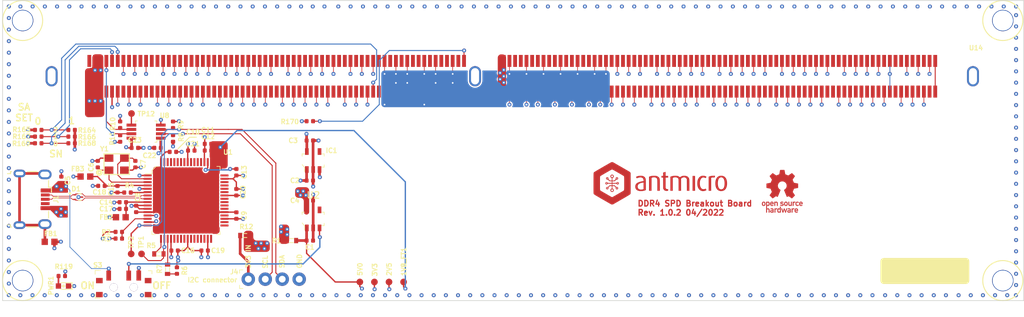
<source format=kicad_pcb>
(kicad_pcb (version 20171130) (host pcbnew 5.1.9+dfsg1-1)
  (layers (0 F.Cu signal) (1 GND1 power hide) (2 VCC signal hide) (31 B.Cu signal) (34 B.Paste user) (35 F.Paste user) (36 B.SilkS user) (37 F.SilkS user) (38 B.Mask user) (39 F.Mask user) (44 Edge.Cuts user))
  (net 0 "")
  (net 1 GND)
  (net 2 VDDQ)
  (net 3 VCC5V0)
  (net 4 "Net-(PWR1-Pad2)")
  (net 5 1V8_FT)
  (net 6 VPP)
  (net 7 VTT)
  (net 8 ~EVENT)
  (net 9 SA2)
  (net 10 SA1)
  (net 11 SA0)
  (net 12 VCC2V5)
  (net 13 VCC3V3)
  (net 14 NC)
  (net 15 SDA_2V5)
  (net 16 SCL_2V5)
  (net 17 "Net-(TP12-Pad1)")
  (net 18 VBUS)
  (net 19 OSCO)
  (net 20 OSCI)
  (net 21 "Net-(C14-Pad1)")
  (net 22 "Net-(C15-Pad1)")
  (net 23 /FTDI/USB_D_P)
  (net 24 /FTDI/USB_D_N)
  (net 25 "Net-(FB1-Pad1)")
  (net 26 /FTDI/3V3_EN)
  (net 27 SDA)
  (net 28 SCL)
  (net 29 V_AUX)
  (net 30 /FTDI/FTDI_RST)
  (net 31 "Net-(R4-Pad2)")
  (net 32 "Net-(R5-Pad1)")
  (net 33 "Net-(R6-Pad1)")
  (net 34 WP)
  (module ddr4-spd-breakout-footprints:SOT-23-5 (layer F.Cu) (at 153.5 78.75)
    (fp_text reference U2 (at 0.025 -3.55) (layer F.SilkS))
    (fp_text value NCP163ASN330T1G)
    (pad 5 smd rect (at -0.95 -1.35) (size 0.55 1) (layers F.Cu F.Paste F.Mask) (net 13 VCC3V3))
    (pad 4 smd rect (at 0.95 -1.35) (size 0.55 1) (layers F.Cu F.Paste F.Mask))
    (pad 1 smd rect (at -0.95 1.35) (size 0.55 1) (layers F.Cu F.Paste F.Mask) (net 3 VCC5V0))
    (pad 2 smd rect (at 0 1.35) (size 0.55 1) (layers F.Cu F.Paste F.Mask) (net 1 GND))
    (pad 3 smd rect (at 0.95 1.35) (size 0.55 1) (layers F.Cu F.Paste F.Mask) (net 26 /FTDI/3V3_EN))
  )
  (module ddr4-spd-breakout-footprints:0402-res (layer F.Cu) (at 124.4 80.7)
    (fp_text reference R2 (at -1.9 0.05) (layer F.SilkS) (effects (font (size 0.7 0.7))))
    (fp_text value R_4k7_0402)
    (pad 2 smd roundrect (at 0.485 0) (size 0.59 0.64) (layers F.Cu F.Paste F.Mask) (net 30 /FTDI/FTDI_RST))
    (pad 1 smd roundrect (at -0.485 0) (size 0.59 0.64) (layers F.Cu F.Paste F.Mask) (net 13 VCC3V3))
  )
  (module ddr4-spd-breakout-footprints:0603 (layer F.Cu) (at 119.4 72.4 180)
    (fp_text reference FB3 (at 1.15 1.15) (layer F.SilkS) (effects (font (size 0.7 0.7))))
    (fp_text value BLM18AG601SN1D hide)
    (pad 2 smd rect (at 0.725 0 270) (size 0.95 0.95) (layers F.Cu F.Paste F.Mask) (net 13 VCC3V3))
    (pad 1 smd rect (at -0.725 0 270) (size 0.95 0.95) (layers F.Cu F.Paste F.Mask) (net 22 "Net-(C15-Pad1)"))
  )
  (module ddr4-spd-breakout-footprints:0603-res (layer F.Cu) (at 150.25 82 180)
    (fp_text reference R1 (at 2.24 -0.03) (layer F.SilkS) (effects (font (size 0.7 0.7))))
    (fp_text value R_0R_0603)
    (pad 1 smd rect (at -0.7 0 180) (size 0.6 0.8) (layers F.Cu F.Paste F.Mask) (net 3 VCC5V0))
    (pad 2 smd rect (at 0.7 0 180) (size 0.6 0.8) (layers F.Cu F.Paste F.Mask) (net 18 VBUS))
  )
  (module ddr4-spd-breakout-footprints:0603-res (layer F.Cu) (at 143.27 81.24 180)
    (fp_text reference R12 (at -0.23 1.31) (layer F.SilkS) (effects (font (size 0.7 0.7))))
    (fp_text value R_0R_0603)
    (pad 2 smd rect (at 0.7 0 180) (size 0.6 0.8) (layers F.Cu F.Paste F.Mask) (net 29 V_AUX))
    (pad 1 smd rect (at -0.7 0 180) (size 0.6 0.8) (layers F.Cu F.Paste F.Mask) (net 13 VCC3V3))
  )
  (module ddr4-spd-breakout-footprints:0402-res (layer F.Cu) (at 124.6 66.7 90)
    (fp_text reference R11 (at 0 -1.17 90) (layer F.SilkS) (effects (font (size 0.7 0.7))))
    (fp_text value R_10k_0402)
    (pad 2 smd roundrect (at 0.485 0 90) (size 0.59 0.64) (layers F.Cu F.Paste F.Mask) (net 16 SCL_2V5))
    (pad 1 smd roundrect (at -0.485 0 90) (size 0.59 0.64) (layers F.Cu F.Paste F.Mask) (net 12 VCC2V5))
  )
  (module ddr4-spd-breakout-footprints:0402-res (layer F.Cu) (at 124.6 64.63 270)
    (fp_text reference R10 (at -0.13 1.1 90) (layer F.SilkS) (effects (font (size 0.7 0.7))))
    (fp_text value R_10k_0402)
    (pad 2 smd roundrect (at 0.485 0 270) (size 0.59 0.64) (layers F.Cu F.Paste F.Mask) (net 15 SDA_2V5))
    (pad 1 smd roundrect (at -0.485 0 270) (size 0.59 0.64) (layers F.Cu F.Paste F.Mask) (net 12 VCC2V5))
  )
  (module ddr4-spd-breakout-footprints:0402-res (layer F.Cu) (at 132.52 64.63 270)
    (fp_text reference R9 (at 0 -1.17 90) (layer F.SilkS) (effects (font (size 0.7 0.7))))
    (fp_text value R_10k_0402)
    (pad 2 smd roundrect (at 0.485 0 270) (size 0.59 0.64) (layers F.Cu F.Paste F.Mask) (net 27 SDA))
    (pad 1 smd roundrect (at -0.485 0 270) (size 0.59 0.64) (layers F.Cu F.Paste F.Mask) (net 13 VCC3V3))
  )
  (module ddr4-spd-breakout-footprints:0402-res (layer F.Cu) (at 132.52 66.685 90)
    (fp_text reference R8 (at 0.185 1.23 90) (layer F.SilkS) (effects (font (size 0.7 0.7))))
    (fp_text value R_10k_0402)
    (pad 2 smd roundrect (at 0.485 0 90) (size 0.59 0.64) (layers F.Cu F.Paste F.Mask) (net 28 SCL))
    (pad 1 smd roundrect (at -0.485 0 90) (size 0.59 0.64) (layers F.Cu F.Paste F.Mask) (net 13 VCC3V3))
  )
  (module ddr4-spd-breakout-footprints:0402-res (layer F.Cu) (at 133.1 86.5 90)
    (fp_text reference R7 (at 0.25 -2.6 90) (layer F.SilkS) (effects (font (size 0.7 0.7))))
    (fp_text value R_220R_0402)
    (pad 2 smd roundrect (at 0.485 0 90) (size 0.59 0.64) (layers F.Cu F.Paste F.Mask) (net 1 GND))
    (pad 1 smd roundrect (at -0.485 0 90) (size 0.59 0.64) (layers F.Cu F.Paste F.Mask) (net 34 WP))
  )
  (module ddr4-spd-breakout-footprints:0603-res (layer F.Cu) (at 131.7 86.3 270)
    (fp_text reference R6 (at 0.2 -2.55 90) (layer F.SilkS) (effects (font (size 0.7 0.7))))
    (fp_text value R_0R_0603)
    (pad 1 smd rect (at -0.7 0 270) (size 0.6 0.8) (layers F.Cu F.Paste F.Mask) (net 33 "Net-(R6-Pad1)"))
    (pad 2 smd rect (at 0.7 0 270) (size 0.6 0.8) (layers F.Cu F.Paste F.Mask) (net 34 WP))
  )
  (module ddr4-spd-breakout-footprints:0603-res (layer F.Cu) (at 130.4 84)
    (fp_text reference R5 (at -1.15 -1.25) (layer F.SilkS) (effects (font (size 0.7 0.7))))
    (fp_text value R_0R_0603)
    (pad 1 smd rect (at -0.7 0) (size 0.6 0.8) (layers F.Cu F.Paste F.Mask) (net 32 "Net-(R5-Pad1)"))
    (pad 2 smd rect (at 0.7 0) (size 0.6 0.8) (layers F.Cu F.Paste F.Mask) (net 28 SCL))
  )
  (module ddr4-spd-breakout-footprints:0402-res (layer F.Cu) (at 125.7 74.8)
    (fp_text reference R4 (at 0.3 -1.05) (layer F.SilkS) (effects (font (size 0.7 0.7))))
    (fp_text value R_12k_0402)
    (pad 2 smd roundrect (at 0.485 0) (size 0.59 0.64) (layers F.Cu F.Paste F.Mask) (net 31 "Net-(R4-Pad2)"))
    (pad 1 smd roundrect (at -0.485 0) (size 0.59 0.64) (layers F.Cu F.Paste F.Mask) (net 1 GND))
  )
  (module ddr4-spd-breakout-footprints:0402-res (layer F.Cu) (at 124.4 81.7 180)
    (fp_text reference R3 (at 1.9 -0.05) (layer F.SilkS) (effects (font (size 0.7 0.7))))
    (fp_text value R_10k_0402)
    (pad 2 smd roundrect (at 0.485 0 180) (size 0.59 0.64) (layers F.Cu F.Paste F.Mask) (net 1 GND))
    (pad 1 smd roundrect (at -0.485 0 180) (size 0.59 0.64) (layers F.Cu F.Paste F.Mask) (net 30 /FTDI/FTDI_RST))
  )
  (module ddr4-spd-breakout-footprints:0603 (layer F.Cu) (at 124.7 78.5 180)
    (fp_text reference FB2 (at 2.2 0) (layer F.SilkS) (effects (font (size 0.7 0.7))))
    (fp_text value BLM18AG601SN1D hide)
    (pad 2 smd rect (at 0.725 0 270) (size 0.95 0.95) (layers F.Cu F.Paste F.Mask) (net 13 VCC3V3))
    (pad 1 smd rect (at -0.725 0 270) (size 0.95 0.95) (layers F.Cu F.Paste F.Mask) (net 21 "Net-(C14-Pad1)"))
  )
  (module ddr4-spd-breakout-footprints:0402-cap (layer F.Cu) (at 126.8 68.1)
    (fp_text reference C23 (at 0 -1.17) (layer F.SilkS) (effects (font (size 0.7 0.7))))
    (fp_text value C_100n_0402)
    (pad 2 smd roundrect (at 0.485 0) (size 0.59 0.64) (layers F.Cu F.Paste F.Mask) (net 1 GND))
    (pad 1 smd roundrect (at -0.485 0) (size 0.59 0.64) (layers F.Cu F.Paste F.Mask) (net 12 VCC2V5))
  )
  (module ddr4-spd-breakout-footprints:0402-cap (layer F.Cu) (at 130.2 68.1 180)
    (fp_text reference C22 (at 1.2 -1.15) (layer F.SilkS) (effects (font (size 0.7 0.7))))
    (fp_text value C_100n_0402)
    (pad 2 smd roundrect (at 0.485 0 180) (size 0.59 0.64) (layers F.Cu F.Paste F.Mask) (net 1 GND))
    (pad 1 smd roundrect (at -0.485 0 180) (size 0.59 0.64) (layers F.Cu F.Paste F.Mask) (net 13 VCC3V3))
  )
  (module ddr4-spd-breakout-footprints:0402-cap (layer F.Cu) (at 135.25 68.5)
    (fp_text reference C21 (at 0.25 -1) (layer F.SilkS) (effects (font (size 0.7 0.7))))
    (fp_text value C_100n_0402)
    (pad 2 smd roundrect (at 0.485 0) (size 0.59 0.64) (layers F.Cu F.Paste F.Mask) (net 1 GND))
    (pad 1 smd roundrect (at -0.485 0) (size 0.59 0.64) (layers F.Cu F.Paste F.Mask) (net 13 VCC3V3))
  )
  (module ddr4-spd-breakout-footprints:0402-cap (layer F.Cu) (at 142 74.75 90)
    (fp_text reference C20 (at 0 1 90) (layer F.SilkS) (effects (font (size 0.7 0.7))))
    (fp_text value C_100n_0402)
    (pad 2 smd roundrect (at 0.485 0 90) (size 0.59 0.64) (layers F.Cu F.Paste F.Mask) (net 1 GND))
    (pad 1 smd roundrect (at -0.485 0 90) (size 0.59 0.64) (layers F.Cu F.Paste F.Mask) (net 13 VCC3V3))
  )
  (module ddr4-spd-breakout-footprints:0402-cap (layer F.Cu) (at 137.25 83.5 180)
    (fp_text reference C19 (at -2 0) (layer F.SilkS) (effects (font (size 0.7 0.7))))
    (fp_text value C_100n_0402)
    (pad 2 smd roundrect (at 0.485 0 180) (size 0.59 0.64) (layers F.Cu F.Paste F.Mask) (net 1 GND))
    (pad 1 smd roundrect (at -0.485 0 180) (size 0.59 0.64) (layers F.Cu F.Paste F.Mask) (net 13 VCC3V3))
  )
  (module ddr4-spd-breakout-footprints:0402-cap (layer F.Cu) (at 121.8 73.8 180)
    (fp_text reference C18 (at 0.3 -0.95) (layer F.SilkS) (effects (font (size 0.7 0.7))))
    (fp_text value C_4u7_0402)
    (pad 2 smd roundrect (at 0.485 0 180) (size 0.59 0.64) (layers F.Cu F.Paste F.Mask) (net 1 GND))
    (pad 1 smd roundrect (at -0.485 0 180) (size 0.59 0.64) (layers F.Cu F.Paste F.Mask) (net 22 "Net-(C15-Pad1)"))
  )
  (module ddr4-spd-breakout-footprints:0402-cap (layer F.Cu) (at 125 77.25 180)
    (fp_text reference C17 (at 2.5 0) (layer F.SilkS) (effects (font (size 0.7 0.7))))
    (fp_text value C_4u7_0402)
    (pad 2 smd roundrect (at 0.485 0 180) (size 0.59 0.64) (layers F.Cu F.Paste F.Mask) (net 1 GND))
    (pad 1 smd roundrect (at -0.485 0 180) (size 0.59 0.64) (layers F.Cu F.Paste F.Mask) (net 21 "Net-(C14-Pad1)"))
  )
  (module ddr4-spd-breakout-footprints:0402-cap (layer F.Cu) (at 132.75 83.5)
    (fp_text reference C16 (at 2 0) (layer F.SilkS) (effects (font (size 0.7 0.7))))
    (fp_text value C_100n_0402)
    (pad 2 smd roundrect (at 0.485 0) (size 0.59 0.64) (layers F.Cu F.Paste F.Mask) (net 1 GND))
    (pad 1 smd roundrect (at -0.485 0) (size 0.59 0.64) (layers F.Cu F.Paste F.Mask) (net 13 VCC3V3))
  )
  (module ddr4-spd-breakout-footprints:0402-cap (layer F.Cu) (at 124.2 74.3 270)
    (fp_text reference C15 (at 0 0.95 90) (layer F.SilkS) (effects (font (size 0.7 0.7))))
    (fp_text value C_100n_0402)
    (pad 2 smd roundrect (at 0.485 0 270) (size 0.59 0.64) (layers F.Cu F.Paste F.Mask) (net 1 GND))
    (pad 1 smd roundrect (at -0.485 0 270) (size 0.59 0.64) (layers F.Cu F.Paste F.Mask) (net 22 "Net-(C15-Pad1)"))
  )
  (module ddr4-spd-breakout-footprints:0402-cap (layer F.Cu) (at 125 76.25 180)
    (fp_text reference C14 (at 2.5 0) (layer F.SilkS) (effects (font (size 0.7 0.7))))
    (fp_text value C_100n_0402)
    (pad 2 smd roundrect (at 0.485 0 180) (size 0.59 0.64) (layers F.Cu F.Paste F.Mask) (net 1 GND))
    (pad 1 smd roundrect (at -0.485 0 180) (size 0.59 0.64) (layers F.Cu F.Paste F.Mask) (net 21 "Net-(C14-Pad1)"))
  )
  (module ddr4-spd-breakout-footprints:0402-cap (layer F.Cu) (at 142 71.75 270)
    (fp_text reference C13 (at 0 -1.17 90) (layer F.SilkS) (effects (font (size 0.7 0.7))))
    (fp_text value C_100n_0402)
    (pad 2 smd roundrect (at 0.485 0 270) (size 0.59 0.64) (layers F.Cu F.Paste F.Mask) (net 1 GND))
    (pad 1 smd roundrect (at -0.485 0 270) (size 0.59 0.64) (layers F.Cu F.Paste F.Mask) (net 13 VCC3V3))
  )
  (module ddr4-spd-breakout-footprints:0402-cap (layer F.Cu) (at 137.75 68.5 180)
    (fp_text reference C12 (at 0 2.08) (layer F.SilkS) (effects (font (size 0.7 0.7))))
    (fp_text value C_4u7_0402)
    (pad 2 smd roundrect (at 0.485 0 180) (size 0.59 0.64) (layers F.Cu F.Paste F.Mask) (net 1 GND))
    (pad 1 smd roundrect (at -0.485 0 180) (size 0.59 0.64) (layers F.Cu F.Paste F.Mask) (net 5 1V8_FT))
  )
  (module ddr4-spd-breakout-footprints:0402-cap (layer F.Cu) (at 137.75 67.5 180)
    (fp_text reference C11 (at 0 2.08) (layer F.SilkS) (effects (font (size 0.7 0.7))))
    (fp_text value C_100n_0402)
    (pad 2 smd roundrect (at 0.485 0 180) (size 0.59 0.64) (layers F.Cu F.Paste F.Mask) (net 1 GND))
    (pad 1 smd roundrect (at -0.485 0 180) (size 0.59 0.64) (layers F.Cu F.Paste F.Mask) (net 5 1V8_FT))
  )
  (module ddr4-spd-breakout-footprints:0402-cap (layer F.Cu) (at 132.5 68.7)
    (fp_text reference C10 (at 3 -2.95) (layer F.SilkS) (effects (font (size 0.7 0.7))))
    (fp_text value C_100n_0402)
    (pad 2 smd roundrect (at 0.485 0) (size 0.59 0.64) (layers F.Cu F.Paste F.Mask) (net 1 GND))
    (pad 1 smd roundrect (at -0.485 0) (size 0.59 0.64) (layers F.Cu F.Paste F.Mask) (net 5 1V8_FT))
  )
  (module ddr4-spd-breakout-footprints:0402-cap (layer F.Cu) (at 142 78.25 270)
    (fp_text reference C9 (at 0 -1.17 90) (layer F.SilkS) (effects (font (size 0.7 0.7))))
    (fp_text value C_100n_0402)
    (pad 2 smd roundrect (at 0.485 0 270) (size 0.59 0.64) (layers F.Cu F.Paste F.Mask) (net 1 GND))
    (pad 1 smd roundrect (at -0.485 0 270) (size 0.59 0.64) (layers F.Cu F.Paste F.Mask) (net 5 1V8_FT))
  )
  (module ddr4-spd-breakout-footprints:0402-cap (layer F.Cu) (at 127 77.25 90)
    (fp_text reference C8 (at 1.75 0.25 90) (layer F.SilkS) (effects (font (size 0.7 0.7))))
    (fp_text value C_100n_0402)
    (pad 2 smd roundrect (at 0.485 0 90) (size 0.59 0.64) (layers F.Cu F.Paste F.Mask) (net 1 GND))
    (pad 1 smd roundrect (at -0.485 0 90) (size 0.59 0.64) (layers F.Cu F.Paste F.Mask) (net 5 1V8_FT))
  )
  (module ddr4-spd-breakout-footprints:0402-cap (layer F.Cu) (at 126.876328 70.540008 270)
    (fp_text reference C7 (at 0 -1.17 90) (layer F.SilkS) (effects (font (size 0.7 0.7))))
    (fp_text value C_27p_0402)
    (pad 2 smd roundrect (at 0.485 0 270) (size 0.59 0.64) (layers F.Cu F.Paste F.Mask) (net 1 GND))
    (pad 1 smd roundrect (at -0.485 0 270) (size 0.59 0.64) (layers F.Cu F.Paste F.Mask) (net 20 OSCI))
  )
  (module ddr4-spd-breakout-footprints:0402-cap (layer F.Cu) (at 121.251328 70.540008 90)
    (fp_text reference C6 (at -0.459992 -1.001328 90) (layer F.SilkS) (effects (font (size 0.7 0.7))))
    (fp_text value C_27p_0402)
    (pad 2 smd roundrect (at 0.485 0 90) (size 0.59 0.64) (layers F.Cu F.Paste F.Mask) (net 1 GND))
    (pad 1 smd roundrect (at -0.485 0 90) (size 0.59 0.64) (layers F.Cu F.Paste F.Mask) (net 19 OSCO))
  )
  (module ddr4-spd-breakout-footprints:0402-cap (layer F.Cu) (at 115.8 72.9 90)
    (fp_text reference C5 (at -0.1 0.95 90) (layer F.SilkS) (effects (font (size 0.7 0.7))))
    (fp_text value C_100n_0402)
    (pad 2 smd roundrect (at 0.485 0 90) (size 0.59 0.64) (layers F.Cu F.Paste F.Mask) (net 1 GND))
    (pad 1 smd roundrect (at -0.485 0 90) (size 0.59 0.64) (layers F.Cu F.Paste F.Mask) (net 18 VBUS))
  )
  (module ddr4-spd-breakout-footprints:LQFP-64_10x10mm (layer F.Cu) (at 134.466328 75.985008 270)
    (fp_text reference U1 (at -7.235008 -6.283672 180) (layer F.SilkS) (effects (font (size 0.7 0.7))))
    (fp_text value FT2232HL-REEL)
    (pad 64 smd rect (at -5.75 3.75 270) (size 1.2 0.3) (layers F.Cu F.Paste F.Mask) (net 5 1V8_FT))
    (pad 63 smd rect (at -5.75 3.25 270) (size 1.2 0.3) (layers F.Cu F.Paste F.Mask))
    (pad 62 smd rect (at -5.75 2.75 270) (size 1.2 0.3) (layers F.Cu F.Paste F.Mask))
    (pad 61 smd rect (at -5.75 2.25 270) (size 1.2 0.3) (layers F.Cu F.Paste F.Mask))
    (pad 60 smd rect (at -5.75 1.75 270) (size 1.2 0.3) (layers F.Cu F.Paste F.Mask))
    (pad 59 smd rect (at -5.75 1.25 270) (size 1.2 0.3) (layers F.Cu F.Paste F.Mask))
    (pad 58 smd rect (at -5.75 0.75 270) (size 1.2 0.3) (layers F.Cu F.Paste F.Mask))
    (pad 57 smd rect (at -5.75 0.25 270) (size 1.2 0.3) (layers F.Cu F.Paste F.Mask))
    (pad 56 smd rect (at -5.75 -0.25 270) (size 1.2 0.3) (layers F.Cu F.Paste F.Mask) (net 13 VCC3V3))
    (pad 55 smd rect (at -5.75 -0.75 270) (size 1.2 0.3) (layers F.Cu F.Paste F.Mask))
    (pad 54 smd rect (at -5.75 -1.25 270) (size 1.2 0.3) (layers F.Cu F.Paste F.Mask))
    (pad 53 smd rect (at -5.75 -1.75 270) (size 1.2 0.3) (layers F.Cu F.Paste F.Mask))
    (pad 52 smd rect (at -5.75 -2.25 270) (size 1.2 0.3) (layers F.Cu F.Paste F.Mask))
    (pad 51 smd rect (at -5.75 -2.75 270) (size 1.2 0.3) (layers F.Cu F.Paste F.Mask) (net 1 GND))
    (pad 50 smd rect (at -5.75 -3.25 270) (size 1.2 0.3) (layers F.Cu F.Paste F.Mask) (net 13 VCC3V3))
    (pad 49 smd rect (at -5.75 -3.75 270) (size 1.2 0.3) (layers F.Cu F.Paste F.Mask) (net 5 1V8_FT))
    (pad 48 smd rect (at -3.75 -5.75 270) (size 0.3 1.2) (layers F.Cu F.Paste F.Mask))
    (pad 47 smd rect (at -3.25 -5.75 270) (size 0.3 1.2) (layers F.Cu F.Paste F.Mask) (net 1 GND))
    (pad 46 smd rect (at -2.75 -5.75 270) (size 0.3 1.2) (layers F.Cu F.Paste F.Mask))
    (pad 45 smd rect (at -2.25 -5.75 270) (size 0.3 1.2) (layers F.Cu F.Paste F.Mask))
    (pad 44 smd rect (at -1.75 -5.75 270) (size 0.3 1.2) (layers F.Cu F.Paste F.Mask))
    (pad 43 smd rect (at -1.25 -5.75 270) (size 0.3 1.2) (layers F.Cu F.Paste F.Mask))
    (pad 42 smd rect (at -0.75 -5.75 270) (size 0.3 1.2) (layers F.Cu F.Paste F.Mask) (net 13 VCC3V3))
    (pad 41 smd rect (at -0.25 -5.75 270) (size 0.3 1.2) (layers F.Cu F.Paste F.Mask))
    (pad 40 smd rect (at 0.25 -5.75 270) (size 0.3 1.2) (layers F.Cu F.Paste F.Mask))
    (pad 39 smd rect (at 0.75 -5.75 270) (size 0.3 1.2) (layers F.Cu F.Paste F.Mask))
    (pad 38 smd rect (at 1.25 -5.75 270) (size 0.3 1.2) (layers F.Cu F.Paste F.Mask))
    (pad 37 smd rect (at 1.75 -5.75 270) (size 0.3 1.2) (layers F.Cu F.Paste F.Mask) (net 5 1V8_FT))
    (pad 36 smd rect (at 2.25 -5.75 270) (size 0.3 1.2) (layers F.Cu F.Paste F.Mask))
    (pad 35 smd rect (at 2.75 -5.75 270) (size 0.3 1.2) (layers F.Cu F.Paste F.Mask) (net 1 GND))
    (pad 34 smd rect (at 3.25 -5.75 270) (size 0.3 1.2) (layers F.Cu F.Paste F.Mask))
    (pad 33 smd rect (at 3.75 -5.75 270) (size 0.3 1.2) (layers F.Cu F.Paste F.Mask))
    (pad 32 smd rect (at 5.75 -3.75 270) (size 1.2 0.3) (layers F.Cu F.Paste F.Mask))
    (pad 31 smd rect (at 5.75 -3.25 270) (size 1.2 0.3) (layers F.Cu F.Paste F.Mask) (net 13 VCC3V3))
    (pad 30 smd rect (at 5.75 -2.75 270) (size 1.2 0.3) (layers F.Cu F.Paste F.Mask))
    (pad 29 smd rect (at 5.75 -2.25 270) (size 1.2 0.3) (layers F.Cu F.Paste F.Mask))
    (pad 28 smd rect (at 5.75 -1.75 270) (size 1.2 0.3) (layers F.Cu F.Paste F.Mask))
    (pad 27 smd rect (at 5.75 -1.25 270) (size 1.2 0.3) (layers F.Cu F.Paste F.Mask))
    (pad 26 smd rect (at 5.75 -0.75 270) (size 1.2 0.3) (layers F.Cu F.Paste F.Mask))
    (pad 25 smd rect (at 5.75 -0.25 270) (size 1.2 0.3) (layers F.Cu F.Paste F.Mask) (net 1 GND))
    (pad 24 smd rect (at 5.75 0.25 270) (size 1.2 0.3) (layers F.Cu F.Paste F.Mask))
    (pad 23 smd rect (at 5.75 0.75 270) (size 1.2 0.3) (layers F.Cu F.Paste F.Mask))
    (pad 22 smd rect (at 5.75 1.25 270) (size 1.2 0.3) (layers F.Cu F.Paste F.Mask))
    (pad 21 smd rect (at 5.75 1.75 270) (size 1.2 0.3) (layers F.Cu F.Paste F.Mask))
    (pad 20 smd rect (at 5.75 2.25 270) (size 1.2 0.3) (layers F.Cu F.Paste F.Mask) (net 13 VCC3V3))
    (pad 19 smd rect (at 5.75 2.75 270) (size 1.2 0.3) (layers F.Cu F.Paste F.Mask) (net 33 "Net-(R6-Pad1)"))
    (pad 18 smd rect (at 5.75 3.25 270) (size 1.2 0.3) (layers F.Cu F.Paste F.Mask) (net 28 SCL))
    (pad 16 smd rect (at 3.75 5.75 270) (size 0.3 1.2) (layers F.Cu F.Paste F.Mask) (net 27 SDA))
    (pad 15 smd rect (at 3.25 5.75 270) (size 0.3 1.2) (layers F.Cu F.Paste F.Mask) (net 1 GND))
    (pad 14 smd rect (at 2.75 5.75 270) (size 0.3 1.2) (layers F.Cu F.Paste F.Mask) (net 30 /FTDI/FTDI_RST))
    (pad 13 smd rect (at 2.25 5.75 270) (size 0.3 1.2) (layers F.Cu F.Paste F.Mask) (net 1 GND))
    (pad 12 smd rect (at 1.75 5.75 270) (size 0.3 1.2) (layers F.Cu F.Paste F.Mask) (net 5 1V8_FT))
    (pad 11 smd rect (at 1.25 5.75 270) (size 0.3 1.2) (layers F.Cu F.Paste F.Mask) (net 1 GND))
    (pad 10 smd rect (at 0.75 5.75 270) (size 0.3 1.2) (layers F.Cu F.Paste F.Mask) (net 1 GND))
    (pad 9 smd rect (at 0.25 5.75 270) (size 0.3 1.2) (layers F.Cu F.Paste F.Mask) (net 21 "Net-(C14-Pad1)"))
    (pad 8 smd rect (at -0.25 5.75 270) (size 0.3 1.2) (layers F.Cu F.Paste F.Mask) (net 23 /FTDI/USB_D_P))
    (pad 7 smd rect (at -0.75 5.75 270) (size 0.3 1.2) (layers F.Cu F.Paste F.Mask) (net 24 /FTDI/USB_D_N))
    (pad 6 smd rect (at -1.25 5.75 270) (size 0.3 1.2) (layers F.Cu F.Paste F.Mask) (net 31 "Net-(R4-Pad2)"))
    (pad 5 smd rect (at -1.75 5.75 270) (size 0.3 1.2) (layers F.Cu F.Paste F.Mask) (net 1 GND))
    (pad 4 smd rect (at -2.25 5.75 270) (size 0.3 1.2) (layers F.Cu F.Paste F.Mask) (net 22 "Net-(C15-Pad1)"))
    (pad 3 smd rect (at -2.75 5.75 270) (size 0.3 1.2) (layers F.Cu F.Paste F.Mask) (net 19 OSCO))
    (pad 2 smd rect (at -3.25 5.75 270) (size 0.3 1.2) (layers F.Cu F.Paste F.Mask) (net 20 OSCI))
    (pad 1 smd rect (at -3.75 5.75 270) (size 0.3 1.2) (layers F.Cu F.Paste F.Mask) (net 1 GND))
    (pad 17 smd rect (at 5.75 3.75 270) (size 1.2 0.3) (layers F.Cu F.Paste F.Mask) (net 32 "Net-(R5-Pad1)"))
  )
  (module ddr4-spd-breakout-footprints:PinHeader_1x4_P2.54mm_Drill1.02mm (layer F.Cu) (at 143.786328 87.790008)
    (fp_text reference J4 (at -2.106328 -1.100008) (layer F.SilkS) (effects (font (size 0.7 0.7))))
    (fp_text value 0022232041)
    (pad 1 thru_hole circle (at 0 0) (size 2.02 2.02) (drill 1.02) (layers *.Cu *.Mask) (net 29 V_AUX))
    (pad 2 thru_hole circle (at 2.54 0) (size 2.02 2.02) (drill 1.02) (layers *.Cu *.Mask) (net 28 SCL))
    (pad 3 thru_hole circle (at 5.08 0) (size 2.02 2.02) (drill 1.02) (layers *.Cu *.Mask) (net 27 SDA))
    (pad 4 thru_hole circle (at 7.62 0) (size 2.02 2.02) (drill 1.02) (layers *.Cu *.Mask) (net 1 GND))
  )
  (module ddr4-spd-breakout-footprints:oshw-logo (layer F.Cu) (at 223.736328 74.610008)
    (fp_text reference N1 hide)
    (fp_text value oshw_logo hide)
    (fp_poly (pts (xy -1.520547 2.559315) (xy -1.484257 2.562589) (xy -1.453571 2.568483) (xy -1.42629 2.577419) (xy -1.400688 2.589559) (xy -1.370681 2.610821) (xy -1.344258 2.639027) (xy -1.324255 2.670988) (xy -1.320279 2.679956) (xy -1.30811 2.71018) (xy -1.3081 3.19786) (xy -1.43256 3.200712) (xy -1.43256 3.172616) (xy -1.433001 3.157262) (xy -1.43414 3.147057) (xy -1.435256 3.14452) (xy -1.439925 3.147991) (xy -1.44858 3.156755) (xy -1.452999 3.161658) (xy -1.471978 3.178645) (xy -1.49558 3.190826) (xy -1.525318 3.19871) (xy -1.562703 3.202805) (xy -1.57734 3.203422) (xy -1.602824 3.203658) (xy -1.626988 3.203015) (xy -1.646538 3.201624) (xy -1.65553 3.200315) (xy -1.685682 3.191062) (xy -1.716935 3.176628) (xy -1.745331 3.159088) (xy -1.764046 3.143501) (xy -1.789625 3.111334) (xy -1.806796 3.075521) (xy -1.815801 3.037506) (xy -1.816878 2.998734) (xy -1.81664 2.997361) (xy -1.696223 2.997361) (xy -1.695252 3.020525) (xy -1.686495 3.04231) (xy -1.66972 3.060562) (xy -1.667587 3.062115) (xy -1.653946 3.070585) (xy -1.639866 3.076449) (xy -1.623179 3.080099) (xy -1.601719 3.081928) (xy -1.573316 3.082328) (xy -1.55702 3.082134) (xy -1.528455 3.081426) (xy -1.507932 3.080233) (xy -1.493336 3.078268) (xy -1.482549 3.075242) (xy -1.473457 3.070866) (xy -1.4732 3.070718) (xy -1.457655 3.058381) (xy -1.446482 3.041138) (xy -1.439038 3.017444) (xy -1.434673 2.985753) (xy -1.434033 2.977094) (xy -1.431057 2.93116) (xy -1.532139 2.931271) (xy -1.567669 2.931414) (xy -1.594661 2.931841) (xy -1.614734 2.932682) (xy -1.629508 2.934068) (xy -1.640604 2.936129) (xy -1.649641 2.938995) (xy -1.654706 2.941136) (xy -1.67572 2.955512) (xy -1.689636 2.974971) (xy -1.696223 2.997361) (xy -1.81664 2.997361) (xy -1.810268 2.960648) (xy -1.796211 2.924695) (xy -1.774945 2.892318) (xy -1.746713 2.864961) (xy -1.71454 2.845351) (xy -1.699391 2.838812) (xy -1.684182 2.833785) (xy -1.667295 2.830081) (xy -1.64711 2.827504) (xy -1.622008 2.825865) (xy -1.590368 2.824969) (xy -1.550571 2.824625) (xy -1.539905 2.824604) (xy -1.431349 2.82448) (xy -1.433457 2.776281) (xy -1.435643 2.747652) (xy -1.440005 2.726818) (xy -1.447619 2.711473) (xy -1.459557 2.699312) (xy -1.473732 2.68986) (xy -1.482123 2.685647) (xy -1.491816 2.682768) (xy -1.50486 2.680982) (xy -1.523299 2.680045) (xy -1.549181 2.679716) (xy -1.55956 2.6797) (xy -1.593451 2.680227) (xy -1.619103 2.682156) (xy -1.638402 2.686003) (xy -1.653229 2.692284) (xy -1.66547 2.701518) (xy -1.674582 2.71128) (xy -1.685464 2.724211) (xy -1.734272 2.686948) (xy -1.753108 2.672336) (xy -1.768568 2.659904) (xy -1.779081 2.650946) (xy -1.783078 2.646755) (xy -1.78308 2.646721) (xy -1.779269 2.640177) (xy -1.769265 2.629658) (xy -1.755216 2.616991) (xy -1.739267 2.604005) (xy -1.723566 2.592529) (xy -1.710258 2.584392) (xy -1.70942 2.583969) (xy -1.687833 2.574068) (xy -1.667762 2.566998) (xy -1.646748 2.562323) (xy -1.622329 2.559605) (xy -1.592047 2.558408) (xy -1.56464 2.558242) (xy -1.520547 2.559315)) (layer F.Cu) (width 0.01))
    (fp_poly (pts (xy -2.7328 1.557697) (xy -2.684546 1.570663) (xy -2.641589 1.59229) (xy -2.6039 1.622592) (xy -2.580265 1.649454) (xy -2.561783 1.676927) (xy -2.547426 1.706492) (xy -2.536905 1.739537) (xy -2.529927 1.777455) (xy -2.526203 1.821634) (xy -2.52544 1.873464) (xy -2.526239 1.90754) (xy -2.528944 1.956516) (xy -2.533763 1.997186) (xy -2.541296 2.031291) (xy -2.552144 2.06057) (xy -2.566907 2.086764) (xy -2.586185 2.111615) (xy -2.602676 2.129131) (xy -2.636646 2.158152) (xy -2.67299 2.178971) (xy -2.713336 2.1922) (xy -2.759311 2.198453) (xy -2.788718 2.199129) (xy -2.812449 2.198418) (xy -2.834606 2.196951) (xy -2.851651 2.194993) (xy -2.856492 2.194074) (xy -2.897147 2.179634) (xy -2.936141 2.155699) (xy -2.969665 2.126384) (xy -2.992401 2.10172) (xy -3.010173 2.077392) (xy -3.023622 2.051593) (xy -3.033389 2.022517) (xy -3.040117 1.988358) (xy -3.044446 1.94731) (xy -3.046544 1.910015) (xy -3.046759 1.882248) (xy -2.91846 1.882248) (xy -2.91846 1.968716) (xy -2.902189 2.001766) (xy -2.884147 2.031176) (xy -2.862589 2.051992) (xy -2.836231 2.064929) (xy -2.803792 2.070703) (xy -2.778167 2.070926) (xy -2.754539 2.069112) (xy -2.736963 2.065333) (xy -2.721373 2.058591) (xy -2.716269 2.055719) (xy -2.696096 2.041639) (xy -2.680584 2.025025) (xy -2.669138 2.004405) (xy -2.66116 1.978307) (xy -2.656056 1.945257) (xy -2.653228 1.903782) (xy -2.653066 1.899608) (xy -2.652542 1.848728) (xy -2.655306 1.806574) (xy -2.661698 1.772146) (xy -2.672056 1.744448) (xy -2.686721 1.72248) (xy -2.706031 1.705245) (xy -2.722521 1.69545) (xy -2.754232 1.684217) (xy -2.787608 1.680797) (xy -2.820534 1.684757) (xy -2.850894 1.695663) (xy -2.876571 1.713084) (xy -2.891338 1.729953) (xy -2.900675 1.745177) (xy -2.90766 1.76091) (xy -2.912608 1.778925) (xy -2.915837 1.801) (xy -2.917662 1.828909) (xy -2.918399 1.864428) (xy -2.91846 1.882248) (xy -3.046759 1.882248) (xy -3.047053 1.844555) (xy -3.042844 1.786749) (xy -3.03398 1.736973) (xy -3.020528 1.6956) (xy -3.003958 1.664995) (xy -2.971078 1.624961) (xy -2.934031 1.594033) (xy -2.892338 1.571967) (xy -2.845521 1.558517) (xy -2.7931 1.553436) (xy -2.78638 1.553378) (xy -2.7328 1.557697)) (layer F.Cu) (width 0.01))
    (fp_poly (pts (xy -0.842854 2.558238) (xy -0.814699 2.564601) (xy -0.793284 2.572328) (xy -0.772416 2.581726) (xy -0.758495 2.589591) (xy -0.73721 2.603849) (xy -0.782803 2.658284) (xy -0.799438 2.677915) (xy -0.813773 2.694399) (xy -0.824557 2.706328) (xy -0.830537 2.712297) (xy -0.831244 2.71272) (xy -0.836907 2.710055) (xy -0.846965 2.703544) (xy -0.848313 2.702593) (xy -0.873395 2.690251) (xy -0.903191 2.684263) (xy -0.934016 2.685262) (xy -0.941241 2.686629) (xy -0.974462 2.698426) (xy -1.000899 2.717623) (xy -1.019633 2.741992) (xy -1.03378 2.76606) (xy -1.03886 3.19786) (xy -1.16332 3.200712) (xy -1.16332 2.5654) (xy -1.03632 2.5654) (xy -1.03632 2.626476) (xy -1.008844 2.604096) (xy -0.971438 2.579793) (xy -0.930037 2.563791) (xy -0.886543 2.556477) (xy -0.842854 2.558238)) (layer F.Cu) (width 0.01))
    (fp_poly (pts (xy 1.038658 2.556999) (xy 1.091282 2.563659) (xy 1.137736 2.576601) (xy 1.177447 2.595588) (xy 1.209841 2.620381) (xy 1.234342 2.650742) (xy 1.242238 2.665302) (xy 1.247495 2.677777) (xy 1.2519 2.691708) (xy 1.255515 2.708027) (xy 1.258402 2.727665) (xy 1.260621 2.751555) (xy 1.262236 2.780627) (xy 1.263308 2.815814) (xy 1.263898 2.858047) (xy 1.264069 2.908257) (xy 1.263881 2.967376) (xy 1.263748 2.98958) (xy 1.26238 3.19786) (xy 1.13538 3.19786) (xy 1.133842 3.171118) (xy 1.132304 3.144377) (xy 1.119233 3.159911) (xy 1.096185 3.179576) (xy 1.065039 3.193734) (xy 1.026343 3.202213) (xy 0.980645 3.204841) (xy 0.976379 3.204788) (xy 0.955641 3.204177) (xy 0.937414 3.203212) (xy 0.92533 3.20209) (xy 0.92456 3.20197) (xy 0.879073 3.189911) (xy 0.839607 3.170505) (xy 0.806748 3.144654) (xy 0.78108 3.11326) (xy 0.763188 3.077223) (xy 0.753657 3.037447) (xy 0.75322 3.005579) (xy 0.87376 3.005579) (xy 0.874656 3.023198) (xy 0.878506 3.0355) (xy 0.887049 3.047254) (xy 0.89027 3.050826) (xy 0.903492 3.063313) (xy 0.917828 3.072236) (xy 0.935168 3.078077) (xy 0.957403 3.081317) (xy 0.986423 3.082437) (xy 1.01346 3.082182) (xy 1.043426 3.081219) (xy 1.065196 3.079662) (xy 1.080731 3.077264) (xy 1.091987 3.073776) (xy 1.096409 3.071661) (xy 1.112632 3.058685) (xy 1.123838 3.039377) (xy 1.130406 3.012731) (xy 1.132717 2.977744) (xy 1.132728 2.97561) (xy 1.13284 2.93116) (xy 1.03505 2.931271) (xy 0.999917 2.931431) (xy 0.973305 2.931906) (xy 0.953574 2.932829) (xy 0.939085 2.934331) (xy 0.928201 2.936544) (xy 0.919283 2.939599) (xy 0.91654 2.940793) (xy 0.893977 2.954502) (xy 0.880254 2.971912) (xy 0.87425 2.99472) (xy 0.87376 3.005579) (xy 0.75322 3.005579) (xy 0.753072 2.994831) (xy 0.761777 2.951065) (xy 0.768571 2.931049) (xy 0.776155 2.915691) (xy 0.786796 2.901355) (xy 0.802764 2.884403) (xy 0.804325 2.882839) (xy 0.820663 2.867146) (xy 0.835715 2.854719) (xy 0.850966 2.845155) (xy 0.867899 2.83805) (xy 0.887995 2.833003) (xy 0.912738 2.829609) (xy 0.943612 2.827465) (xy 0.982099 2.82617) (xy 1.01518 2.825538) (xy 1.13374 2.823651) (xy 1.13202 2.771122) (xy 1.131013 2.746916) (xy 1.12955 2.730529) (xy 1.127126 2.719619) (xy 1.12324 2.711845) (xy 1.117898 2.705404) (xy 1.098579 2.69189) (xy 1.070188 2.682719) (xy 1.032851 2.677923) (xy 1.006777 2.67716) (xy 0.972406 2.67828) (xy 0.94585 2.682029) (xy 0.924973 2.688988) (xy 0.907638 2.699742) (xy 0.90016 2.706223) (xy 0.882279 2.723087) (xy 0.834839 2.686958) (xy 0.816294 2.672654) (xy 0.801145 2.660626) (xy 0.790984 2.652163) (xy 0.7874 2.648576) (xy 0.791306 2.639567) (xy 0.801763 2.626931) (xy 0.816877 2.61269) (xy 0.832288 2.600608) (xy 0.864986 2.581503) (xy 0.902471 2.568052) (xy 0.946385 2.559769) (xy 0.98044 2.556859) (xy 1.038658 2.556999)) (layer F.Cu) (width 0.01))
    (fp_poly (pts (xy -0.836737 1.560625) (xy -0.796274 1.57668) (xy -0.760142 1.600399) (xy -0.72949 1.630984) (xy -0.705466 1.667638) (xy -0.689218 1.709565) (xy -0.686437 1.7211) (xy -0.684809 1.734425) (xy -0.683446 1.757693) (xy -0.682353 1.790687) (xy -0.681534 1.833193) (xy -0.680995 1.884996) (xy -0.680741 1.945881) (xy -0.68072 1.97129) (xy -0.68072 2.19456) (xy -0.807297 2.19456) (xy -0.808779 1.984638) (xy -0.81026 1.774716) (xy -0.825578 1.744777) (xy -0.844099 1.716999) (xy -0.86736 1.697722) (xy -0.896409 1.686288) (xy -0.92476 1.682331) (xy -0.946329 1.682251) (xy -0.966452 1.684089) (xy -0.978101 1.686626) (xy -1.000316 1.698058) (xy -1.022147 1.716281) (xy -1.040417 1.738318) (xy -1.048564 1.7526) (xy -1.05119 1.758654) (xy -1.053356 1.765119) (xy -1.055115 1.773012) (xy -1.05652 1.783351) (xy -1.057625 1.797153) (xy -1.058483 1.815435) (xy -1.059148 1.839216) (xy -1.059673 1.869513) (xy -1.060111 1.907343) (xy -1.060516 1.953724) (xy -1.060757 1.98501) (xy -1.062334 2.19456) (xy -1.18872 2.19456) (xy -1.18872 1.55956) (xy -1.06172 1.55956) (xy -1.06172 1.625716) (xy -1.032895 1.602238) (xy -1.000955 1.579612) (xy -0.968999 1.564698) (xy -0.933198 1.55579) (xy -0.926066 1.554696) (xy -0.880384 1.553031) (xy -0.836737 1.560625)) (layer F.Cu) (width 0.01))
    (fp_poly (pts (xy 1.042458 1.769481) (xy 1.04394 1.979403) (xy 1.059257 2.009342) (xy 1.077599 2.036956) (xy 1.100575 2.056139) (xy 1.129331 2.067609) (xy 1.15917 2.071829) (xy 1.19344 2.070846) (xy 1.221522 2.063099) (xy 1.245419 2.047838) (xy 1.258775 2.034544) (xy 1.266643 2.025449) (xy 1.273172 2.016985) (xy 1.278497 2.008138) (xy 1.282751 1.997892) (xy 1.286069 1.98523) (xy 1.288584 1.969138) (xy 1.29043 1.948599) (xy 1.291742 1.922598) (xy 1.292653 1.89012) (xy 1.293297 1.850149) (xy 1.293809 1.801669) (xy 1.294121 1.76657) (xy 1.295926 1.55956) (xy 1.4224 1.55956) (xy 1.4224 2.19456) (xy 1.2954 2.19456) (xy 1.2954 2.16154) (xy 1.295008 2.144722) (xy 1.293982 2.132829) (xy 1.292608 2.12852) (xy 1.28771 2.131785) (xy 1.278195 2.140148) (xy 1.271018 2.147012) (xy 1.256272 2.159017) (xy 1.236682 2.171776) (xy 1.2192 2.181169) (xy 1.202021 2.188739) (xy 1.186852 2.193568) (xy 1.170197 2.196373) (xy 1.148558 2.197869) (xy 1.13538 2.198333) (xy 1.107857 2.198599) (xy 1.087298 2.19729) (xy 1.070583 2.194078) (xy 1.059001 2.190339) (xy 1.036212 2.1813) (xy 1.019005 2.172516) (xy 1.003531 2.16158) (xy 0.985939 2.146082) (xy 0.981277 2.141703) (xy 0.952318 2.107608) (xy 0.931 2.068067) (xy 0.920116 2.033019) (xy 0.918488 2.019694) (xy 0.917125 1.996426) (xy 0.916032 1.963432) (xy 0.915213 1.920926) (xy 0.914674 1.869123) (xy 0.91442 1.808238) (xy 0.9144 1.782829) (xy 0.9144 1.55956) (xy 1.040976 1.55956) (xy 1.042458 1.769481)) (layer F.Cu) (width 0.01))
    (fp_poly (pts (xy 0.03535 2.77749) (xy 0.047597 2.82249) (xy 0.059122 2.864699) (xy 0.069633 2.903055) (xy 0.078835 2.936495) (xy 0.086437 2.963954) (xy 0.092145 2.984372) (xy 0.095666 2.996683) (xy 0.096608 2.99974) (xy 0.09879 2.999338) (xy 0.103068 2.991268) (xy 0.109581 2.975151) (xy 0.118471 2.95061) (xy 0.129875 2.917267) (xy 0.143934 2.874744) (xy 0.152017 2.84988) (xy 0.165587 2.807974) (xy 0.179166 2.766094) (xy 0.192174 2.726028) (xy 0.204028 2.689566) (xy 0.214148 2.658496) (xy 0.221951 2.634608) (xy 0.224239 2.62763) (xy 0.244681 2.5654) (xy 0.338499 2.5654) (xy 0.406231 2.77495) (xy 0.420645 2.819489) (xy 0.434234 2.861381) (xy 0.446651 2.89956) (xy 0.45755 2.932961) (xy 0.466581 2.960522) (xy 0.473397 2.981177) (xy 0.477651 2.993863) (xy 0.478826 2.9972) (xy 0.480371 2.998889) (xy 0.482606 2.996821) (xy 0.485754 2.990282) (xy 0.490039 2.978558) (xy 0.495685 2.960935) (xy 0.502914 2.9367) (xy 0.511952 2.905138) (xy 0.523022 2.865537) (xy 0.536347 2.817181) (xy 0.543915 2.789532) (xy 0.556386 2.74402) (xy 0.568072 2.701592) (xy 0.578698 2.663238) (xy 0.587986 2.62995) (xy 0.595658 2.602718) (xy 0.601437 2.582534) (xy 0.605046 2.570387) (xy 0.606176 2.567129) (xy 0.611732 2.566472) (xy 0.625475 2.566125) (xy 0.645439 2.566104) (xy 0.669654 2.566428) (xy 0.673967 2.566517) (xy 0.739724 2.56794) (xy 0.656883 2.82702) (xy 0.640466 2.878382) (xy 0.624436 2.928567) (xy 0.609165 2.976411) (xy 0.595026 3.020747) (xy 0.582388 3.060409) (xy 0.571624 3.094232) (xy 0.563106 3.121048) (xy 0.557206 3.139693) (xy 0.556034 3.143414) (xy 0.538027 3.200728) (xy 0.425301 3.19786) (xy 0.358908 2.975026) (xy 0.341754 2.917813) (xy 0.327197 2.870057) (xy 0.315125 2.831423) (xy 0.305428 2.801574) (xy 0.297994 2.780176) (xy 0.292714 2.766893) (xy 0.289476 2.761389) (xy 0.288474 2.761666) (xy 0.286199 2.76844) (xy 0.281365 2.783891) (xy 0.274295 2.806953) (xy 0.265311 2.836559) (xy 0.254737 2.871644) (xy 0.242896 2.911141) (xy 0.230109 2.953984) (xy 0.223298 2.97688) (xy 0.21019 3.020989) (xy 0.197919 3.062277) (xy 0.1868 3.099681) (xy 0.177149 3.13214) (xy 0.169282 3.158593) (xy 0.163514 3.177977) (xy 0.160161 3.189231) (xy 0.159479 3.19151) (xy 0.157131 3.195457) (xy 0.151731 3.198044) (xy 0.141475 3.199547) (xy 0.124557 3.20024) (xy 0.101098 3.2004) (xy 0.073923 3.199996) (xy 0.055863 3.198712) (xy 0.045901 3.196435) (xy 0.043145 3.19405) (xy 0.041242 3.188209) (xy 0.036521 3.17353) (xy 0.02925 3.150851) (xy 0.0197 3.121014) (xy 0.008138 3.08486) (xy -0.005167 3.043228) (xy -0.019946 2.996959) (xy -0.03593 2.946894) (xy -0.05285 2.893873) (xy -0.056102 2.88368) (xy -0.073181 2.830171) (xy -0.089387 2.779438) (xy -0.10445 2.732327) (xy -0.1181 2.68968) (xy -0.130066 2.652341) (xy -0.140078 2.621153) (xy -0.147866 2.59696) (xy -0.15316 2.580604) (xy -0.155688 2.57293) (xy -0.155831 2.57253) (xy -0.155395 2.569602) (xy -0.150538 2.567575) (xy -0.139883 2.5663) (xy -0.122052 2.565626) (xy -0.095668 2.565403) (xy -0.090424 2.5654) (xy -0.02228 2.5654) (xy 0.03535 2.77749)) (layer F.Cu) (width 0.01))
    (fp_poly (pts (xy 0.004435 1.55629) (xy 0.054498 1.566516) (xy 0.102286 1.582883) (xy 0.146112 1.605338) (xy 0.154848 1.61095) (xy 0.193217 1.636613) (xy 0.178321 1.655236) (xy 0.166899 1.66896) (xy 0.152026 1.686104) (xy 0.138862 1.700812) (xy 0.1143 1.727765) (xy 0.070868 1.705253) (xy 0.032622 1.688638) (xy -0.006057 1.677694) (xy -0.043682 1.672406) (xy -0.078763 1.672759) (xy -0.109813 1.67874) (xy -0.135344 1.690334) (xy -0.153791 1.707421) (xy -0.161374 1.724974) (xy -0.163826 1.745072) (xy -0.163072 1.761359) (xy -0.158935 1.772295) (xy -0.149526 1.782579) (xy -0.148336 1.783652) (xy -0.138503 1.79135) (xy -0.127329 1.797354) (xy -0.113193 1.802032) (xy -0.094476 1.805758) (xy -0.069555 1.808903) (xy -0.036811 1.811837) (xy -0.019589 1.813152) (xy 0.02741 1.817683) (xy 0.065759 1.82388) (xy 0.096886 1.832107) (xy 0.122216 1.84273) (xy 0.140524 1.854113) (xy 0.166265 1.879048) (xy 0.186438 1.910958) (xy 0.200237 1.947847) (xy 0.206859 1.987716) (xy 0.206643 2.018235) (xy 0.198431 2.060433) (xy 0.181435 2.097744) (xy 0.155931 2.129882) (xy 0.122195 2.156556) (xy 0.080503 2.177478) (xy 0.042745 2.189591) (xy 0.005242 2.196323) (xy -0.037777 2.199429) (xy -0.082335 2.198915) (xy -0.12446 2.194789) (xy -0.1524 2.189242) (xy -0.176026 2.181921) (xy -0.203126 2.171702) (xy -0.228305 2.16064) (xy -0.23114 2.159255) (xy -0.250473 2.148794) (xy -0.271122 2.136196) (xy -0.291216 2.122789) (xy -0.308885 2.109899) (xy -0.322258 2.098855) (xy -0.329463 2.090984) (xy -0.3302 2.088963) (xy -0.326801 2.084073) (xy -0.317553 2.073644) (xy -0.303887 2.059225) (xy -0.287907 2.043042) (xy -0.245614 2.000968) (xy -0.220797 2.021476) (xy -0.183926 2.047385) (xy -0.144939 2.065281) (xy -0.101848 2.075833) (xy -0.052669 2.079712) (xy -0.04826 2.079755) (xy -0.022609 2.079485) (xy -0.003903 2.078045) (xy 0.011049 2.074954) (xy 0.025437 2.06973) (xy 0.029353 2.068019) (xy 0.054553 2.05257) (xy 0.071489 2.033048) (xy 0.079611 2.010578) (xy 0.078365 1.986283) (xy 0.074782 1.975483) (xy 0.068978 1.964717) (xy 0.060733 1.956216) (xy 0.048695 1.949523) (xy 0.031511 1.944181) (xy 0.007827 1.939732) (xy -0.023709 1.935721) (xy -0.051238 1.932923) (xy -0.088821 1.929147) (xy -0.118171 1.925627) (xy -0.141193 1.921963) (xy -0.159793 1.917757) (xy -0.175877 1.91261) (xy -0.191349 1.906123) (xy -0.20066 1.901656) (xy -0.234991 1.879441) (xy -0.261472 1.85092) (xy -0.279818 1.816567) (xy -0.289744 1.776856) (xy -0.291544 1.75006) (xy -0.290838 1.727399) (xy -0.288785 1.705711) (xy -0.285813 1.689383) (xy -0.285507 1.6883) (xy -0.27275 1.659071) (xy -0.252839 1.63014) (xy -0.228277 1.604966) (xy -0.22098 1.599118) (xy -0.184838 1.577847) (xy -0.142539 1.562982) (xy -0.095769 1.554469) (xy -0.046216 1.552256) (xy 0.004435 1.55629)) (layer F.Cu) (width 0.01))
    (fp_poly (pts (xy 2.835273 1.557568) (xy 2.883172 1.570853) (xy 2.926643 1.592412) (xy 2.964796 1.621537) (xy 2.996738 1.65752) (xy 3.021576 1.699655) (xy 3.038421 1.747232) (xy 3.040693 1.75706) (xy 3.043626 1.776475) (xy 3.045961 1.802774) (xy 3.047464 1.832686) (xy 3.047911 1.85801) (xy 3.048 1.92532) (xy 2.650451 1.92532) (xy 2.653961 1.951782) (xy 2.663419 1.991612) (xy 2.680108 2.024363) (xy 2.703723 2.049772) (xy 2.733961 2.067575) (xy 2.770518 2.07751) (xy 2.80162 2.07964) (xy 2.845174 2.075448) (xy 2.883125 2.063113) (xy 2.916319 2.042349) (xy 2.920267 2.039068) (xy 2.929073 2.03135) (xy 2.935705 2.026489) (xy 2.941859 2.025071) (xy 2.94923 2.027681) (xy 2.959515 2.034902) (xy 2.974409 2.047319) (xy 2.99466 2.064705) (xy 3.010478 2.078193) (xy 3.023203 2.088982) (xy 3.030987 2.095509) (xy 3.032453 2.096687) (xy 3.030302 2.100775) (xy 3.02254 2.110033) (xy 3.010806 2.122516) (xy 3.009911 2.123428) (xy 2.98076 2.147729) (xy 2.945078 2.169171) (xy 2.906457 2.185758) (xy 2.887246 2.191587) (xy 2.861161 2.196142) (xy 2.82875 2.198603) (xy 2.793627 2.19897) (xy 2.759408 2.197242) (xy 2.729709 2.19342) (xy 2.721021 2.19158) (xy 2.675036 2.175449) (xy 2.634273 2.150795) (xy 2.599125 2.118033) (xy 2.569987 2.077579) (xy 2.54725 2.02985) (xy 2.536446 1.99644) (xy 2.532041 1.97311) (xy 2.529015 1.942361) (xy 2.527365 1.90684) (xy 2.527089 1.869192) (xy 2.528187 1.832065) (xy 2.529163 1.81864) (xy 2.650606 1.81864) (xy 2.92213 1.81864) (xy 2.918776 1.79959) (xy 2.908012 1.758409) (xy 2.891583 1.725533) (xy 2.869293 1.700705) (xy 2.840944 1.683666) (xy 2.826519 1.678575) (xy 2.788871 1.67223) (xy 2.753913 1.675258) (xy 2.722589 1.687023) (xy 2.695847 1.706889) (xy 2.674632 1.734219) (xy 2.65989 1.768378) (xy 2.654143 1.79451) (xy 2.650606 1.81864) (xy 2.529163 1.81864) (xy 2.530656 1.798104) (xy 2.534495 1.769957) (xy 2.536587 1.76022) (xy 2.554141 1.707687) (xy 2.578497 1.662161) (xy 2.609188 1.624031) (xy 2.645751 1.593685) (xy 2.687719 1.571515) (xy 2.734628 1.557908) (xy 2.78384 1.553265) (xy 2.835273 1.557568)) (layer F.Cu) (width 0.01))
    (fp_poly (pts (xy 0.063944 -3.200385) (xy 0.118503 -3.200323) (xy 0.164447 -3.200194) (xy 0.202552 -3.199975) (xy 0.23359 -3.199646) (xy 0.258334 -3.199185) (xy 0.277557 -3.198571) (xy 0.292034 -3.197781) (xy 0.302537 -3.196794) (xy 0.309839 -3.195589) (xy 0.314713 -3.194144) (xy 0.317934 -3.192438) (xy 0.31913 -3.191511) (xy 0.321531 -3.188443) (xy 0.324143 -3.18278) (xy 0.327119 -3.173802) (xy 0.330612 -3.160785) (xy 0.334776 -3.14301) (xy 0.339764 -3.119755) (xy 0.345729 -3.090298) (xy 0.352825 -3.053919) (xy 0.361205 -3.009896) (xy 0.371021 -2.957507) (xy 0.382428 -2.896033) (xy 0.385794 -2.87782) (xy 0.395938 -2.823228) (xy 0.405693 -2.771386) (xy 0.41488 -2.723197) (xy 0.423321 -2.679563) (xy 0.430839 -2.641386) (xy 0.437257 -2.609567) (xy 0.442397 -2.585008) (xy 0.44608 -2.568611) (xy 0.44813 -2.561277) (xy 0.448169 -2.561197) (xy 0.456812 -2.549847) (xy 0.464359 -2.543968) (xy 0.476168 -2.538293) (xy 0.495535 -2.529756) (xy 0.521275 -2.518828) (xy 0.5522 -2.505979) (xy 0.587125 -2.491679) (xy 0.624864 -2.476401) (xy 0.664231 -2.460614) (xy 0.704039 -2.44479) (xy 0.743103 -2.429399) (xy 0.780237 -2.414913) (xy 0.814255 -2.401801) (xy 0.84397 -2.390536) (xy 0.868197 -2.381588) (xy 0.885749 -2.375427) (xy 0.89544 -2.372525) (xy 0.896621 -2.37236) (xy 0.911725 -2.37562) (xy 0.931874 -2.385712) (xy 0.948099 -2.396118) (xy 0.962375 -2.405865) (xy 0.983862 -2.420564) (xy 1.011392 -2.439414) (xy 1.0438 -2.461618) (xy 1.079921 -2.486375) (xy 1.118588 -2.512886) (xy 1.158636 -2.540351) (xy 1.198899 -2.567971) (xy 1.238212 -2.594945) (xy 1.275408 -2.620476) (xy 1.309323 -2.643762) (xy 1.338789 -2.664005) (xy 1.362643 -2.680404) (xy 1.377499 -2.690632) (xy 1.39888 -2.70476) (xy 1.418234 -2.716436) (xy 1.433568 -2.724533) (xy 1.44289 -2.727923) (xy 1.443473 -2.72796) (xy 1.448048 -2.725998) (xy 1.456423 -2.719864) (xy 1.468988 -2.709187) (xy 1.486133 -2.693598) (xy 1.508249 -2.672727) (xy 1.535726 -2.646203) (xy 1.568952 -2.613656) (xy 1.60832 -2.574716) (xy 1.654219 -2.529013) (xy 1.675064 -2.508185) (xy 1.721494 -2.46169) (xy 1.761169 -2.421799) (xy 1.794577 -2.387994) (xy 1.822205 -2.359756) (xy 1.844544 -2.336565) (xy 1.862081 -2.317902) (xy 1.875304 -2.303248) (xy 1.884702 -2.292085) (xy 1.890764 -2.283892) (xy 1.893978 -2.278151) (xy 1.89484 -2.274608) (xy 1.892783 -2.268426) (xy 1.886468 -2.256497) (xy 1.875681 -2.238489) (xy 1.860204 -2.214069) (xy 1.839823 -2.182908) (xy 1.814321 -2.144672) (xy 1.783483 -2.099031) (xy 1.747093 -2.045654) (xy 1.721932 -2.008942) (xy 1.690797 -1.963426) (xy 1.661369 -1.920086) (xy 1.63416 -1.879699) (xy 1.609681 -1.843039) (xy 1.588445 -1.810882) (xy 1.570964 -1.784002) (xy 1.557749 -1.763175) (xy 1.549313 -1.749176) (xy 1.546182 -1.742862) (xy 1.547503 -1.734906) (xy 1.552551 -1.718843) (xy 1.560841 -1.695811) (xy 1.571887 -1.666949) (xy 1.585204 -1.633395) (xy 1.600306 -1.596286) (xy 1.616707 -1.556762) (xy 1.633922 -1.515961) (xy 1.651466 -1.47502) (xy 1.668852 -1.435079) (xy 1.685596 -1.397276) (xy 1.701212 -1.362748) (xy 1.715213 -1.332635) (xy 1.727115 -1.308073) (xy 1.736433 -1.290203) (xy 1.742679 -1.280162) (xy 1.74423 -1.278579) (xy 1.751136 -1.276353) (xy 1.767124 -1.2725) (xy 1.791276 -1.267205) (xy 1.822678 -1.260653) (xy 1.860412 -1.25303) (xy 1.903562 -1.244521) (xy 1.951213 -1.235312) (xy 2.002449 -1.225587) (xy 2.049871 -1.216732) (xy 2.103519 -1.206708) (xy 2.1544 -1.197039) (xy 2.201597 -1.18791) (xy 2.244192 -1.179508) (xy 2.281268 -1.172015) (xy 2.311907 -1.165619) (xy 2.335192 -1.160503) (xy 2.350206 -1.156853) (xy 2.35585 -1.155) (xy 2.36728 -1.147846) (xy 2.36728 -0.833366) (xy 2.367286 -0.767725) (xy 2.367267 -0.711501) (xy 2.367161 -0.663952) (xy 2.366909 -0.624334) (xy 2.366449 -0.591904) (xy 2.365722 -0.565921) (xy 2.364667 -0.54564) (xy 2.363225 -0.53032) (xy 2.361334 -0.519217) (xy 2.358935 -0.511589) (xy 2.355967 -0.506692) (xy 2.35237 -0.503785) (xy 2.348083 -0.502124) (xy 2.343047 -0.500966) (xy 2.340254 -0.500349) (xy 2.333285 -0.498959) (xy 2.317277 -0.495903) (xy 2.293181 -0.49136) (xy 2.261948 -0.485506) (xy 2.224532 -0.478519) (xy 2.181883 -0.470578) (xy 2.134954 -0.461861) (xy 2.084695 -0.452545) (xy 2.05486 -0.447023) (xy 2.002929 -0.43734) (xy 1.953639 -0.428002) (xy 1.907963 -0.419201) (xy 1.866875 -0.411134) (xy 1.83135 -0.403994) (xy 1.802361 -0.397977) (xy 1.780882 -0.393277) (xy 1.767889 -0.390088) (xy 1.764705 -0.389046) (xy 1.760956 -0.386972) (xy 1.75723 -0.38377) (xy 1.753169 -0.378649) (xy 1.748415 -0.37082) (xy 1.74261 -0.359493) (xy 1.735397 -0.343878) (xy 1.726417 -0.323185) (xy 1.715314 -0.296625) (xy 1.70173 -0.263408) (xy 1.685306 -0.222743) (xy 1.665686 -0.173842) (xy 1.653877 -0.144336) (xy 1.630562 -0.085801) (xy 1.610997 -0.036121) (xy 1.594996 0.005215) (xy 1.582371 0.038717) (xy 1.572933 0.064898) (xy 1.566496 0.084266) (xy 1.562871 0.097333) (xy 1.56187 0.10461) (xy 1.562 0.105551) (xy 1.565388 0.111936) (xy 1.574031 0.125889) (xy 1.587401 0.146619) (xy 1.604975 0.173337) (xy 1.626227 0.205253) (xy 1.650633 0.241579) (xy 1.677667 0.281524) (xy 1.706803 0.324299) (xy 1.729977 0.358137) (xy 1.768152 0.413904) (xy 1.800714 0.461818) (xy 1.827941 0.502307) (xy 1.85011 0.535798) (xy 1.867497 0.562718) (xy 1.880379 0.583494) (xy 1.889033 0.598554) (xy 1.893736 0.608325) (xy 1.89484 0.612588) (xy 1.893922 0.616557) (xy 1.890832 0.622253) (xy 1.885061 0.630218) (xy 1.876105 0.640996) (xy 1.863454 0.655127) (xy 1.846604 0.673155) (xy 1.825047 0.695622) (xy 1.798275 0.723071) (xy 1.765783 0.756044) (xy 1.727064 0.795083) (xy 1.68275 0.839588) (xy 1.635779 0.88663) (xy 1.595387 0.926909) (xy 1.561043 0.960919) (xy 1.532216 0.989155) (xy 1.508374 1.012112) (xy 1.488986 1.030284) (xy 1.473522 1.044165) (xy 1.461449 1.054249) (xy 1.452238 1.061032) (xy 1.445355 1.065008) (xy 1.440271 1.066671) (xy 1.438662 1.0668) (xy 1.433748 1.064003) (xy 1.421225 1.055952) (xy 1.40185 1.043157) (xy 1.376378 1.026128) (xy 1.345569 1.005374) (xy 1.310179 0.981405) (xy 1.270964 0.954731) (xy 1.228683 0.925862) (xy 1.193409 0.9017) (xy 1.138331 0.864066) (xy 1.089294 0.830866) (xy 1.046624 0.802311) (xy 1.010647 0.778614) (xy 0.981689 0.759987) (xy 0.960074 0.746642) (xy 0.946129 0.738793) (xy 0.940496 0.7366) (xy 0.932745 0.738916) (xy 0.917444 0.745425) (xy 0.895971 0.75547) (xy 0.869703 0.768393) (xy 0.840017 0.783534) (xy 0.816852 0.795678) (xy 0.78146 0.814328) (xy 0.753869 0.828542) (xy 0.732993 0.838799) (xy 0.717741 0.84558) (xy 0.707025 0.849364) (xy 0.699756 0.850631) (xy 0.694845 0.849861) (xy 0.694346 0.849646) (xy 0.691789 0.847003) (xy 0.68781 0.840541) (xy 0.682221 0.82982) (xy 0.674833 0.814402) (xy 0.665456 0.793847) (xy 0.653901 0.767715) (xy 0.639978 0.735567) (xy 0.623499 0.696964) (xy 0.604275 0.651465) (xy 0.582116 0.598633) (xy 0.556833 0.538027) (xy 0.528236 0.469208) (xy 0.496138 0.391736) (xy 0.470538 0.329835) (xy 0.436422 0.24723) (xy 0.406033 0.173511) (xy 0.379179 0.108191) (xy 0.355668 0.050782) (xy 0.335305 0.000798) (xy 0.3179 -0.042249) (xy 0.303259 -0.078847) (xy 0.29119 -0.109481) (xy 0.281501 -0.134641) (xy 0.273999 -0.154812) (xy 0.268491 -0.170483) (xy 0.264785 -0.182141) (xy 0.262689 -0.190272) (xy 0.262009 -0.195365) (xy 0.262258 -0.197341) (xy 0.269083 -0.206689) (xy 0.28309 -0.218993) (xy 0.302403 -0.232613) (xy 0.303284 -0.233178) (xy 0.354604 -0.267199) (xy 0.398237 -0.299052) (xy 0.435974 -0.330235) (xy 0.469604 -0.36225) (xy 0.500915 -0.396596) (xy 0.507555 -0.404476) (xy 0.556525 -0.471165) (xy 0.596596 -0.542724) (xy 0.627623 -0.618872) (xy 0.64306 -0.671436) (xy 0.651969 -0.717327) (xy 0.657688 -0.76932) (xy 0.660084 -0.823826) (xy 0.659023 -0.877258) (xy 0.654369 -0.926029) (xy 0.652948 -0.935191) (xy 0.634715 -1.014408) (xy 0.607448 -1.089799) (xy 0.571708 -1.160711) (xy 0.528055 -1.226489) (xy 0.477052 -1.286477) (xy 0.419258 -1.340023) (xy 0.355234 -1.386471) (xy 0.285542 -1.425166) (xy 0.210741 -1.455455) (xy 0.205721 -1.457115) (xy 0.131625 -1.476209) (xy 0.05431 -1.486599) (xy -0.024292 -1.488286) (xy -0.10225 -1.481267) (xy -0.177633 -1.465543) (xy -0.205053 -1.457334) (xy -0.280029 -1.427634) (xy -0.350279 -1.389313) (xy -0.415124 -1.34305) (xy -0.473884 -1.289523) (xy -0.52588 -1.229412) (xy -0.570432 -1.163395) (xy -0.606859 -1.092152) (xy -0.629075 -1.033762) (xy -0.648169 -0.959666) (xy -0.658559 -0.882351) (xy -0.660246 -0.803749) (xy -0.653227 -0.725791) (xy -0.637503 -0.650408) (xy -0.629294 -0.622988) (xy -0.617143 -0.590042) (xy -0.601413 -0.553622) (xy -0.583768 -0.517201) (xy -0.565874 -0.484247) (xy -0.552233 -0.462322) (xy -0.508942 -0.406018) (xy -0.456606 -0.351057) (xy -0.396337 -0.298447) (xy -0.329243 -0.249196) (xy -0.288402 -0.223029) (xy -0.272408 -0.211214) (xy -0.262765 -0.19972) (xy -0.26129 -0.196072) (xy -0.262675 -0.189338) (xy -0.267727 -0.174022) (xy -0.276143 -0.150863) (xy -0.287615 -0.120599) (xy -0.301839 -0.083968) (xy -0.318508 -0.041709) (xy -0.337316 0.00544) (xy -0.357959 0.05674) (xy -0.38013 0.111454) (xy -0.403523 0.168842) (xy -0.427833 0.228167) (xy -0.452754 0.288689) (xy -0.477981 0.349672) (xy -0.503207 0.410375) (xy -0.528128 0.470062) (xy -0.552436 0.527992) (xy -0.575827 0.58343) (xy -0.597995 0.635634) (xy -0.618634 0.683868) (xy -0.637438 0.727394) (xy -0.654102 0.765471) (xy -0.66832 0.797363) (xy -0.679787 0.822331) (xy -0.688195 0.839637) (xy -0.693241 0.848541) (xy -0.694231 0.849578) (xy -0.698935 0.850538) (xy -0.705947 0.849481) (xy -0.716349 0.845928) (xy -0.731225 0.839403) (xy -0.751658 0.829428) (xy -0.778731 0.815523) (xy -0.813528 0.797213) (xy -0.816522 0.795626) (xy -0.847832 0.77928) (xy -0.876743 0.764672) (xy -0.901875 0.752459) (xy -0.921848 0.743301) (xy -0.935282 0.737855) (xy -0.940171 0.736602) (xy -0.948237 0.739539) (xy -0.963828 0.748073) (xy -0.986281 0.76179) (xy -1.014931 0.780276) (xy -1.049112 0.803115) (xy -1.07188 0.818655) (xy -1.137285 0.86359) (xy -1.194798 0.903061) (xy -1.244886 0.937383) (xy -1.288015 0.96687) (xy -1.32465 0.991836) (xy -1.355258 1.012596) (xy -1.380305 1.029464) (xy -1.400256 1.042755) (xy -1.415577 1.052782) (xy -1.426735 1.059861) (xy -1.434195 1.064305) (xy -1.438423 1.066429) (xy -1.439561 1.066722) (xy -1.448566 1.064129) (xy -1.45288 1.06183) (xy -1.457756 1.057457) (xy -1.46916 1.046528) (xy -1.486445 1.029682) (xy -1.508965 1.007557) (xy -1.536074 0.980791) (xy -1.567125 0.950022) (xy -1.601472 0.915889) (xy -1.638468 0.87903) (xy -1.677467 0.840083) (xy -1.67767 0.839879) (xy -1.725309 0.792152) (xy -1.766084 0.751081) (xy -1.800409 0.716229) (xy -1.828694 0.687161) (xy -1.851354 0.663441) (xy -1.868801 0.644633) (xy -1.881447 0.630303) (xy -1.889705 0.620013) (xy -1.893987 0.613329) (xy -1.89484 0.610527) (xy -1.891929 0.603499) (xy -1.883336 0.588522) (xy -1.869275 0.565924) (xy -1.849959 0.536031) (xy -1.825603 0.49917) (xy -1.796419 0.455668) (xy -1.762621 0.405852) (xy -1.729978 0.358137) (xy -1.699597 0.313743) (xy -1.67092 0.271579) (xy -1.644474 0.232437) (xy -1.620783 0.197105) (xy -1.600371 0.166372) (xy -1.583765 0.141029) (xy -1.571489 0.121865) (xy -1.564069 0.109669) (xy -1.562001 0.105551) (xy -1.5624 0.099585) (xy -1.565378 0.087951) (xy -1.571125 0.070137) (xy -1.579827 0.045633) (xy -1.591673 0.013928) (xy -1.606851 -0.02549) (xy -1.625547 -0.07313) (xy -1.647951 -0.129505) (xy -1.653785 -0.144102) (xy -1.675583 -0.198478) (xy -1.694017 -0.244153) (xy -1.709423 -0.281886) (xy -1.722139 -0.312437) (xy -1.732501 -0.336567) (xy -1.740846 -0.355035) (xy -1.747513 -0.368601) (xy -1.752837 -0.378025) (xy -1.757155 -0.384067) (xy -1.760806 -0.387487) (xy -1.762072 -0.38825) (xy -1.766099 -0.389851) (xy -1.773071 -0.391894) (xy -1.783569 -0.394493) (xy -1.798177 -0.397762) (xy -1.817475 -0.401814) (xy -1.842047 -0.406764) (xy -1.872474 -0.412726) (xy -1.909339 -0.419813) (xy -1.953223 -0.428139) (xy -2.004708 -0.437819) (xy -2.064377 -0.448965) (xy -2.132812 -0.461693) (xy -2.210595 -0.476115) (xy -2.21996 -0.47785) (xy -2.259353 -0.485141) (xy -2.289955 -0.490838) (xy -2.31296 -0.495225) (xy -2.329561 -0.498585) (xy -2.340953 -0.501201) (xy -2.348329 -0.503356) (xy -2.352884 -0.505334) (xy -2.355812 -0.507419) (xy -2.358305 -0.509892) (xy -2.359305 -0.510911) (xy -2.360952 -0.513423) (xy -2.362359 -0.517908) (xy -2.363544 -0.525114) (xy -2.364526 -0.535786) (xy -2.365324 -0.550671) (xy -2.365955 -0.570514) (xy -2.366438 -0.596063) (xy -2.366791 -0.628064) (xy -2.367034 -0.667262) (xy -2.367184 -0.714404) (xy -2.36726 -0.770236) (xy -2.36728 -0.833366) (xy -2.36728 -1.147846) (xy -2.35585 -1.154982) (xy -2.348879 -1.157182) (xy -2.332828 -1.161004) (xy -2.308616 -1.166264) (xy -2.277161 -1.172777) (xy -2.239381 -1.180358) (xy -2.196196 -1.188823) (xy -2.148523 -1.197988) (xy -2.097282 -1.207667) (xy -2.050367 -1.21639) (xy -1.995712 -1.226568) (xy -1.944159 -1.236346) (xy -1.896592 -1.245544) (xy -1.853898 -1.253982) (xy -1.81696 -1.261482) (xy -1.786665 -1.267865) (xy -1.763897 -1.27295) (xy -1.749542 -1.27656) (xy -1.744725 -1.278255) (xy -1.740032 -1.28466) (xy -1.732027 -1.299354) (xy -1.721198 -1.321199) (xy -1.708033 -1.349061) (xy -1.693021 -1.381806) (xy -1.676649 -1.418297) (xy -1.659406 -1.4574) (xy -1.641779 -1.497979) (xy -1.624257 -1.5389) (xy -1.607328 -1.579027) (xy -1.59148 -1.617224) (xy -1.5772 -1.652358) (xy -1.564978 -1.683292) (xy -1.5553 -1.708892) (xy -1.548656 -1.728022) (xy -1.545533 -1.739548) (xy -1.545391 -1.741858) (xy -1.548572 -1.748342) (xy -1.557033 -1.762407) (xy -1.570268 -1.783282) (xy -1.587768 -1.810199) (xy -1.609025 -1.842388) (xy -1.63353 -1.87908) (xy -1.660777 -1.919505) (xy -1.690256 -1.962895) (xy -1.721126 -2.007992) (xy -1.761156 -2.066423) (xy -1.795498 -2.116911) (xy -1.824364 -2.159787) (xy -1.847969 -2.195377) (xy -1.866526 -2.22401) (xy -1.880249 -2.246013) (xy -1.889352 -2.261716) (xy -1.894048 -2.271445) (xy -1.89484 -2.274627) (xy -1.893797 -2.278583) (xy -1.89034 -2.284529) (xy -1.883983 -2.292982) (xy -1.874237 -2.304461) (xy -1.860615 -2.319484) (xy -1.842628 -2.338571) (xy -1.819788 -2.36224) (xy -1.791609 -2.391009) (xy -1.757601 -2.425396) (xy -1.717277 -2.46592) (xy -1.675065 -2.508185) (xy -1.626443 -2.556703) (xy -1.584508 -2.598312) (xy -1.548865 -2.633385) (xy -1.519121 -2.662299) (xy -1.494879 -2.685426) (xy -1.475744 -2.703144) (xy -1.461322 -2.715825) (xy -1.451218 -2.723845) (xy -1.445037 -2.727579) (xy -1.443435 -2.727961) (xy -1.436769 -2.725084) (xy -1.422244 -2.71665) (xy -1.400309 -2.702953) (xy -1.371412 -2.684287) (xy -1.336001 -2.660944) (xy -1.294524 -2.63322) (xy -1.247429 -2.601408) (xy -1.195164 -2.565801) (xy -1.172326 -2.550161) (xy -1.117527 -2.512636) (xy -1.070457 -2.480543) (xy -1.030516 -2.453495) (xy -0.997104 -2.431107) (xy -0.969621 -2.412991) (xy -0.947466 -2.398761) (xy -0.930041 -2.388031) (xy -0.916744 -2.380414) (xy -0.906977 -2.375525) (xy -0.900137 -2.372976) (xy -0.896211 -2.372361) (xy -0.887326 -2.374309) (xy -0.869856 -2.379964) (xy -0.844559 -2.389039) (xy -0.812194 -2.401249) (xy -0.773517 -2.416308) (xy -0.729289 -2.433929) (xy -0.680736 -2.453634) (xy -0.628766 -2.474912) (xy -0.585397 -2.492718) (xy -0.549821 -2.507416) (xy -0.521232 -2.519373) (xy -0.498824 -2.528953) (xy -0.48179 -2.536522) (xy -0.469323 -2.542445) (xy -0.460616 -2.547087) (xy -0.454862 -2.550814) (xy -0.451256 -2.55399) (xy -0.448989 -2.556981) (xy -0.447798 -2.559103) (xy -0.446073 -2.565558) (xy -0.442691 -2.581121) (xy -0.437825 -2.604905) (xy -0.431648 -2.636026) (xy -0.424332 -2.673596) (xy -0.41605 -2.71673) (xy -0.406973 -2.764542) (xy -0.397275 -2.816146) (xy -0.387128 -2.870655) (xy -0.386271 -2.87528) (xy -0.37431 -2.93969) (xy -0.363986 -2.994813) (xy -0.355147 -3.041364) (xy -0.34764 -3.080057) (xy -0.341314 -3.111608) (xy -0.336016 -3.136732) (xy -0.331596 -3.156142) (xy -0.3279 -3.170554) (xy -0.324778 -3.180682) (xy -0.322076 -3.187242) (xy -0.319644 -3.190947) (xy -0.319061 -3.19151) (xy -0.316379 -3.193351) (xy -0.312416 -3.19492) (xy -0.306401 -3.196238) (xy -0.297558 -3.197328) (xy -0.285116 -3.198211) (xy -0.268302 -3.198908) (xy -0.246342 -3.199441) (xy -0.218463 -3.199831) (xy -0.183892 -3.2001) (xy -0.141856 -3.20027) (xy -0.091581 -3.200362) (xy -0.032296 -3.200397) (xy -0.000001 -3.2004) (xy 0.063944 -3.200385)) (layer F.Cu) (width 0.01))
    (fp_poly (pts (xy 1.889278 1.554809) (xy 1.907312 1.559137) (xy 1.927866 1.566178) (xy 1.948412 1.574791) (xy 1.966422 1.583832) (xy 1.979369 1.59216) (xy 1.98452 1.597862) (xy 1.982401 1.604169) (xy 1.974662 1.616441) (xy 1.962437 1.633053) (xy 1.946859 1.652377) (xy 1.945053 1.654523) (xy 1.929127 1.673395) (xy 1.915719 1.689326) (xy 1.906117 1.700786) (xy 1.901605 1.706244) (xy 1.90145 1.706446) (xy 1.89652 1.705478) (xy 1.885263 1.700823) (xy 1.873187 1.695016) (xy 1.840875 1.683578) (xy 1.808074 1.680739) (xy 1.776426 1.685863) (xy 1.747572 1.698319) (xy 1.723156 1.717471) (xy 1.704818 1.742686) (xy 1.696602 1.763168) (xy 1.695437 1.772316) (xy 1.694386 1.790607) (xy 1.693473 1.817026) (xy 1.692719 1.850557) (xy 1.692147 1.890183) (xy 1.69178 1.934891) (xy 1.69164 1.983662) (xy 1.69164 2.19456) (xy 1.55956 2.19456) (xy 1.55956 1.55956) (xy 1.69164 1.55956) (xy 1.69164 1.626089) (xy 1.71069 1.607351) (xy 1.739771 1.585128) (xy 1.775336 1.568051) (xy 1.814687 1.556915) (xy 1.855125 1.552513) (xy 1.889278 1.554809)) (layer F.Cu) (width 0.01))
    (fp_poly (pts (xy -1.493243 1.560181) (xy -1.446576 1.576238) (xy -1.404379 1.600723) (xy -1.367567 1.633232) (xy -1.340184 1.668413) (xy -1.325932 1.692651) (xy -1.315153 1.716946) (xy -1.30733 1.743406) (xy -1.301944 1.774141) (xy -1.298478 1.811262) (xy -1.296801 1.84531) (xy -1.293883 1.92532) (xy -1.69164 1.92532) (xy -1.69164 1.942177) (xy -1.686699 1.977916) (xy -1.672216 2.011015) (xy -1.649093 2.039918) (xy -1.625665 2.059164) (xy -1.600695 2.071629) (xy -1.57156 2.078246) (xy -1.5367 2.079961) (xy -1.496753 2.074691) (xy -1.457624 2.060014) (xy -1.421173 2.036628) (xy -1.420943 2.036444) (xy -1.401705 2.021059) (xy -1.358629 2.05763) (xy -1.341059 2.072707) (xy -1.326479 2.08552) (xy -1.316577 2.094567) (xy -1.313106 2.098159) (xy -1.31503 2.103967) (xy -1.323649 2.113819) (xy -1.337149 2.126214) (xy -1.353713 2.139648) (xy -1.371527 2.152616) (xy -1.388776 2.163617) (xy -1.398403 2.168797) (xy -1.420509 2.178418) (xy -1.444665 2.18724) (xy -1.460298 2.19191) (xy -1.487743 2.196652) (xy -1.52105 2.199007) (xy -1.556591 2.199014) (xy -1.590736 2.196715) (xy -1.619856 2.19215) (xy -1.62814 2.190038) (xy -1.676479 2.171586) (xy -1.717391 2.146372) (xy -1.751261 2.114021) (xy -1.77847 2.074158) (xy -1.799403 2.026407) (xy -1.801521 2.020099) (xy -1.809128 1.989141) (xy -1.81462 1.951129) (xy -1.817878 1.908971) (xy -1.818786 1.865578) (xy -1.817223 1.823856) (xy -1.81504 1.804322) (xy -1.69164 1.804322) (xy -1.69164 1.81864) (xy -1.42748 1.81864) (xy -1.42748 1.80105) (xy -1.431255 1.775727) (xy -1.441415 1.748257) (xy -1.456215 1.722586) (xy -1.468989 1.707206) (xy -1.494972 1.688056) (xy -1.525884 1.676247) (xy -1.559281 1.672129) (xy -1.592722 1.676051) (xy -1.618949 1.685758) (xy -1.645178 1.704415) (xy -1.667011 1.730152) (xy -1.682805 1.760289) (xy -1.690915 1.792144) (xy -1.69164 1.804322) (xy -1.81504 1.804322) (xy -1.813072 1.786715) (xy -1.811399 1.777373) (xy -1.796599 1.724094) (xy -1.7748 1.676953) (xy -1.746559 1.636526) (xy -1.712433 1.603389) (xy -1.672979 1.578116) (xy -1.628753 1.561286) (xy -1.596336 1.554969) (xy -1.543468 1.552956) (xy -1.493243 1.560181)) (layer F.Cu) (width 0.01))
    (fp_poly (pts (xy -0.2286 3.200712) (xy -0.35306 3.19786) (xy -0.354581 3.165803) (xy -0.356101 3.133747) (xy -0.373429 3.148961) (xy -0.410839 3.175477) (xy -0.452457 3.193803) (xy -0.49652 3.20355) (xy -0.541267 3.204334) (xy -0.584933 3.195769) (xy -0.585826 3.195486) (xy -0.620332 3.181195) (xy -0.65082 3.160914) (xy -0.672318 3.141334) (xy -0.68828 3.123924) (xy -0.701249 3.106211) (xy -0.711519 3.086931) (xy -0.719382 3.064822) (xy -0.725132 3.03862) (xy -0.729061 3.007064) (xy -0.731464 2.968888) (xy -0.732631 2.922832) (xy -0.732874 2.88036) (xy -0.60198 2.88036) (xy -0.601917 2.915801) (xy -0.601627 2.942733) (xy -0.600961 2.962806) (xy -0.59977 2.977671) (xy -0.597904 2.988977) (xy -0.595213 2.998375) (xy -0.591547 3.007515) (xy -0.590182 3.010572) (xy -0.57323 3.039292) (xy -0.551743 3.059582) (xy -0.524837 3.071934) (xy -0.491626 3.076844) (xy -0.471891 3.076636) (xy -0.441634 3.072511) (xy -0.417791 3.063319) (xy -0.417351 3.063073) (xy -0.397335 3.048543) (xy -0.381675 3.029355) (xy -0.370029 3.004495) (xy -0.362056 2.972955) (xy -0.357416 2.933722) (xy -0.355768 2.885787) (xy -0.355755 2.88036) (xy -0.357504 2.828359) (xy -0.362989 2.78538) (xy -0.372575 2.75086) (xy -0.386628 2.724236) (xy -0.405513 2.704946) (xy -0.429596 2.692427) (xy -0.459243 2.686114) (xy -0.4826 2.68508) (xy -0.516772 2.687911) (xy -0.543627 2.696486) (xy -0.564849 2.711837) (xy -0.582123 2.734992) (xy -0.590356 2.751005) (xy -0.594298 2.760135) (xy -0.597234 2.769122) (xy -0.599311 2.779603) (xy -0.600677 2.79322) (xy -0.601478 2.81161) (xy -0.601862 2.836414) (xy -0.601977 2.86927) (xy -0.60198 2.88036) (xy -0.732874 2.88036) (xy -0.732495 2.82747) (xy -0.731146 2.783442) (xy -0.728512 2.746998) (xy -0.724275 2.71686) (xy -0.718119 2.691751) (xy -0.709726 2.670393) (xy -0.69878 2.651509) (xy -0.684964 2.633821) (xy -0.667962 2.616052) (xy -0.667147 2.615258) (xy -0.631282 2.587159) (xy -0.591496 2.567896) (xy -0.549134 2.557613) (xy -0.505539 2.556456) (xy -0.462055 2.56457) (xy -0.420026 2.582101) (xy -0.410672 2.587502) (xy -0.393554 2.598644) (xy -0.376933 2.610544) (xy -0.37211 2.614306) (xy -0.3556 2.627662) (xy -0.3556 2.30632) (xy -0.2286 2.30632) (xy -0.2286 3.200712)) (layer F.Cu) (width 0.01))
    (fp_poly (pts (xy 0.605152 1.55859) (xy 0.65183 1.574224) (xy 0.694332 1.598187) (xy 0.728375 1.62705) (xy 0.750706 1.652385) (xy 0.768389 1.678643) (xy 0.781867 1.707325) (xy 0.791586 1.739933) (xy 0.797992 1.777969) (xy 0.801528 1.822932) (xy 0.802639 1.876326) (xy 0.80264 1.877721) (xy 0.801589 1.929907) (xy 0.798306 1.973467) (xy 0.792587 2.009728) (xy 0.784233 2.040019) (xy 0.774699 2.06248) (xy 0.748467 2.10368) (xy 0.71503 2.139098) (xy 0.675906 2.167435) (xy 0.632617 2.18739) (xy 0.626336 2.189432) (xy 0.599934 2.195119) (xy 0.567552 2.198443) (xy 0.532932 2.199337) (xy 0.499816 2.197733) (xy 0.471947 2.193564) (xy 0.466912 2.192301) (xy 0.428976 2.177701) (xy 0.391964 2.155997) (xy 0.359988 2.129693) (xy 0.354116 2.123623) (xy 0.332932 2.098683) (xy 0.31619 2.073827) (xy 0.303427 2.047452) (xy 0.294179 2.017956) (xy 0.287983 1.983738) (xy 0.284376 1.943196) (xy 0.282894 1.894727) (xy 0.282792 1.87706) (xy 0.409691 1.87706) (xy 0.410315 1.918215) (xy 0.412477 1.950942) (xy 0.416612 1.976909) (xy 0.423156 1.997788) (xy 0.432545 2.015249) (xy 0.445214 2.030963) (xy 0.451466 2.037296) (xy 0.471249 2.054021) (xy 0.491005 2.064561) (xy 0.514032 2.070163) (xy 0.54356 2.072071) (xy 0.569085 2.070804) (xy 0.590455 2.065437) (xy 0.60198 2.060562) (xy 0.625074 2.047439) (xy 0.6421 2.031597) (xy 0.656021 2.009961) (xy 0.661421 1.998916) (xy 0.665523 1.989381) (xy 0.668536 1.980016) (xy 0.670627 1.969085) (xy 0.671962 1.95485) (xy 0.672708 1.935575) (xy 0.673032 1.90952) (xy 0.6731 1.87706) (xy 0.673022 1.842993) (xy 0.67268 1.817348) (xy 0.671907 1.798388) (xy 0.670535 1.784376) (xy 0.668399 1.773574) (xy 0.665331 1.764244) (xy 0.661421 1.755203) (xy 0.647913 1.730366) (xy 0.632494 1.71256) (xy 0.6122 1.698711) (xy 0.60198 1.693557) (xy 0.5694 1.68318) (xy 0.535284 1.681068) (xy 0.501941 1.68683) (xy 0.471681 1.700078) (xy 0.447596 1.719564) (xy 0.434375 1.736003) (xy 0.424463 1.753886) (xy 0.417449 1.774917) (xy 0.412923 1.800802) (xy 0.410475 1.833247) (xy 0.409694 1.873955) (xy 0.409691 1.87706) (xy 0.282792 1.87706) (xy 0.283699 1.824348) (xy 0.286825 1.780128) (xy 0.292595 1.742891) (xy 0.301434 1.711128) (xy 0.313767 1.683331) (xy 0.330018 1.657992) (xy 0.350611 1.633602) (xy 0.351636 1.632514) (xy 0.385379 1.601479) (xy 0.42077 1.578891) (xy 0.46029 1.563481) (xy 0.505009 1.554183) (xy 0.555733 1.551754) (xy 0.605152 1.55859)) (layer F.Cu) (width 0.01))
    (fp_poly (pts (xy -2.064497 1.559869) (xy -2.023074 1.576181) (xy -1.985929 1.601008) (xy -1.972866 1.61297) (xy -1.956169 1.630946) (xy -1.942599 1.649027) (xy -1.93185 1.66849) (xy -1.923612 1.690613) (xy -1.917581 1.716673) (xy -1.913447 1.747949) (xy -1.910905 1.785717) (xy -1.909646 1.831256) (xy -1.909356 1.87706) (xy -1.90977 1.930269) (xy -1.911212 1.974614) (xy -1.913983 2.011363) (xy -1.918383 2.041785) (xy -1.924712 2.06715) (xy -1.933272 2.088726) (xy -1.944363 2.107783) (xy -1.958286 2.12559) (xy -1.97155 2.139673) (xy -1.992509 2.157399) (xy -2.01751 2.173865) (xy -2.030777 2.180878) (xy -2.046734 2.188105) (xy -2.059988 2.192797) (xy -2.073565 2.195495) (xy -2.090487 2.196746) (xy -2.113781 2.197091) (xy -2.121021 2.1971) (xy -2.146295 2.196907) (xy -2.16437 2.195972) (xy -2.178202 2.193753) (xy -2.190752 2.189713) (xy -2.204977 2.183311) (xy -2.209921 2.180895) (xy -2.230507 2.169571) (xy -2.250899 2.156448) (xy -2.26441 2.146209) (xy -2.286 2.127728) (xy -2.286 2.627542) (xy -2.26502 2.608587) (xy -2.247687 2.595225) (xy -2.226989 2.582376) (xy -2.216469 2.577011) (xy -2.172828 2.562105) (xy -2.128834 2.556469) (xy -2.085696 2.559573) (xy -2.044621 2.570892) (xy -2.006814 2.589897) (xy -1.973484 2.616062) (xy -1.945836 2.648859) (xy -1.925078 2.687761) (xy -1.918255 2.707292) (xy -1.916285 2.715141) (xy -1.914651 2.724824) (xy -1.913322 2.737291) (xy -1.91227 2.75349) (xy -1.911464 2.774373) (xy -1.910874 2.800887) (xy -1.910471 2.833983) (xy -1.910224 2.87461) (xy -1.910105 2.923718) (xy -1.91008 2.967798) (xy -1.91008 3.200712) (xy -2.03454 3.19786) (xy -2.03708 2.9845) (xy -2.037717 2.9323) (xy -2.038304 2.889263) (xy -2.038901 2.854392) (xy -2.039568 2.826688) (xy -2.040361 2.805155) (xy -2.041341 2.788796) (xy -2.042566 2.776613) (xy -2.044094 2.767609) (xy -2.045984 2.760788) (xy -2.048295 2.755152) (xy -2.050875 2.750095) (xy -2.071267 2.72198) (xy -2.097529 2.701112) (xy -2.127918 2.688039) (xy -2.160694 2.683311) (xy -2.194115 2.687476) (xy -2.219188 2.697085) (xy -2.239019 2.71068) (xy -2.258362 2.729665) (xy -2.273493 2.750162) (xy -2.277451 2.757734) (xy -2.279186 2.765731) (xy -2.280733 2.781784) (xy -2.282106 2.806254) (xy -2.283318 2.8395) (xy -2.284384 2.881884) (xy -2.285316 2.933767) (xy -2.286 2.9845) (xy -2.28854 3.19786) (xy -2.413 3.200712) (xy -2.413 1.87706) (xy -2.286 1.87706) (xy -2.284686 1.926093) (xy -2.280491 1.966272) (xy -2.27304 1.998588) (xy -2.261956 2.024032) (xy -2.246863 2.043598) (xy -2.227383 2.058276) (xy -2.214844 2.064547) (xy -2.193976 2.070117) (xy -2.167758 2.072304) (xy -2.140401 2.071168) (xy -2.116114 2.066767) (xy -2.10566 2.063009) (xy -2.078243 2.044944) (xy -2.057739 2.019537) (xy -2.049127 2.001448) (xy -2.044866 1.984415) (xy -2.041516 1.959591) (xy -2.039125 1.929307) (xy -2.037742 1.895893) (xy -2.037414 1.861683) (xy -2.03819 1.829006) (xy -2.040117 1.800195) (xy -2.043244 1.777581) (xy -2.044409 1.77241) (xy -2.056223 1.738016) (xy -2.072326 1.712468) (xy -2.093645 1.695026) (xy -2.121108 1.684948) (xy -2.155643 1.681493) (xy -2.158228 1.68148) (xy -2.191975 1.68393) (xy -2.21981 1.691708) (xy -2.242149 1.705448) (xy -2.259407 1.72579) (xy -2.272002 1.753368) (xy -2.280349 1.788822) (xy -2.284864 1.832787) (xy -2.286 1.87706) (xy -2.413 1.87706) (xy -2.413 1.55956) (xy -2.286 1.55956) (xy -2.286 1.620849) (xy -2.259099 1.600538) (xy -2.224478 1.577961) (xy -2.189557 1.563135) (xy -2.15375 1.554858) (xy -2.108591 1.55259) (xy -2.064497 1.559869)) (layer F.Cu) (width 0.01))
    (fp_poly (pts (xy 2.148397 2.561629) (xy 2.19364 2.574995) (xy 2.235729 2.595745) (xy 2.27324 2.623342) (xy 2.304746 2.657247) (xy 2.326124 2.691379) (xy 2.338147 2.71812) (xy 2.346812 2.745053) (xy 2.352553 2.774538) (xy 2.355808 2.808934) (xy 2.357012 2.850603) (xy 2.357044 2.85877) (xy 2.35712 2.93116) (xy 1.960257 2.93116) (xy 1.963671 2.95529) (xy 1.973572 2.993731) (xy 1.99125 3.026977) (xy 2.015921 3.053847) (xy 2.03962 3.069675) (xy 2.05744 3.076495) (xy 2.080851 3.080698) (xy 2.10312 3.082417) (xy 2.14444 3.081004) (xy 2.180804 3.0719) (xy 2.214663 3.05437) (xy 2.227798 3.045029) (xy 2.240746 3.03554) (xy 2.250331 3.029238) (xy 2.253671 3.02768) (xy 2.258975 3.030812) (xy 2.269761 3.039101) (xy 2.284106 3.050883) (xy 2.300085 3.064495) (xy 2.315775 3.078276) (xy 2.329252 3.090561) (xy 2.338591 3.099688) (xy 2.34188 3.103919) (xy 2.337925 3.110864) (xy 2.327387 3.121673) (xy 2.312256 3.134757) (xy 2.294522 3.148528) (xy 2.276173 3.161396) (xy 2.2592 3.171774) (xy 2.252695 3.175135) (xy 2.204473 3.192921) (xy 2.152193 3.202882) (xy 2.098569 3.204771) (xy 2.046313 3.198341) (xy 2.032968 3.195193) (xy 1.984723 3.17824) (xy 1.943536 3.154343) (xy 1.909085 3.123164) (xy 1.881044 3.084367) (xy 1.859091 3.037617) (xy 1.847989 3.003009) (xy 1.841966 2.972432) (xy 1.838154 2.934955) (xy 1.836547 2.89359) (xy 1.83714 2.851351) (xy 1.839007 2.82448) (xy 1.960257 2.82448) (xy 2.23012 2.82448) (xy 2.23012 2.813383) (xy 2.225878 2.783861) (xy 2.214259 2.753765) (xy 2.196919 2.725767) (xy 2.175516 2.702542) (xy 2.151707 2.686762) (xy 2.151576 2.686702) (xy 2.12892 2.680129) (xy 2.101125 2.677458) (xy 2.072496 2.678842) (xy 2.051338 2.683134) (xy 2.023979 2.696415) (xy 2.000173 2.71796) (xy 1.981134 2.746148) (xy 1.968075 2.779355) (xy 1.963708 2.80035) (xy 1.960257 2.82448) (xy 1.839007 2.82448) (xy 1.839927 2.811253) (xy 1.844904 2.77631) (xy 1.84841 2.76098) (xy 1.866454 2.708186) (xy 1.889878 2.663759) (xy 1.919102 2.627202) (xy 1.954545 2.598016) (xy 1.996627 2.575701) (xy 2.007997 2.571225) (xy 2.05415 2.559206) (xy 2.101425 2.556187) (xy 2.148397 2.561629)) (layer F.Cu) (width 0.01))
    (fp_poly (pts (xy 1.753486 2.563572) (xy 1.768707 2.568733) (xy 1.787505 2.57709) (xy 1.804886 2.586465) (xy 1.818688 2.595495) (xy 1.826747 2.602814) (xy 1.827862 2.606069) (xy 1.824353 2.611108) (xy 1.815883 2.621949) (xy 1.803906 2.636835) (xy 1.789874 2.654006) (xy 1.775241 2.671702) (xy 1.76146 2.688164) (xy 1.749984 2.701633) (xy 1.742265 2.71035) (xy 1.739774 2.71272) (xy 1.735118 2.710443) (xy 1.724283 2.704565) (xy 1.713869 2.69875) (xy 1.697827 2.690793) (xy 1.682779 2.6866) (xy 1.664203 2.685149) (xy 1.65354 2.685118) (xy 1.618721 2.6889) (xy 1.590202 2.699911) (xy 1.56659 2.71874) (xy 1.561969 2.723927) (xy 1.554834 2.732482) (xy 1.548916 2.740357) (xy 1.544095 2.748559) (xy 1.540247 2.758098) (xy 1.537252 2.769982) (xy 1.534987 2.785219) (xy 1.53333 2.80482) (xy 1.53216 2.829791) (xy 1.531355 2.861143) (xy 1.530792 2.899883) (xy 1.53035 2.947021) (xy 1.530026 2.98831) (xy 1.528383 3.2004) (xy 1.468618 3.2004) (xy 1.444925 3.200127) (xy 1.425071 3.199386) (xy 1.41119 3.198291) (xy 1.405466 3.197013) (xy 1.404868 3.191467) (xy 1.404303 3.176638) (xy 1.403781 3.153404) (xy 1.403312 3.122642) (xy 1.402904 3.08523) (xy 1.402568 3.042045) (xy 1.402313 2.993964) (xy 1.402147 2.941865) (xy 1.40208 2.886625) (xy 1.40208 2.5654) (xy 1.52908 2.5654) (xy 1.52908 2.59588) (xy 1.529563 2.611957) (xy 1.530821 2.623001) (xy 1.532274 2.62636) (xy 1.537551 2.623229) (xy 1.547578 2.615217) (xy 1.554951 2.608758) (xy 1.588903 2.584515) (xy 1.627959 2.567458) (xy 1.669893 2.558004) (xy 1.712478 2.55657) (xy 1.753486 2.563572)) (layer F.Cu) (width 0.01))
    (fp_poly (pts (xy 2.316335 1.557212) (xy 2.365289 1.570473) (xy 2.410751 1.593074) (xy 2.453474 1.625314) (xy 2.46017 1.631447) (xy 2.49174 1.661087) (xy 2.46634 1.684202) (xy 2.448922 1.699811) (xy 2.430578 1.715881) (xy 2.419362 1.72548) (xy 2.397784 1.743644) (xy 2.376891 1.724768) (xy 2.345458 1.701449) (xy 2.312177 1.6874) (xy 2.274771 1.681738) (xy 2.265314 1.681529) (xy 2.226987 1.684284) (xy 2.195173 1.693102) (xy 2.167779 1.708654) (xy 2.159417 1.715321) (xy 2.136139 1.741848) (xy 2.118918 1.776168) (xy 2.107925 1.817791) (xy 2.10333 1.866228) (xy 2.103195 1.876057) (xy 2.106466 1.926873) (xy 2.116378 1.970387) (xy 2.132772 2.006416) (xy 2.155485 2.034777) (xy 2.184359 2.055286) (xy 2.219231 2.067762) (xy 2.259942 2.07202) (xy 2.274746 2.071584) (xy 2.309658 2.066837) (xy 2.339003 2.056237) (xy 2.366399 2.038274) (xy 2.377664 2.028652) (xy 2.386514 2.020784) (xy 2.393644 2.016076) (xy 2.400622 2.015143) (xy 2.409017 2.018601) (xy 2.420398 2.027064) (xy 2.436332 2.041147) (xy 2.45618 2.059427) (xy 2.49174 2.092238) (xy 2.4765 2.108421) (xy 2.449459 2.132681) (xy 2.416295 2.155691) (xy 2.380968 2.174973) (xy 2.350901 2.186995) (xy 2.327792 2.193508) (xy 2.30659 2.197321) (xy 2.283032 2.199001) (xy 2.259067 2.199185) (xy 2.233855 2.198293) (xy 2.209446 2.19628) (xy 2.18957 2.193499) (xy 2.182408 2.191908) (xy 2.133165 2.173457) (xy 2.089862 2.146984) (xy 2.053058 2.112951) (xy 2.023314 2.071823) (xy 2.012481 2.051331) (xy 2.000078 2.023756) (xy 1.991056 1.999224) (xy 1.984909 1.975127) (xy 1.981131 1.948862) (xy 1.979217 1.917822) (xy 1.978661 1.879403) (xy 1.97866 1.87706) (xy 1.979152 1.838223) (xy 1.980972 1.806897) (xy 1.984629 1.780465) (xy 1.990635 1.75631) (xy 1.999502 1.731815) (xy 2.01174 1.704364) (xy 2.012862 1.702) (xy 2.039217 1.657661) (xy 2.072304 1.620785) (xy 2.111698 1.591627) (xy 2.156972 1.57044) (xy 2.207701 1.557477) (xy 2.26314 1.552992) (xy 2.316335 1.557212)) (layer F.Cu) (width 0.01))
  )
  (module ddr4-spd-breakout-footprints:antmicro-logo_scaled_20mm (layer F.Cu) (at 205.467236 73.597157)
    (fp_text reference N2 hide)
    (fp_text value antmicro_logo hide)
    (fp_poly (pts (xy -7.152142 -3.365846) (xy -7.086986 -3.350911) (xy -7.085897 -3.350461) (xy -7.065403 -3.339768) (xy -7.020055 -3.314682) (xy -6.952258 -3.276586) (xy -6.864418 -3.226862) (xy -6.75894 -3.166895) (xy -6.63823 -3.098067) (xy -6.504694 -3.021762) (xy -6.360737 -2.939362) (xy -6.208764 -2.85225) (xy -6.051182 -2.76181) (xy -5.890395 -2.669425) (xy -5.72881 -2.576478) (xy -5.568831 -2.484352) (xy -5.412866 -2.39443) (xy -5.263318 -2.308096) (xy -5.122594 -2.226732) (xy -4.993099 -2.151721) (xy -4.877239 -2.084447) (xy -4.77742 -2.026293) (xy -4.696046 -1.978641) (xy -4.635524 -1.942876) (xy -4.598259 -1.920379) (xy -4.594001 -1.917716) (xy -4.527202 -1.862861) (xy -4.475891 -1.797261) (xy -4.433062 -1.724406) (xy -4.428815 -0.223306) (xy -4.428178 0.063912) (xy -4.427967 0.323067) (xy -4.428181 0.553768) (xy -4.428817 0.755625) (xy -4.42987 0.928247) (xy -4.431339 1.071242) (xy -4.433221 1.184219) (xy -4.435511 1.266788) (xy -4.438209 1.318558) (xy -4.440579 1.337256) (xy -4.447009 1.360965) (xy -4.453864 1.382589) (xy -4.462777 1.403216) (xy -4.475386 1.423937) (xy -4.493324 1.44584) (xy -4.518227 1.470014) (xy -4.55173 1.497548) (xy -4.595469 1.529532) (xy -4.651077 1.567053) (xy -4.720191 1.611202) (xy -4.804445 1.663068) (xy -4.905475 1.723738) (xy -5.024916 1.794304) (xy -5.164402 1.875853) (xy -5.32557 1.969474) (xy -5.510053 2.076257) (xy -5.719487 2.197291) (xy -5.812698 2.251142) (xy -7.078726 2.982603) (xy -7.196836 2.988672) (xy -7.314946 2.994742) (xy -7.779512 2.727563) (xy -8.06399 2.563979) (xy -8.322462 2.415352) (xy -8.556193 2.280884) (xy -8.76645 2.159777) (xy -8.954499 2.051231) (xy -9.121606 1.95445) (xy -9.269037 1.868634) (xy -9.398057 1.792986) (xy -9.509934 1.726708) (xy -9.605932 1.669) (xy -9.687318 1.619066) (xy -9.755358 1.576106) (xy -9.811318 1.539323) (xy -9.856465 1.507918) (xy -9.892063 1.481094) (xy -9.919379 1.458051) (xy -9.939678 1.437992) (xy -9.954228 1.420119) (xy -9.964294 1.403633) (xy -9.971142 1.387736) (xy -9.976039 1.37163) (xy -9.980249 1.354516) (xy -9.984579 1.33729) (xy -9.987595 1.309658) (xy -9.990205 1.250912) (xy -9.992407 1.161435) (xy -9.994198 1.041605) (xy -9.995575 0.891803) (xy -9.996534 0.71241) (xy -9.997074 0.503806) (xy -9.997191 0.266373) (xy -9.996882 0.000489) (xy -9.996434 -0.188976) (xy -9.023604 -0.188976) (xy -9.023583 0.015721) (xy -9.023402 0.191328) (xy -9.022884 0.340252) (xy -9.021851 0.464899) (xy -9.020127 0.567676) (xy -9.017535 0.650988) (xy -9.013897 0.717244) (xy -9.009036 0.768847) (xy -9.002775 0.808206) (xy -8.994937 0.837727) (xy -8.985345 0.859815) (xy -8.973822 0.876878) (xy -8.96019 0.891321) (xy -8.944273 0.905552) (xy -8.942957 0.9067) (xy -8.921858 0.921079) (xy -8.876461 0.949185) (xy -8.809732 0.989311) (xy -8.724637 1.03975) (xy -8.624142 1.098796) (xy -8.511213 1.16474) (xy -8.388816 1.235876) (xy -8.259917 1.310497) (xy -8.127481 1.386896) (xy -7.994476 1.463365) (xy -7.863866 1.538198) (xy -7.738618 1.609687) (xy -7.621698 1.676126) (xy -7.516071 1.735807) (xy -7.424704 1.787023) (xy -7.350563 1.828068) (xy -7.296613 1.857233) (xy -7.265821 1.872813) (xy -7.260992 1.874762) (xy -7.221946 1.885408) (xy -7.194652 1.886037) (xy -7.162305 1.875649) (xy -7.14312 1.867739) (xy -7.116888 1.854599) (xy -7.066974 1.827524) (xy -6.996363 1.788241) (xy -6.90804 1.738476) (xy -6.804989 1.679956) (xy -6.690196 1.614405) (xy -6.566644 1.543552) (xy -6.437318 1.469121) (xy -6.305202 1.392839) (xy -6.173282 1.316433) (xy -6.044541 1.241628) (xy -5.921965 1.170151) (xy -5.808537 1.103728) (xy -5.707243 1.044084) (xy -5.621067 0.992947) (xy -5.552994 0.952043) (xy -5.506007 0.923097) (xy -5.483093 0.907836) (xy -5.482211 0.907104) (xy -5.466109 0.892621) (xy -5.452307 0.878146) (xy -5.440627 0.861271) (xy -5.430893 0.839588) (xy -5.422927 0.810687) (xy -5.416552 0.772161) (xy -5.411591 0.721599) (xy -5.407867 0.656593) (xy -5.405202 0.574736) (xy -5.403419 0.473616) (xy -5.402341 0.350827) (xy -5.40179 0.203959) (xy -5.401591 0.030603) (xy -5.401564 -0.171649) (xy -5.401564 -0.188976) (xy -5.401567 -0.394575) (xy -5.401714 -0.571069) (xy -5.402215 -0.720849) (xy -5.40328 -0.846307) (xy -5.405117 -0.949834) (xy -5.407935 -1.033821) (xy -5.411945 -1.100659) (xy -5.417355 -1.15274) (xy -5.424375 -1.192454) (xy -5.433213 -1.222194) (xy -5.444079 -1.244349) (xy -5.457182 -1.261311) (xy -5.472732 -1.275472) (xy -5.490937 -1.289222) (xy -5.498318 -1.294633) (xy -5.521441 -1.309511) (xy -5.569272 -1.338536) (xy -5.639198 -1.380176) (xy -5.728611 -1.432902) (xy -5.834899 -1.495183) (xy -5.955453 -1.565489) (xy -6.087661 -1.642289) (xy -6.228913 -1.724053) (xy -6.347993 -1.792771) (xy -6.518144 -1.890701) (xy -6.663285 -1.973904) (xy -6.785597 -2.043541) (xy -6.887266 -2.100775) (xy -6.970474 -2.146768) (xy -7.037405 -2.182681) (xy -7.090242 -2.209676) (xy -7.131169 -2.228916) (xy -7.162369 -2.241563) (xy -7.186025 -2.248777) (xy -7.204322 -2.251721) (xy -7.210897 -2.251964) (xy -7.227359 -2.250476) (xy -7.248245 -2.24525) (xy -7.2757 -2.235139) (xy -7.311867 -2.219) (xy -7.35889 -2.195687) (xy -7.418914 -2.164055) (xy -7.494083 -2.122959) (xy -7.586539 -2.071255) (xy -7.698427 -2.007796) (xy -7.831891 -1.931439) (xy -7.989075 -1.841038) (xy -8.09911 -1.77759) (xy -8.247204 -1.692002) (xy -8.387704 -1.610535) (xy -8.518142 -1.534641) (xy -8.636045 -1.465769) (xy -8.738944 -1.40537) (xy -8.824368 -1.354893) (xy -8.889846 -1.315788) (xy -8.932906 -1.289507) (xy -8.950975 -1.277591) (xy -8.965476 -1.264574) (xy -8.977906 -1.250801) (xy -8.988424 -1.233879) (xy -8.997191 -1.211417) (xy -9.004365 -1.181024) (xy -9.010106 -1.140306) (xy -9.014574 -1.086871) (xy -9.017928 -1.018329) (xy -9.020329 -0.932287) (xy -9.021934 -0.826353) (xy -9.022905 -0.698135) (xy -9.023401 -0.545241) (xy -9.02358 -0.365279) (xy -9.023604 -0.188976) (xy -9.996434 -0.188976) (xy -9.996353 -0.223306) (xy -9.995674 -0.478474) (xy -9.995088 -0.704068) (xy -9.994472 -0.902011) (xy -9.993707 -1.074224) (xy -9.99267 -1.222629) (xy -9.991241 -1.349148) (xy -9.989297 -1.455702) (xy -9.986718 -1.544214) (xy -9.983383 -1.616605) (xy -9.97917 -1.674798) (xy -9.973957 -1.720713) (xy -9.967624 -1.756273) (xy -9.96005 -1.7834) (xy -9.951112 -1.804015) (xy -9.94069 -1.82004) (xy -9.928662 -1.833397) (xy -9.914908 -1.846008) (xy -9.899305 -1.859795) (xy -9.892684 -1.865914) (xy -9.872614 -1.879932) (xy -9.827232 -1.908462) (xy -9.758536 -1.950323) (xy -9.668524 -2.004337) (xy -9.559194 -2.069324) (xy -9.432544 -2.144105) (xy -9.290572 -2.2275) (xy -9.135275 -2.318331) (xy -8.968652 -2.415418) (xy -8.7927 -2.517581) (xy -8.609418 -2.623642) (xy -8.589859 -2.634939) (xy -8.376201 -2.758306) (xy -8.18804 -2.866861) (xy -8.02361 -2.961561) (xy -7.881143 -3.043361) (xy -7.758872 -3.113218) (xy -7.65503 -3.172089) (xy -7.56785 -3.220929) (xy -7.495565 -3.260694) (xy -7.436408 -3.292341) (xy -7.38861 -3.316826) (xy -7.350406 -3.335104) (xy -7.320028 -3.348133) (xy -7.295708 -3.356869) (xy -7.275681 -3.362267) (xy -7.258177 -3.365284) (xy -7.241431 -3.366875) (xy -7.23652 -3.367203) (xy -7.152142 -3.365846)) (layer F.Cu) (width 0.00186))
    (fp_poly (pts (xy -2.762249 -1.312167) (xy -2.66255 -1.293503) (xy -2.549392 -1.25881) (xy -2.458084 -1.215755) (xy -2.379163 -1.159346) (xy -2.340359 -1.123556) (xy -2.283133 -1.052088) (xy -2.231753 -0.960588) (xy -2.191937 -0.860517) (xy -2.17355 -0.789119) (xy -2.1699 -0.753668) (xy -2.166624 -0.689343) (xy -2.163769 -0.598767) (xy -2.161387 -0.484561) (xy -2.159525 -0.349347) (xy -2.158235 -0.195746) (xy -2.157564 -0.026379) (xy -2.157476 0.064404) (xy -2.157476 0.83317) (xy -2.231284 0.865819) (xy -2.363439 0.913297) (xy -2.516531 0.94998) (xy -2.681516 0.974719) (xy -2.84935 0.986367) (xy -3.010988 0.983776) (xy -3.096245 0.975571) (xy -3.263289 0.94229) (xy -3.406069 0.889385) (xy -3.524297 0.817171) (xy -3.617686 0.725962) (xy -3.685949 0.61607) (xy -3.728798 0.487809) (xy -3.745946 0.341493) (xy -3.745116 0.268039) (xy -3.743109 0.254154) (xy -3.382296 0.254154) (xy -3.379368 0.384438) (xy -3.351055 0.49704) (xy -3.297965 0.591021) (xy -3.220703 0.665443) (xy -3.119873 0.719368) (xy -3.071639 0.735398) (xy -3.010019 0.745934) (xy -2.927498 0.75073) (xy -2.834071 0.750162) (xy -2.739734 0.744607) (xy -2.654483 0.734439) (xy -2.588312 0.720036) (xy -2.578735 0.716856) (xy -2.503932 0.689951) (xy -2.503932 -0.301478) (xy -2.594483 -0.290553) (xy -2.652273 -0.281462) (xy -2.72709 -0.266795) (xy -2.805569 -0.249235) (xy -2.830244 -0.2432) (xy -2.991685 -0.193566) (xy -3.124252 -0.13258) (xy -3.228703 -0.059559) (xy -3.305799 0.026184) (xy -3.356299 0.125331) (xy -3.380963 0.238569) (xy -3.382296 0.254154) (xy -3.743109 0.254154) (xy -3.724612 0.126169) (xy -3.677067 0.000045) (xy -3.601887 -0.111692) (xy -3.558984 -0.157543) (xy -3.464184 -0.232868) (xy -3.3423 -0.302193) (xy -3.197421 -0.364005) (xy -3.033639 -0.416787) (xy -2.855043 -0.459023) (xy -2.665725 -0.489199) (xy -2.662896 -0.489544) (xy -2.499634 -0.50933) (xy -2.509073 -0.643074) (xy -2.527337 -0.769203) (xy -2.563566 -0.870412) (xy -2.619397 -0.948715) (xy -2.696465 -1.006126) (xy -2.796408 -1.044659) (xy -2.844245 -1.055443) (xy -2.974469 -1.066784) (xy -3.119212 -1.055936) (xy -3.2717 -1.023916) (xy -3.425161 -0.971742) (xy -3.438671 -0.966142) (xy -3.487101 -0.94693) (xy -3.522581 -0.935054) (xy -3.53668 -0.933011) (xy -3.544711 -0.949635) (xy -3.559824 -0.986705) (xy -3.57853 -1.034994) (xy -3.59734 -1.085278) (xy -3.612765 -1.128333) (xy -3.621316 -1.154935) (xy -3.62204 -1.158704) (xy -3.608855 -1.168984) (xy -3.574628 -1.18716) (xy -3.536157 -1.205067) (xy -3.394789 -1.256208) (xy -3.238038 -1.293367) (xy -3.07458 -1.315665) (xy -2.913092 -1.322225) (xy -2.762249 -1.312167)) (layer F.Cu) (width 0.00186))
    (fp_poly (pts (xy 6.480642 -1.319989) (xy 6.58434 -1.309941) (xy 6.642021 -1.29909) (xy 6.701468 -1.281974) (xy 6.765304 -1.258729) (xy 6.825268 -1.232959) (xy 6.873099 -1.208268) (xy 6.900536 -1.18826) (xy 6.902731 -1.185337) (xy 6.901034 -1.165755) (xy 6.889691 -1.127281) (xy 6.872257 -1.078963) (xy 6.852289 -1.029849) (xy 6.833344 -0.988985) (xy 6.818977 -0.965419) (xy 6.815277 -0.96286) (xy 6.79584 -0.968533) (xy 6.757145 -0.984054) (xy 6.717966 -1.001363) (xy 6.597556 -1.043183) (xy 6.478303 -1.059436) (xy 6.365741 -1.049949) (xy 6.267082 -1.015425) (xy 6.184633 -0.956435) (xy 6.109079 -0.869907) (xy 6.042796 -0.759473) (xy 5.988158 -0.628763) (xy 5.964987 -0.55344) (xy 5.9467 -0.460621) (xy 5.934948 -0.346326) (xy 5.929731 -0.219894) (xy 5.931048 -0.090658) (xy 5.938899 0.032043) (xy 5.953283 0.138876) (xy 5.965029 0.191403) (xy 6.018441 0.347854) (xy 6.085682 0.476208) (xy 6.166949 0.57676) (xy 6.262433 0.649803) (xy 6.269842 0.653997) (xy 6.318046 0.678461) (xy 6.360476 0.692533) (xy 6.40936 0.698899) (xy 6.476928 0.700247) (xy 6.480302 0.700234) (xy 6.551196 0.697119) (xy 6.613423 0.686543) (xy 6.676539 0.665628) (xy 6.750104 0.631498) (xy 6.805132 0.602451) (xy 6.811994 0.606864) (xy 6.823881 0.627522) (xy 6.842273 0.667671) (xy 6.868648 0.730555) (xy 6.904485 0.819421) (xy 6.907856 0.827878) (xy 6.898997 0.84482) (xy 6.866949 0.868588) (xy 6.818267 0.89564) (xy 6.759502 0.922438) (xy 6.697208 0.945441) (xy 6.680962 0.950446) (xy 6.596243 0.968476) (xy 6.494197 0.980035) (xy 6.38837 0.984337) (xy 6.292302 0.980592) (xy 6.251956 0.975421) (xy 6.192955 0.960449) (xy 6.121933 0.935569) (xy 6.055106 0.906553) (xy 5.924393 0.825216) (xy 5.811546 0.718355) (xy 5.717058 0.586718) (xy 5.64142 0.431051) (xy 5.585125 0.252101) (xy 5.566382 0.164966) (xy 5.55271 0.061836) (xy 5.545515 -0.060348) (xy 5.544535 -0.192732) (xy 5.549505 -0.326459) (xy 5.560163 -0.452674) (xy 5.576246 -0.562522) (xy 5.589781 -0.622034) (xy 5.650979 -0.796354) (xy 5.73177 -0.948264) (xy 5.831148 -1.076626) (xy 5.948105 -1.180303) (xy 6.081634 -1.258159) (xy 6.187885 -1.297708) (xy 6.270746 -1.313837) (xy 6.372221 -1.321276) (xy 6.480642 -1.319989)) (layer F.Cu) (width 0.00186))
    (fp_poly (pts (xy 9.2785 -1.312066) (xy 9.419271 -1.280013) (xy 9.543888 -1.224868) (xy 9.656461 -1.145058) (xy 9.708553 -1.096387) (xy 9.8083 -0.974431) (xy 9.887318 -0.830972) (xy 9.945961 -0.6651) (xy 9.984585 -0.475905) (xy 9.998095 -0.353364) (xy 10.005731 -0.13312) (xy 9.992844 0.072824) (xy 9.960106 0.262524) (xy 9.908183 0.434035) (xy 9.837744 0.585411) (xy 9.749459 0.714707) (xy 9.643995 0.819978) (xy 9.578549 0.867161) (xy 9.475336 0.918408) (xy 9.352499 0.956601) (xy 9.219808 0.980004) (xy 9.087028 0.986884) (xy 8.966072 0.975896) (xy 8.810713 0.933331) (xy 8.673021 0.864959) (xy 8.55358 0.771436) (xy 8.45297 0.653416) (xy 8.371776 0.511552) (xy 8.310581 0.346499) (xy 8.277228 0.202757) (xy 8.249196 -0.010531) (xy 8.243315 -0.181843) (xy 8.619775 -0.181843) (xy 8.626639 -0.006059) (xy 8.647674 0.163017) (xy 8.682896 0.318411) (xy 8.730663 0.449537) (xy 8.792305 0.552891) (xy 8.870412 0.633717) (xy 8.961038 0.690398) (xy 9.060232 0.721318) (xy 9.164048 0.724859) (xy 9.268537 0.699405) (xy 9.303274 0.683979) (xy 9.391728 0.625796) (xy 9.465071 0.546116) (xy 9.524047 0.443338) (xy 9.569396 0.315865) (xy 9.601861 0.162097) (xy 9.620669 0) (xy 9.628833 -0.197594) (xy 9.620784 -0.38162) (xy 9.597156 -0.549325) (xy 9.558579 -0.697956) (xy 9.505687 -0.824761) (xy 9.439111 -0.926986) (xy 9.397763 -0.970932) (xy 9.30783 -1.034591) (xy 9.210287 -1.070154) (xy 9.109492 -1.078662) (xy 9.009802 -1.061154) (xy 8.915575 -1.018669) (xy 8.831168 -0.952247) (xy 8.760939 -0.862927) (xy 8.733695 -0.812545) (xy 8.684043 -0.679686) (xy 8.648494 -0.525632) (xy 8.627066 -0.357359) (xy 8.619775 -0.181843) (xy 8.243315 -0.181843) (xy 8.242077 -0.217887) (xy 8.255237 -0.416019) (xy 8.288043 -0.601636) (xy 8.339862 -0.771445) (xy 8.41006 -0.922155) (xy 8.498004 -1.050475) (xy 8.524035 -1.080128) (xy 8.63728 -1.181032) (xy 8.765238 -1.254668) (xy 8.908825 -1.301412) (xy 9.068958 -1.321638) (xy 9.117464 -1.322599) (xy 9.2785 -1.312066)) (layer F.Cu) (width 0.00186))
    (fp_poly (pts (xy 0.795755 -1.890556) (xy 0.79863 -1.848884) (xy 0.80093 -1.785265) (xy 0.802488 -1.704473) (xy 0.803139 -1.611284) (xy 0.803148 -1.598422) (xy 0.803148 -1.291336) (xy 1.1811 -1.291336) (xy 1.1811 -1.039368) (xy 0.803148 -1.039368) (xy 0.803148 0.498982) (xy 0.838973 0.566729) (xy 0.885039 0.631264) (xy 0.944279 0.671205) (xy 1.021404 0.688928) (xy 1.082708 0.68969) (xy 1.181166 0.685038) (xy 1.181133 0.806155) (xy 1.178348 0.880811) (xy 1.17014 0.92607) (xy 1.161415 0.939626) (xy 1.138007 0.945325) (xy 1.090929 0.950669) (xy 1.028005 0.954906) (xy 0.98425 0.956653) (xy 0.897887 0.957443) (xy 0.832757 0.953166) (xy 0.778855 0.942783) (xy 0.743384 0.931661) (xy 0.647529 0.886432) (xy 0.57123 0.823573) (xy 0.508105 0.737316) (xy 0.488188 0.701009) (xy 0.43307 0.593781) (xy 0.428593 -0.222794) (xy 0.424117 -1.039368) (xy 0.173228 -1.039368) (xy 0.173228 -1.291336) (xy 0.425196 -1.291336) (xy 0.425196 -1.794188) (xy 0.603495 -1.849848) (xy 0.673943 -1.871574) (xy 0.733143 -1.889331) (xy 0.774786 -1.901261) (xy 0.792471 -1.905508) (xy 0.795755 -1.890556)) (layer F.Cu) (width 0.00186))
    (fp_poly (pts (xy -0.819904 -1.314167) (xy -0.736102 -1.311976) (xy -0.671677 -1.307691) (xy -0.620578 -1.300843) (xy -0.576756 -1.29096) (xy -0.559727 -1.285995) (xy -0.416939 -1.23134) (xy -0.301586 -1.163455) (xy -0.211999 -1.081149) (xy -0.153086 -0.995726) (xy -0.134276 -0.960359) (xy -0.118283 -0.926977) (xy -0.104879 -0.892787) (xy -0.093836 -0.854996) (xy -0.084925 -0.810811) (xy -0.077918 -0.757442) (xy -0.072587 -0.692094) (xy -0.068703 -0.611975) (xy -0.066037 -0.514293) (xy -0.064362 -0.396256) (xy -0.063448 -0.25507) (xy -0.063068 -0.087944) (xy -0.062992 0.105671) (xy -0.062992 0.94488) (xy -0.440944 0.94488) (xy -0.440944 0.113094) (xy -0.441024 -0.082694) (xy -0.441426 -0.249628) (xy -0.442397 -0.390347) (xy -0.444181 -0.507492) (xy -0.447024 -0.603705) (xy -0.451171 -0.681626) (xy -0.456866 -0.743896) (xy -0.464356 -0.793155) (xy -0.473884 -0.832045) (xy -0.485698 -0.863206) (xy -0.500041 -0.889279) (xy -0.517159 -0.912904) (xy -0.537298 -0.936724) (xy -0.538554 -0.938156) (xy -0.603691 -0.996935) (xy -0.683121 -1.038201) (xy -0.783528 -1.065101) (xy -0.821079 -1.071174) (xy -0.92666 -1.077955) (xy -1.043513 -1.072214) (xy -1.157052 -1.055272) (xy -1.239803 -1.033145) (xy -1.29921 -1.01258) (xy -1.303266 -0.03385) (xy -1.307322 0.94488) (xy -1.685036 0.94488) (xy -1.685036 -1.177123) (xy -1.539367 -1.224908) (xy -1.439126 -1.25659) (xy -1.353944 -1.279913) (xy -1.275379 -1.296119) (xy -1.194992 -1.306451) (xy -1.104341 -1.312151) (xy -0.994986 -1.314461) (xy -0.929132 -1.314735) (xy -0.819904 -1.314167)) (layer F.Cu) (width 0.00186))
    (fp_poly (pts (xy 3.757209 -1.311066) (xy 3.91088 -1.277588) (xy 4.043095 -1.222181) (xy 4.153265 -1.145137) (xy 4.240801 -1.046747) (xy 4.282829 -0.976376) (xy 4.299474 -0.942443) (xy 4.313617 -0.909633) (xy 4.325461 -0.875159) (xy 4.33521 -0.836235) (xy 4.343065 -0.790076) (xy 4.349232 -0.733894) (xy 4.353914 -0.664903) (xy 4.357313 -0.580319) (xy 4.359633 -0.477354) (xy 4.361078 -0.353222) (xy 4.36185 -0.205138) (xy 4.362153 -0.030314) (xy 4.362196 0.111011) (xy 4.362196 0.94488) (xy 3.985262 0.94488) (xy 3.980816 0.074803) (xy 3.97637 -0.795274) (xy 3.930412 -0.878223) (xy 3.867906 -0.960698) (xy 3.786589 -1.021784) (xy 3.691109 -1.06111) (xy 3.586111 -1.078306) (xy 3.476242 -1.073001) (xy 3.36615 -1.044823) (xy 3.26048 -0.993402) (xy 3.185033 -0.937719) (xy 3.118104 -0.879434) (xy 3.118104 0.94488) (xy 2.740152 0.94488) (xy 2.740152 0.092378) (xy 2.739876 -0.121519) (xy 2.739034 -0.304953) (xy 2.737607 -0.458951) (xy 2.735573 -0.584541) (xy 2.732913 -0.682749) (xy 2.729606 -0.754605) (xy 2.725633 -0.801136) (xy 2.722177 -0.82012) (xy 2.679945 -0.909237) (xy 2.613117 -0.980546) (xy 2.523646 -1.03318) (xy 2.413489 -1.066271) (xy 2.2846 -1.078953) (xy 2.154025 -1.072179) (xy 2.082817 -1.063523) (xy 2.031721 -1.055313) (xy 1.989488 -1.045082) (xy 1.94487 -1.03036) (xy 1.917319 -1.020233) (xy 1.874012 -1.004051) (xy 1.874012 0.94488) (xy 1.511808 0.94488) (xy 1.511808 -1.179621) (xy 1.66183 -1.227678) (xy 1.830788 -1.275419) (xy 1.988628 -1.305225) (xy 2.148725 -1.318962) (xy 2.314956 -1.318834) (xy 2.448348 -1.310972) (xy 2.557653 -1.296023) (xy 2.649872 -1.271947) (xy 2.732008 -1.236698) (xy 2.811063 -1.188233) (xy 2.843587 -1.16454) (xy 2.947015 -1.086256) (xy 3.012874 -1.139691) (xy 3.140383 -1.223949) (xy 3.283556 -1.282108) (xy 3.443665 -1.314575) (xy 3.58267 -1.322326) (xy 3.757209 -1.311066)) (layer F.Cu) (width 0.00186))
    (fp_poly (pts (xy 5.212588 0.94488) (xy 4.834636 0.94488) (xy 4.834636 -1.291336) (xy 5.212588 -1.291336) (xy 5.212588 0.94488)) (layer F.Cu) (width 0.00186))
    (fp_poly (pts (xy 8.164969 -1.320362) (xy 8.193264 -1.316383) (xy 8.204251 -1.309812) (xy 8.204708 -1.30763) (xy 8.200245 -1.284505) (xy 8.18833 -1.239539) (xy 8.171173 -1.180869) (xy 8.163348 -1.155417) (xy 8.142216 -1.091022) (xy 8.126092 -1.052117) (xy 8.112163 -1.033685) (xy 8.097618 -1.030706) (xy 8.094006 -1.031642) (xy 7.996101 -1.052528) (xy 7.886769 -1.059408) (xy 7.778397 -1.05246) (xy 7.683375 -1.031863) (xy 7.665339 -1.025458) (xy 7.622032 -1.008652) (xy 7.622032 0.94488) (xy 7.24408 0.94488) (xy 7.24408 -1.177905) (xy 7.358253 -1.218816) (xy 7.457469 -1.252148) (xy 7.548226 -1.276925) (xy 7.639168 -1.294621) (xy 7.738939 -1.306711) (xy 7.856184 -1.314667) (xy 7.940929 -1.318153) (xy 8.042332 -1.321106) (xy 8.115835 -1.32189) (xy 8.164969 -1.320362)) (layer F.Cu) (width 0.00186))
    (fp_poly (pts (xy -7.127785 -1.479949) (xy -7.113653 -1.474378) (xy -7.041334 -1.427439) (xy -6.988592 -1.360576) (xy -6.959053 -1.280878) (xy -6.956345 -1.195432) (xy -6.960184 -1.174445) (xy -6.991456 -1.093769) (xy -7.04554 -1.033284) (xy -7.100091 -1.000015) (xy -7.16534 -0.968536) (xy -7.16534 -0.598424) (xy -6.890491 -0.598424) (xy -6.777311 -0.710848) (xy -6.664131 -0.823273) (xy -6.672493 -0.90429) (xy -6.67259 -0.905992) (xy -6.565627 -0.905992) (xy -6.548018 -0.86929) (xy -6.511338 -0.852186) (xy -6.466981 -0.855829) (xy -6.434183 -0.875139) (xy -6.411682 -0.912045) (xy -6.419579 -0.949852) (xy -6.440932 -0.976376) (xy -6.470892 -1.001792) (xy -6.495715 -1.00433) (xy -6.529462 -0.98507) (xy -6.531916 -0.983357) (xy -6.559759 -0.948463) (xy -6.565627 -0.905992) (xy -6.67259 -0.905992) (xy -6.675458 -0.956199) (xy -6.6685 -0.99141) (xy -6.647962 -1.024089) (xy -6.638621 -1.035499) (xy -6.581396 -1.083887) (xy -6.518437 -1.105998) (xy -6.455063 -1.104735) (xy -6.396589 -1.083004) (xy -6.348333 -1.043711) (xy -6.315611 -0.98976) (xy -6.30374 -0.924056) (xy -6.314843 -0.858586) (xy -6.350331 -0.796578) (xy -6.407278 -0.756656) (xy -6.483198 -0.740443) (xy -6.496062 -0.740156) (xy -6.528949 -0.739014) (xy -6.556278 -0.733125) (xy -6.584165 -0.718793) (xy -6.61873 -0.692323) (xy -6.66609 -0.650017) (xy -6.704607 -0.614172) (xy -6.839262 -0.488188) (xy -7.16534 -0.488188) (xy -7.16534 -0.23622) (xy -6.567725 -0.23622) (xy -6.544392 -0.281341) (xy -6.501772 -0.332689) (xy -6.44298 -0.363427) (xy -6.376494 -0.372554) (xy -6.310786 -0.35907) (xy -6.254332 -0.321976) (xy -6.248863 -0.316203) (xy -6.208157 -0.252439) (xy -6.194616 -0.187396) (xy -6.204452 -0.125609) (xy -6.233878 -0.071615) (xy -6.279104 -0.029951) (xy -6.336342 -0.005153) (xy -6.401804 -0.001758) (xy -6.471701 -0.024301) (xy -6.48592 -0.032346) (xy -6.522365 -0.060855) (xy -6.544934 -0.090141) (xy -6.546812 -0.095279) (xy -6.551182 -0.105869) (xy -6.560781 -0.1137) (xy -6.579835 -0.119186) (xy -6.612572 -0.122743) (xy -6.663222 -0.124785) (xy -6.73601 -0.125725) (xy -6.835165 -0.125979) (xy -6.860091 -0.125984) (xy -7.16534 -0.125984) (xy -7.16534 0.110236) (xy -6.841811 0.110236) (xy -6.58031 0.373102) (xy -6.506684 0.366776) (xy -6.427754 0.372277) (xy -6.366407 0.40293) (xy -6.324611 0.457519) (xy -6.313741 0.486008) (xy -6.303081 0.561329) (xy -6.321162 0.626394) (xy -6.360629 0.678024) (xy -6.421632 0.720694) (xy -6.486446 0.736176) (xy -6.549425 0.727327) (xy -6.604927 0.697001) (xy -6.647305 0.648054) (xy -6.670915 0.583341) (xy -6.671949 0.536062) (xy -6.56392 0.536062) (xy -6.558793 0.575239) (xy -6.543726 0.597947) (xy -6.50789 0.625572) (xy -6.473343 0.623295) (xy -6.440932 0.598424) (xy -6.413594 0.560002) (xy -6.41616 0.5256) (xy -6.439633 0.497237) (xy -6.479461 0.476719) (xy -6.517772 0.480531) (xy -6.548086 0.502402) (xy -6.56392 0.536062) (xy -6.671949 0.536062) (xy -6.672293 0.520357) (xy -6.663483 0.445965) (xy -6.890491 0.220472) (xy -7.16534 0.220472) (xy -7.16534 0.59364) (xy -7.10041 0.62292) (xy -7.032255 0.668992) (xy -6.985252 0.732023) (xy -6.959578 0.805668) (xy -6.955407 0.883578) (xy -6.972916 0.959408) (xy -7.01228 1.026812) (xy -7.073675 1.079441) (xy -7.08756 1.087101) (xy -7.17002 1.112908) (xy -7.257848 1.112912) (xy -7.3394 1.087149) (xy -7.340965 1.08633) (xy -7.405537 1.036303) (xy -7.447971 0.970488) (xy -7.468491 0.895275) (xy -7.467938 0.858266) (xy -7.360615 0.858266) (xy -7.354224 0.90511) (xy -7.33018 0.942985) (xy -7.309973 0.962623) (xy -7.251717 0.999758) (xy -7.194358 1.005474) (xy -7.13658 0.979772) (xy -7.115195 0.962623) (xy -7.079953 0.923675) (xy -7.06591 0.883063) (xy -7.064553 0.858266) (xy -7.078726 0.801047) (xy -7.115633 0.751472) (xy -7.166854 0.71805) (xy -7.212584 0.70866) (xy -7.2692 0.722984) (xy -7.318253 0.760283) (xy -7.351324 0.812049) (xy -7.360615 0.858266) (xy -7.467938 0.858266) (xy -7.467321 0.817057) (xy -7.444683 0.742225) (xy -7.400801 0.677171) (xy -7.3359 0.628286) (xy -7.324758 0.62292) (xy -7.259828 0.59364) (xy -7.259828 0.220472) (xy -7.534677 0.220472) (xy -7.761686 0.445965) (xy -7.752875 0.520357) (xy -7.756832 0.59589) (xy -7.784197 0.658004) (xy -7.829325 0.703845) (xy -7.886571 0.730556) (xy -7.95029 0.735282) (xy -8.014838 0.715168) (xy -8.064539 0.678024) (xy -8.108324 0.617689) (xy -8.122296 0.551493) (xy -8.119077 0.532097) (xy -8.011726 0.532097) (xy -8.008721 0.566768) (xy -7.984236 0.598424) (xy -7.945895 0.62574) (xy -7.911521 0.623165) (xy -7.882448 0.599058) (xy -7.862722 0.55855) (xy -7.86791 0.517439) (xy -7.895163 0.486507) (xy -7.914244 0.478687) (xy -7.960697 0.48096) (xy -7.984871 0.496636) (xy -8.011726 0.532097) (xy -8.119077 0.532097) (xy -8.111427 0.486008) (xy -8.078066 0.422117) (xy -8.024361 0.381672) (xy -7.95228 0.36589) (xy -7.918484 0.366776) (xy -7.844858 0.373102) (xy -7.583357 0.110236) (xy -7.259828 0.110236) (xy -7.259828 -0.125984) (xy -7.565853 -0.125984) (xy -7.671205 -0.125849) (xy -7.749326 -0.125153) (xy -7.804478 -0.123455) (xy -7.840927 -0.120318) (xy -7.862936 -0.1153) (xy -7.874769 -0.107965) (xy -7.880689 -0.097871) (xy -7.882219 -0.093402) (xy -7.907619 -0.057137) (xy -7.953274 -0.025395) (xy -8.008002 -0.004625) (xy -8.044073 -0.000059) (xy -8.116785 -0.013225) (xy -8.173607 -0.04891) (xy -8.212032 -0.10112) (xy -8.229554 -0.163863) (xy -8.227678 -0.185307) (xy -8.12379 -0.185307) (xy -8.119229 -0.162574) (xy -8.10332 -0.142808) (xy -8.062095 -0.11435) (xy -8.020016 -0.116341) (xy -7.993235 -0.134983) (xy -7.970569 -0.175581) (xy -7.975398 -0.201916) (xy -6.454334 -0.201916) (xy -6.44837 -0.157748) (xy -6.431933 -0.134983) (xy -6.391565 -0.112325) (xy -6.349319 -0.120309) (xy -6.321848 -0.142808) (xy -6.302666 -0.168912) (xy -6.303567 -0.192647) (xy -6.315997 -0.217611) (xy -6.349323 -0.25395) (xy -6.389391 -0.264218) (xy -6.428175 -0.24659) (xy -6.431095 -0.243807) (xy -6.454334 -0.201916) (xy -7.975398 -0.201916) (xy -7.978321 -0.217857) (xy -7.998812 -0.243034) (xy -8.039326 -0.264121) (xy -8.077656 -0.254452) (xy -8.109156 -0.2175) (xy -8.12379 -0.185307) (xy -8.227678 -0.185307) (xy -8.223667 -0.231147) (xy -8.191863 -0.296978) (xy -8.176305 -0.316203) (xy -8.120062 -0.357438) (xy -8.054435 -0.373301) (xy -7.987407 -0.364696) (xy -7.926965 -0.332524) (xy -7.884229 -0.28321) (xy -7.856471 -0.23622) (xy -7.259828 -0.23622) (xy -7.259828 -0.488188) (xy -7.585906 -0.488188) (xy -7.720561 -0.614172) (xy -7.778689 -0.668015) (xy -7.820214 -0.703817) (xy -7.851345 -0.725255) (xy -7.878292 -0.736005) (xy -7.907263 -0.739743) (xy -7.93335 -0.740156) (xy -8.010766 -0.751447) (xy -8.067407 -0.786045) (xy -8.104819 -0.845036) (xy -8.111906 -0.865558) (xy -8.118756 -0.922383) (xy -8.015732 -0.922383) (xy -8.002187 -0.886451) (xy -7.968966 -0.861376) (xy -7.927192 -0.851422) (xy -7.887985 -0.860847) (xy -7.87715 -0.86929) (xy -7.859479 -0.906453) (xy -7.865599 -0.948912) (xy -7.893252 -0.983357) (xy -7.923415 -1.001616) (xy -7.940496 -1.007872) (xy -7.963321 -0.996066) (xy -7.990396 -0.968803) (xy -8.010957 -0.938312) (xy -8.015732 -0.922383) (xy -8.118756 -0.922383) (xy -8.120816 -0.939467) (xy -8.10442 -1.003434) (xy -8.068092 -1.054652) (xy -8.017201 -1.090317) (xy -7.957121 -1.107623) (xy -7.893223 -1.103763) (xy -7.830878 -1.075932) (xy -7.786547 -1.035499) (xy -7.761229 -1.00082) (xy -7.750587 -0.967854) (xy -7.750964 -0.922433) (xy -7.752675 -0.90429) (xy -7.761037 -0.823273) (xy -7.647857 -0.710848) (xy -7.534677 -0.598424) (xy -7.259828 -0.598424) (xy -7.259828 -0.970315) (xy -7.322442 -0.99794) (xy -7.395741 -1.04537) (xy -7.445334 -1.113206) (xy -7.464531 -1.165275) (xy -7.471961 -1.239285) (xy -7.364257 -1.239285) (xy -7.358329 -1.203166) (xy -7.346979 -1.176582) (xy -7.306645 -1.122264) (xy -7.253026 -1.092713) (xy -7.193084 -1.089713) (xy -7.133785 -1.115049) (xy -7.126918 -1.120176) (xy -7.080457 -1.170315) (xy -7.064676 -1.22476) (xy -7.077166 -1.282157) (xy -7.115359 -1.341118) (xy -7.165775 -1.374847) (xy -7.221937 -1.383454) (xy -7.277364 -1.367051) (xy -7.325578 -1.325747) (xy -7.353549 -1.27744) (xy -7.364257 -1.239285) (xy -7.471961 -1.239285) (xy -7.473022 -1.249858) (xy -7.454992 -1.327975) (xy -7.415034 -1.395579) (xy -7.35774 -1.448625) (xy -7.287706 -1.483067) (xy -7.209523 -1.494857) (xy -7.127785 -1.479949)) (layer F.Cu) (width 0.00186))
  )
  (module ddr4-spd-breakout-footprints:Testpoint_smd_1mm (layer F.Cu) (at 164.802728 88.210008 270)
    (fp_text reference 2V5 (at -1.91 -0.08 90) (layer F.SilkS) (effects (font (size 0.7 0.7))))
    (fp_text value TP_SMD1MM hide)
    (pad 1 smd circle (at 0 -0.0508 270) (size 1 1) (layers F.Cu F.Mask) (net 12 VCC2V5))
  )
  (module ddr4-spd-breakout-footprints:KX-7 (layer F.Cu) (at 124.036328 70.490008)
    (fp_text reference Y1 (at -1.786328 -2.240008 180) (layer F.SilkS) (effects (font (size 0.7 0.7))))
    (fp_text value KX-7_12,MHz)
    (pad 2 smd rect (at 1.2 0.95) (size 1.3 1.1) (layers F.Cu F.Paste F.Mask) (net 1 GND))
    (pad 3 smd rect (at 1.2 -0.85) (size 1.3 1.1) (layers F.Cu F.Paste F.Mask) (net 20 OSCI))
    (pad 1 smd rect (at -1.1 0.95) (size 1.3 1.1) (layers F.Cu F.Paste F.Mask) (net 19 OSCO))
    (pad 4 smd rect (at -1.1 -0.85) (size 1.3 1.1) (layers F.Cu F.Paste F.Mask) (net 1 GND))
  )
  (module ddr4-spd-breakout-footprints:USB_Micro_B_Female_629105150521 (layer F.Cu) (at 111.486328 75.810008 270)
    (fp_text reference J1 (at 0 -3.5 90) (layer F.SilkS) (effects (font (size 0.7 0.7))))
    (fp_text value WE_629105150521)
    (pad 1 smd rect (at -1.3 -1.9 270) (size 0.45 1.3) (layers F.Cu F.Paste F.Mask) (net 18 VBUS))
    (pad 2 smd rect (at -0.65 -1.9 270) (size 0.45 1.3) (layers F.Cu F.Paste F.Mask) (net 24 /FTDI/USB_D_N))
    (pad 3 smd rect (at 0 -1.9 270) (size 0.45 1.3) (layers F.Cu F.Paste F.Mask) (net 23 /FTDI/USB_D_P))
    (pad 4 smd rect (at 0.65 -1.9 270) (size 0.45 1.3) (layers F.Cu F.Paste F.Mask))
    (pad 5 smd rect (at 1.3 -1.9 270) (size 0.45 1.3) (layers F.Cu F.Paste F.Mask) (net 1 GND))
    (pad 6 thru_hole oval (at -3.725 -1.85 270) (size 1.45 2) (drill oval 0.85 1.4) (layers *.Cu *.Mask) (net 25 "Net-(FB1-Pad1)"))
    (pad 6 thru_hole oval (at 3.725 -1.85 270) (size 1.45 2) (drill oval 0.85 1.4) (layers *.Cu *.Mask) (net 25 "Net-(FB1-Pad1)"))
    (pad 6 thru_hole oval (at -3.875 1.95 270) (size 1.15 1.8) (drill oval 0.55 1.2) (layers *.Cu *.Mask) (net 25 "Net-(FB1-Pad1)"))
    (pad 6 thru_hole oval (at 3.875 1.95 270) (size 1.15 1.8) (drill oval 0.55 1.2) (layers *.Cu *.Mask) (net 25 "Net-(FB1-Pad1)"))
    (pad "" np_thru_hole oval (at -2.5 -0.8 270) (size 0.8 0.8) (drill 0.8) (layers *.Cu *.Mask))
    (pad "" np_thru_hole oval (at 2.5 -0.8 270) (size 0.8 0.8) (drill 0.8) (layers *.Cu *.Mask))
  )
  (module ddr4-spd-breakout-footprints:SOT-23-5 (layer F.Cu) (at 153.5 70)
    (fp_text reference IC1 (at 2.75 -1.5) (layer F.SilkS) (effects (font (size 0.7 0.7))))
    (fp_text value MIC5317-2.5YM5-TR)
    (pad 5 smd rect (at -0.95 -1.35) (size 0.55 1) (layers F.Cu F.Paste F.Mask) (net 12 VCC2V5))
    (pad 4 smd rect (at 0.95 -1.35) (size 0.55 1) (layers F.Cu F.Paste F.Mask))
    (pad 1 smd rect (at -0.95 1.35) (size 0.55 1) (layers F.Cu F.Paste F.Mask) (net 13 VCC3V3))
    (pad 2 smd rect (at 0 1.35) (size 0.55 1) (layers F.Cu F.Paste F.Mask) (net 1 GND))
    (pad 3 smd rect (at 0.95 1.35) (size 0.55 1) (layers F.Cu F.Paste F.Mask) (net 13 VCC3V3))
  )
  (module ddr4-spd-breakout-footprints:0603 (layer F.Cu) (at 114.036328 82.185008)
    (fp_text reference FB1 (at 0.17 -1.22) (layer F.SilkS) (effects (font (size 0.7 0.7))))
    (fp_text value BLM18AG601SN1D hide)
    (pad 2 smd rect (at 0.725 0 90) (size 0.95 0.95) (layers F.Cu F.Paste F.Mask) (net 1 GND))
    (pad 1 smd rect (at -0.725 0 90) (size 0.95 0.95) (layers F.Cu F.Paste F.Mask) (net 25 "Net-(FB1-Pad1)"))
  )
  (module ddr4-spd-breakout-footprints:TPD2E009DRTR (layer F.Cu) (at 118.336328 75.485008)
    (fp_text reference D1 (at -0.336328 -1.235008) (layer F.SilkS) (effects (font (size 0.7 0.7))))
    (fp_text value PESD5V0S2BQA hide)
    (pad 3 smd rect (at 0.52 0) (size 0.46 0.2) (layers F.Cu F.Paste F.Mask) (net 1 GND))
    (pad 2 smd rect (at -0.52 0.35) (size 0.46 0.2) (layers F.Cu F.Paste F.Mask) (net 23 /FTDI/USB_D_P))
    (pad 1 smd rect (at -0.52 -0.35) (size 0.46 0.2) (layers F.Cu F.Paste F.Mask) (net 24 /FTDI/USB_D_N))
  )
  (module ddr4-spd-breakout-footprints:0402-cap (layer F.Cu) (at 153 76)
    (fp_text reference C4 (at -2.25 0) (layer F.SilkS) (effects (font (size 0.7 0.7))))
    (fp_text value C_1u_0402)
    (pad 2 smd roundrect (at 0.485 0) (size 0.59 0.64) (layers F.Cu F.Paste F.Mask) (net 1 GND))
    (pad 1 smd roundrect (at -0.485 0) (size 0.59 0.64) (layers F.Cu F.Paste F.Mask) (net 13 VCC3V3))
  )
  (module ddr4-spd-breakout-footprints:0402-cap (layer F.Cu) (at 153 67)
    (fp_text reference C3 (at -2.5 0) (layer F.SilkS) (effects (font (size 0.7 0.7))))
    (fp_text value C_1u_0402)
    (pad 2 smd roundrect (at 0.485 0) (size 0.59 0.64) (layers F.Cu F.Paste F.Mask) (net 1 GND))
    (pad 1 smd roundrect (at -0.485 0) (size 0.59 0.64) (layers F.Cu F.Paste F.Mask) (net 12 VCC2V5))
  )
  (module ddr4-spd-breakout-footprints:0402-cap (layer F.Cu) (at 153 73)
    (fp_text reference C2 (at -2.25 0) (layer F.SilkS) (effects (font (size 0.7 0.7))))
    (fp_text value C_1u_0402)
    (pad 2 smd roundrect (at 0.485 0) (size 0.59 0.64) (layers F.Cu F.Paste F.Mask) (net 1 GND))
    (pad 1 smd roundrect (at -0.485 0) (size 0.59 0.64) (layers F.Cu F.Paste F.Mask) (net 13 VCC3V3))
  )
  (module ddr4-spd-breakout-footprints:0402-cap (layer F.Cu) (at 153 82)
    (fp_text reference C1 (at 0 1) (layer F.SilkS) (effects (font (size 0.7 0.7))))
    (fp_text value C_1u_0402)
    (pad 2 smd roundrect (at 0.485 0) (size 0.59 0.64) (layers F.Cu F.Paste F.Mask) (net 1 GND))
    (pad 1 smd roundrect (at -0.485 0) (size 0.59 0.64) (layers F.Cu F.Paste F.Mask) (net 3 VCC5V0))
  )
  (module ddr4-spd-breakout-footprints:Testpoint_smd_1mm (layer F.Cu) (at 166.986328 88.210008 270)
    (fp_text reference 1V8_FT1 (at -3.05 -0.08 90) (layer F.SilkS) (effects (font (size 0.7 0.7))))
    (fp_text value TP_SMD1MM hide)
    (pad 1 smd circle (at 0 -0.0508 270) (size 1 1) (layers F.Cu F.Mask) (net 5 1V8_FT))
  )
  (module ddr4-spd-breakout-footprints:Switch_Slide_MSS3 (layer F.Cu) (at 125.136328 89)
    (fp_text reference S3 (at -3.886328 -3.310008) (layer F.SilkS) (effects (font (size 0.7 0.7))))
    (fp_text value MSS3-V-T_R)
    (pad 3 smd rect (at 2.25 -1.75) (size 0.7 1.5) (layers F.Cu F.Paste F.Mask) (net 1 GND))
    (pad 1 smd rect (at -2.25 -1.75) (size 0.7 1.5) (layers F.Cu F.Paste F.Mask) (net 18 VBUS))
    (pad 2 smd rect (at 0.75 -1.75) (size 0.7 1.5) (layers F.Cu F.Paste F.Mask) (net 26 /FTDI/3V3_EN))
    (pad "" thru_hole circle (at -1.5 0) (size 1.2 1.2) (drill 1.2) (layers *.Cu *.Mask))
    (pad "" thru_hole circle (at 1.5 0) (size 1.2 1.2) (drill 1.2) (layers *.Cu *.Mask))
    (pad 0 smd rect (at -3.65 1.1) (size 1 0.8) (layers F.Cu F.Paste F.Mask))
    (pad 0 smd rect (at -3.65 -1) (size 1 0.8) (layers F.Cu F.Paste F.Mask))
    (pad 0 smd rect (at 3.65 -1) (size 1 0.8) (layers F.Cu F.Paste F.Mask))
    (pad 0 smd rect (at 3.65 1.1) (size 1 0.8) (layers F.Cu F.Paste F.Mask))
  )
  (module ddr4-spd-breakout-footprints:Testpoint_smd_1mm (layer F.Cu) (at 126.2 84 270)
    (fp_text reference TP2 (at -1.75 -0.05 90) (layer F.SilkS) (effects (font (size 0.7 0.7))))
    (fp_text value TP_SMD1MM hide)
    (pad 1 smd circle (at 0 -0.0508 270) (size 1 1) (layers F.Cu F.Mask) (net 27 SDA))
  )
  (module ddr4-spd-breakout-footprints:Testpoint_smd_1mm (layer F.Cu) (at 127.8 83.9492 180)
    (fp_text reference TP1 (at 0.05 1.6992 90) (layer F.SilkS) (effects (font (size 0.7 0.7))))
    (fp_text value TP_SMD1MM hide)
    (pad 1 smd circle (at 0 -0.0508 180) (size 1 1) (layers F.Cu F.Mask) (net 28 SCL))
  )
  (module ddr4-spd-breakout-footprints:0402-res (layer F.Cu) (at 115.863485 87.315531)
    (fp_text reference R119 (at 0.3 -1.409) (layer F.SilkS) (effects (font (size 0.7 0.7))))
    (fp_text value R_330R_0402)
    (pad 2 smd roundrect (at 0.485 0) (size 0.59 0.64) (layers F.Cu F.Paste F.Mask) (net 1 GND))
    (pad 1 smd roundrect (at -0.485 0) (size 0.59 0.64) (layers F.Cu F.Paste F.Mask) (net 4 "Net-(PWR1-Pad2)"))
  )
  (module ddr4-spd-breakout-footprints:LED_0603 (layer F.Cu) (at 116.113485 88.815531 180)
    (fp_text reference PWR1 (at 1.863485 0.065531 270) (layer F.SilkS) (effects (font (size 0.7 0.7))))
    (fp_text value KP-1608CGCK)
    (pad 2 smd rect (at 0.75 0 180) (size 0.8 0.8) (layers F.Cu F.Paste F.Mask) (net 4 "Net-(PWR1-Pad2)"))
    (pad 1 smd rect (at -0.75 0 180) (size 0.8 0.8) (layers F.Cu F.Paste F.Mask) (net 13 VCC3V3))
  )
  (module ddr4-spd-breakout-footprints:TSSOP-8_W3mm (layer F.Cu) (at 128.486328 65.660008 90)
    (fp_text reference U8 (at 2.410008 2.763672 180) (layer F.SilkS) (effects (font (size 0.7 0.7))))
    (fp_text value PCA9517ADMR2G)
    (pad 8 smd rect (at -0.975 -2.2 90) (size 0.45 1.45) (layers F.Cu F.Paste F.Mask) (net 12 VCC2V5))
    (pad 7 smd rect (at -0.325 -2.2 90) (size 0.45 1.45) (layers F.Cu F.Paste F.Mask) (net 16 SCL_2V5))
    (pad 6 smd rect (at 0.325 -2.2 90) (size 0.45 1.45) (layers F.Cu F.Paste F.Mask) (net 15 SDA_2V5))
    (pad 5 smd rect (at 0.975 -2.2 90) (size 0.45 1.45) (layers F.Cu F.Paste F.Mask) (net 17 "Net-(TP12-Pad1)"))
    (pad 4 smd rect (at 0.975 2.2 90) (size 0.45 1.45) (layers F.Cu F.Paste F.Mask) (net 1 GND))
    (pad 3 smd rect (at 0.325 2.2 90) (size 0.45 1.45) (layers F.Cu F.Paste F.Mask) (net 27 SDA))
    (pad 2 smd rect (at -0.325 2.2 90) (size 0.45 1.45) (layers F.Cu F.Paste F.Mask) (net 28 SCL))
    (pad 1 smd rect (at -0.975 2.2 90) (size 0.45 1.45) (layers F.Cu F.Paste F.Mask) (net 13 VCC3V3))
  )
  (module ddr4-spd-breakout-footprints:Testpoint_smd_1mm (layer F.Cu) (at 126.3 62.9 180)
    (fp_text reference TP12 (at -2.2 -0.1) (layer F.SilkS) (effects (font (size 0.7 0.7))))
    (fp_text value TP_SMD1MM hide)
    (pad 1 smd circle (at 0 -0.0508 180) (size 1 1) (layers F.Cu F.Mask) (net 17 "Net-(TP12-Pad1)"))
  )
  (module ddr4-spd-breakout-footprints:0402-res (layer F.Cu) (at 153 64.1)
    (fp_text reference R170 (at -3 0.08) (layer F.SilkS) (effects (font (size 0.7 0.7))))
    (fp_text value R_4k7_0402)
    (pad 2 smd roundrect (at 0.485 0) (size 0.59 0.64) (layers F.Cu F.Paste F.Mask) (net 8 ~EVENT))
    (pad 1 smd roundrect (at -0.485 0) (size 0.59 0.64) (layers F.Cu F.Paste F.Mask) (net 12 VCC2V5))
  )
  (module ddr4-spd-breakout-footprints:0402-res (layer F.Cu) (at 112.336328 67.410008 180)
    (fp_text reference R169 (at 2.55 -0.05) (layer F.SilkS) (effects (font (size 0.7 0.7))))
    (fp_text value R_0R_0402)
    (pad 2 smd roundrect (at 0.485 0 180) (size 0.59 0.64) (layers F.Cu F.Paste F.Mask) (net 1 GND))
    (pad 1 smd roundrect (at -0.485 0 180) (size 0.59 0.64) (layers F.Cu F.Paste F.Mask) (net 11 SA0))
  )
  (module ddr4-spd-breakout-footprints:0402-res (layer F.Cu) (at 117.336328 67.410008 180)
    (fp_text reference R168 (at -2.3 0) (layer F.SilkS) (effects (font (size 0.7 0.7))))
    (fp_text value R_0R_0402)
    (pad 2 smd roundrect (at 0.485 0 180) (size 0.59 0.64) (layers F.Cu F.Paste F.Mask) (net 11 SA0))
    (pad 1 smd roundrect (at -0.485 0 180) (size 0.59 0.64) (layers F.Cu F.Paste F.Mask) (net 12 VCC2V5))
  )
  (module ddr4-spd-breakout-footprints:0402-res (layer F.Cu) (at 112.336328 66.410008 180)
    (fp_text reference R167 (at 2.5 0) (layer F.SilkS) (effects (font (size 0.7 0.7))))
    (fp_text value R_0R_0402)
    (pad 2 smd roundrect (at 0.485 0 180) (size 0.59 0.64) (layers F.Cu F.Paste F.Mask) (net 1 GND))
    (pad 1 smd roundrect (at -0.485 0 180) (size 0.59 0.64) (layers F.Cu F.Paste F.Mask) (net 10 SA1))
  )
  (module ddr4-spd-breakout-footprints:0402-res (layer F.Cu) (at 117.336328 66.410008 180)
    (fp_text reference R166 (at -2.3 -0.05) (layer F.SilkS) (effects (font (size 0.7 0.7))))
    (fp_text value R_0R_0402)
    (pad 2 smd roundrect (at 0.485 0 180) (size 0.59 0.64) (layers F.Cu F.Paste F.Mask) (net 10 SA1))
    (pad 1 smd roundrect (at -0.485 0 180) (size 0.59 0.64) (layers F.Cu F.Paste F.Mask) (net 12 VCC2V5))
  )
  (module ddr4-spd-breakout-footprints:0402-res (layer F.Cu) (at 112.336328 65.410008 180)
    (fp_text reference R165 (at 2.5 0.05) (layer F.SilkS) (effects (font (size 0.7 0.7))))
    (fp_text value R_0R_0402)
    (pad 2 smd roundrect (at 0.485 0 180) (size 0.59 0.64) (layers F.Cu F.Paste F.Mask) (net 1 GND))
    (pad 1 smd roundrect (at -0.485 0 180) (size 0.59 0.64) (layers F.Cu F.Paste F.Mask) (net 9 SA2))
  )
  (module ddr4-spd-breakout-footprints:0402-res (layer F.Cu) (at 117.336328 65.410008 180)
    (fp_text reference R164 (at -2.3 -0.05) (layer F.SilkS) (effects (font (size 0.7 0.7))))
    (fp_text value R_0R_0402)
    (pad 2 smd roundrect (at 0.485 0 180) (size 0.59 0.64) (layers F.Cu F.Paste F.Mask) (net 9 SA2))
    (pad 1 smd roundrect (at -0.485 0 180) (size 0.59 0.64) (layers F.Cu F.Paste F.Mask) (net 12 VCC2V5))
  )
  (module ddr4-spd-breakout-footprints:Testpoint_smd_1mm (layer F.Cu) (at 160.435528 88.210008 270)
    (fp_text reference 5V0 (at -1.91 -0.08 90) (layer F.SilkS) (effects (font (size 0.7 0.7))))
    (fp_text value TP_SMD1MM hide)
    (pad 1 smd circle (at 0 -0.0508 270) (size 1 1) (layers F.Cu F.Mask) (net 3 VCC5V0))
  )
  (module ddr4-spd-breakout-footprints:Testpoint_smd_1mm (layer F.Cu) (at 162.619128 88.210008 270)
    (fp_text reference 3V3 (at -1.83 -0.1108 90) (layer F.SilkS) (effects (font (size 0.7 0.7))))
    (fp_text value TP_SMD1MM hide)
    (pad 1 smd circle (at 0 -0.0508 270) (size 1 1) (layers F.Cu F.Mask) (net 13 VCC3V3))
  )
  (module ddr4-spd-breakout-footprints:2199155-1 (layer F.Cu) (at 246.636328 55.060008 180)
    (fp_text reference U14 (at -6.1 1.95) (layer F.SilkS) (effects (font (size 0.7 0.7))))
    (fp_text value 2199155-1)
    (pad 148 smd rect (at 2.55 -4.6 270) (size 1.8 0.57) (layers F.Cu F.Paste F.Mask))
    (pad 156 smd rect (at 9.35 -4.6 270) (size 1.8 0.57) (layers F.Cu F.Paste F.Mask) (net 1 GND))
    (pad 212 smd rect (at 56.95 -4.6 270) (size 1.8 0.57) (layers F.Cu F.Paste F.Mask) (net 1 GND))
    (pad 215 smd rect (at 59.5 -4.6 270) (size 1.8 0.57) (layers F.Cu F.Paste F.Mask) (net 1 GND))
    (pad 218 smd rect (at 62.05 -4.6 270) (size 1.8 0.57) (layers F.Cu F.Paste F.Mask))
    (pad 221 smd rect (at 64.6 -4.6 270) (size 1.8 0.57) (layers F.Cu F.Paste F.Mask) (net 7 VTT))
    (pad 176 smd rect (at 26.35 -4.6 270) (size 1.8 0.57) (layers F.Cu F.Paste F.Mask) (net 1 GND))
    (pad 155 smd rect (at 8.5 -4.6 270) (size 1.8 0.57) (layers F.Cu F.Paste F.Mask))
    (pad 208 smd rect (at 53.55 -4.6 270) (size 1.8 0.57) (layers F.Cu F.Paste F.Mask))
    (pad 201 smd rect (at 47.6 -4.6 270) (size 1.8 0.57) (layers F.Cu F.Paste F.Mask))
    (pad 171 smd rect (at 22.1 -4.6 270) (size 1.8 0.57) (layers F.Cu F.Paste F.Mask) (net 1 GND))
    (pad 170 smd rect (at 21.25 -4.6 270) (size 1.8 0.57) (layers F.Cu F.Paste F.Mask))
    (pad 158 smd rect (at 11.05 -4.6 270) (size 1.8 0.57) (layers F.Cu F.Paste F.Mask) (net 1 GND))
    (pad 161 smd rect (at 13.6 -4.6 270) (size 1.8 0.57) (layers F.Cu F.Paste F.Mask))
    (pad 220 smd rect (at 63.75 -4.6 270) (size 1.8 0.57) (layers F.Cu F.Paste F.Mask) (net 1 GND))
    (pad 157 smd rect (at 10.2 -4.6 270) (size 1.8 0.57) (layers F.Cu F.Paste F.Mask))
    (pad 167 smd rect (at 18.7 -4.6 270) (size 1.8 0.57) (layers F.Cu F.Paste F.Mask) (net 1 GND))
    (pad 169 smd rect (at 20.4 -4.6 270) (size 1.8 0.57) (layers F.Cu F.Paste F.Mask) (net 1 GND))
    (pad 217 smd rect (at 61.2 -4.6 270) (size 1.8 0.57) (layers F.Cu F.Paste F.Mask) (net 1 GND))
    (pad 216 smd rect (at 60.35 -4.6 270) (size 1.8 0.57) (layers F.Cu F.Paste F.Mask))
    (pad 200 smd rect (at 46.75 -4.6 270) (size 1.8 0.57) (layers F.Cu F.Paste F.Mask) (net 1 GND))
    (pad 203 smd rect (at 49.3 -4.6 270) (size 1.8 0.57) (layers F.Cu F.Paste F.Mask))
    (pad 214 smd rect (at 58.65 -4.6 270) (size 1.8 0.57) (layers F.Cu F.Paste F.Mask))
    (pad 150 smd rect (at 4.25 -4.6 270) (size 1.8 0.57) (layers F.Cu F.Paste F.Mask))
    (pad 190 smd rect (at 38.25 -4.6 270) (size 1.8 0.57) (layers F.Cu F.Paste F.Mask))
    (pad 182 smd rect (at 31.45 -4.6 270) (size 1.8 0.57) (layers F.Cu F.Paste F.Mask) (net 1 GND))
    (pad 185 smd rect (at 34 -4.6 270) (size 1.8 0.57) (layers F.Cu F.Paste F.Mask))
    (pad 184 smd rect (at 33.15 -4.6 270) (size 1.8 0.57) (layers F.Cu F.Paste F.Mask) (net 1 GND))
    (pad 151 smd rect (at 5.1 -4.6 270) (size 1.8 0.57) (layers F.Cu F.Paste F.Mask) (net 1 GND))
    (pad 179 smd rect (at 28.9 -4.6 270) (size 1.8 0.57) (layers F.Cu F.Paste F.Mask))
    (pad 181 smd rect (at 30.6 -4.6 270) (size 1.8 0.57) (layers F.Cu F.Paste F.Mask))
    (pad 180 smd rect (at 29.75 -4.6 270) (size 1.8 0.57) (layers F.Cu F.Paste F.Mask) (net 1 GND))
    (pad 178 smd rect (at 28.05 -4.6 270) (size 1.8 0.57) (layers F.Cu F.Paste F.Mask) (net 1 GND))
    (pad 211 smd rect (at 56.1 -4.6 270) (size 1.8 0.57) (layers F.Cu F.Paste F.Mask))
    (pad 210 smd rect (at 55.25 -4.6 270) (size 1.8 0.57) (layers F.Cu F.Paste F.Mask))
    (pad 202 smd rect (at 48.45 -4.6 270) (size 1.8 0.57) (layers F.Cu F.Paste F.Mask) (net 1 GND))
    (pad 197 smd rect (at 44.2 -4.6 270) (size 1.8 0.57) (layers F.Cu F.Paste F.Mask))
    (pad 199 smd rect (at 45.9 -4.6 270) (size 1.8 0.57) (layers F.Cu F.Paste F.Mask))
    (pad 219 smd rect (at 62.9 -4.6 270) (size 1.8 0.57) (layers F.Cu F.Paste F.Mask))
    (pad 175 smd rect (at 25.5 -4.6 270) (size 1.8 0.57) (layers F.Cu F.Paste F.Mask))
    (pad 174 smd rect (at 24.65 -4.6 270) (size 1.8 0.57) (layers F.Cu F.Paste F.Mask))
    (pad 172 smd rect (at 22.95 -4.6 270) (size 1.8 0.57) (layers F.Cu F.Paste F.Mask))
    (pad 207 smd rect (at 52.7 -4.6 270) (size 1.8 0.57) (layers F.Cu F.Paste F.Mask))
    (pad 189 smd rect (at 37.4 -4.6 270) (size 1.8 0.57) (layers F.Cu F.Paste F.Mask) (net 1 GND))
    (pad 188 smd rect (at 36.55 -4.6 270) (size 1.8 0.57) (layers F.Cu F.Paste F.Mask))
    (pad 191 smd rect (at 39.1 -4.6 270) (size 1.8 0.57) (layers F.Cu F.Paste F.Mask) (net 1 GND))
    (pad 193 smd rect (at 40.8 -4.6 270) (size 1.8 0.57) (layers F.Cu F.Paste F.Mask) (net 1 GND))
    (pad 192 smd rect (at 39.95 -4.6 270) (size 1.8 0.57) (layers F.Cu F.Paste F.Mask))
    (pad 177 smd rect (at 27.2 -4.6 270) (size 1.8 0.57) (layers F.Cu F.Paste F.Mask))
    (pad 213 smd rect (at 57.8 -4.6 270) (size 1.8 0.57) (layers F.Cu F.Paste F.Mask))
    (pad 153 smd rect (at 6.8 -4.6 270) (size 1.8 0.57) (layers F.Cu F.Paste F.Mask))
    (pad 198 smd rect (at 45.05 -4.6 270) (size 1.8 0.57) (layers F.Cu F.Paste F.Mask) (net 1 GND))
    (pad 196 smd rect (at 43.35 -4.6 270) (size 1.8 0.57) (layers F.Cu F.Paste F.Mask))
    (pad 159 smd rect (at 11.9 -4.6 270) (size 1.8 0.57) (layers F.Cu F.Paste F.Mask))
    (pad 206 smd rect (at 51.85 -4.6 270) (size 1.8 0.57) (layers F.Cu F.Paste F.Mask) (net 1 GND))
    (pad 209 smd rect (at 54.4 -4.6 270) (size 1.8 0.57) (layers F.Cu F.Paste F.Mask) (net 1 GND))
    (pad 160 smd rect (at 12.75 -4.6 270) (size 1.8 0.57) (layers F.Cu F.Paste F.Mask) (net 1 GND))
    (pad 168 smd rect (at 19.55 -4.6 270) (size 1.8 0.57) (layers F.Cu F.Paste F.Mask))
    (pad 166 smd rect (at 17.85 -4.6 270) (size 1.8 0.57) (layers F.Cu F.Paste F.Mask))
    (pad 165 smd rect (at 17 -4.6 270) (size 1.8 0.57) (layers F.Cu F.Paste F.Mask) (net 1 GND))
    (pad 149 smd rect (at 3.4 -4.6 270) (size 1.8 0.57) (layers F.Cu F.Paste F.Mask) (net 1 GND))
    (pad 205 smd rect (at 51 -4.6 270) (size 1.8 0.57) (layers F.Cu F.Paste F.Mask))
    (pad 204 smd rect (at 50.15 -4.6 270) (size 1.8 0.57) (layers F.Cu F.Paste F.Mask) (net 1 GND))
    (pad 195 smd rect (at 42.5 -4.6 270) (size 1.8 0.57) (layers F.Cu F.Paste F.Mask) (net 1 GND))
    (pad 194 smd rect (at 41.65 -4.6 270) (size 1.8 0.57) (layers F.Cu F.Paste F.Mask))
    (pad 183 smd rect (at 32.3 -4.6 270) (size 1.8 0.57) (layers F.Cu F.Paste F.Mask))
    (pad 173 smd rect (at 23.8 -4.6 270) (size 1.8 0.57) (layers F.Cu F.Paste F.Mask) (net 1 GND))
    (pad 163 smd rect (at 15.3 -4.6 270) (size 1.8 0.57) (layers F.Cu F.Paste F.Mask))
    (pad 162 smd rect (at 14.45 -4.6 270) (size 1.8 0.57) (layers F.Cu F.Paste F.Mask) (net 1 GND))
    (pad 164 smd rect (at 16.15 -4.6 270) (size 1.8 0.57) (layers F.Cu F.Paste F.Mask))
    (pad 154 smd rect (at 7.65 -4.6 270) (size 1.8 0.57) (layers F.Cu F.Paste F.Mask) (net 1 GND))
    (pad 152 smd rect (at 5.95 -4.6 270) (size 1.8 0.57) (layers F.Cu F.Paste F.Mask))
    (pad 146 smd rect (at 0.85 -4.6 270) (size 1.8 0.57) (layers F.Cu F.Paste F.Mask))
    (pad 187 smd rect (at 35.7 -4.6 270) (size 1.8 0.57) (layers F.Cu F.Paste F.Mask) (net 1 GND))
    (pad 186 smd rect (at 34.85 -4.6 270) (size 1.8 0.57) (layers F.Cu F.Paste F.Mask))
    (pad 147 smd rect (at 1.7 -4.6 270) (size 1.8 0.57) (layers F.Cu F.Paste F.Mask) (net 1 GND))
    (pad 76 smd rect (at 63.75 0 270) (size 1.8 0.57) (layers F.Cu F.Paste F.Mask) (net 2 VDDQ))
    (pad 74 smd rect (at 62.05 0 270) (size 1.8 0.57) (layers F.Cu F.Paste F.Mask))
    (pad 75 smd rect (at 62.9 0 270) (size 1.8 0.57) (layers F.Cu F.Paste F.Mask))
    (pad 70 smd rect (at 58.65 0 270) (size 1.8 0.57) (layers F.Cu F.Paste F.Mask) (net 2 VDDQ))
    (pad 72 smd rect (at 60.35 0 270) (size 1.8 0.57) (layers F.Cu F.Paste F.Mask))
    (pad 73 smd rect (at 61.2 0 270) (size 1.8 0.57) (layers F.Cu F.Paste F.Mask) (net 2 VDDQ))
    (pad 71 smd rect (at 59.5 0 270) (size 1.8 0.57) (layers F.Cu F.Paste F.Mask))
    (pad 68 smd rect (at 56.95 0 270) (size 1.8 0.57) (layers F.Cu F.Paste F.Mask))
    (pad 69 smd rect (at 57.8 0 270) (size 1.8 0.57) (layers F.Cu F.Paste F.Mask))
    (pad 64 smd rect (at 53.55 0 270) (size 1.8 0.57) (layers F.Cu F.Paste F.Mask) (net 2 VDDQ))
    (pad 66 smd rect (at 55.25 0 270) (size 1.8 0.57) (layers F.Cu F.Paste F.Mask))
    (pad 67 smd rect (at 56.1 0 270) (size 1.8 0.57) (layers F.Cu F.Paste F.Mask) (net 2 VDDQ))
    (pad 65 smd rect (at 54.4 0 270) (size 1.8 0.57) (layers F.Cu F.Paste F.Mask))
    (pad 62 smd rect (at 51.85 0 270) (size 1.8 0.57) (layers F.Cu F.Paste F.Mask))
    (pad 63 smd rect (at 52.7 0 270) (size 1.8 0.57) (layers F.Cu F.Paste F.Mask))
    (pad 58 smd rect (at 48.45 0 270) (size 1.8 0.57) (layers F.Cu F.Paste F.Mask))
    (pad 60 smd rect (at 50.15 0 270) (size 1.8 0.57) (layers F.Cu F.Paste F.Mask))
    (pad 61 smd rect (at 51 0 270) (size 1.8 0.57) (layers F.Cu F.Paste F.Mask) (net 2 VDDQ))
    (pad 59 smd rect (at 49.3 0 270) (size 1.8 0.57) (layers F.Cu F.Paste F.Mask) (net 2 VDDQ))
    (pad 56 smd rect (at 46.75 0 270) (size 1.8 0.57) (layers F.Cu F.Paste F.Mask))
    (pad 57 smd rect (at 47.6 0 270) (size 1.8 0.57) (layers F.Cu F.Paste F.Mask) (net 1 GND))
    (pad 52 smd rect (at 43.35 0 270) (size 1.8 0.57) (layers F.Cu F.Paste F.Mask))
    (pad 54 smd rect (at 45.05 0 270) (size 1.8 0.57) (layers F.Cu F.Paste F.Mask))
    (pad 55 smd rect (at 45.9 0 270) (size 1.8 0.57) (layers F.Cu F.Paste F.Mask) (net 1 GND))
    (pad 53 smd rect (at 44.2 0 270) (size 1.8 0.57) (layers F.Cu F.Paste F.Mask) (net 1 GND))
    (pad 50 smd rect (at 41.65 0 270) (size 1.8 0.57) (layers F.Cu F.Paste F.Mask) (net 1 GND))
    (pad 51 smd rect (at 42.5 0 270) (size 1.8 0.57) (layers F.Cu F.Paste F.Mask))
    (pad 46 smd rect (at 38.25 0 270) (size 1.8 0.57) (layers F.Cu F.Paste F.Mask) (net 1 GND))
    (pad 48 smd rect (at 39.95 0 270) (size 1.8 0.57) (layers F.Cu F.Paste F.Mask) (net 1 GND))
    (pad 49 smd rect (at 40.8 0 270) (size 1.8 0.57) (layers F.Cu F.Paste F.Mask))
    (pad 47 smd rect (at 39.1 0 270) (size 1.8 0.57) (layers F.Cu F.Paste F.Mask))
    (pad 44 smd rect (at 36.55 0 270) (size 1.8 0.57) (layers F.Cu F.Paste F.Mask) (net 1 GND))
    (pad 45 smd rect (at 37.4 0 270) (size 1.8 0.57) (layers F.Cu F.Paste F.Mask))
    (pad 40 smd rect (at 33.15 0 270) (size 1.8 0.57) (layers F.Cu F.Paste F.Mask))
    (pad 42 smd rect (at 34.85 0 270) (size 1.8 0.57) (layers F.Cu F.Paste F.Mask) (net 1 GND))
    (pad 43 smd rect (at 35.7 0 270) (size 1.8 0.57) (layers F.Cu F.Paste F.Mask))
    (pad 41 smd rect (at 34 0 270) (size 1.8 0.57) (layers F.Cu F.Paste F.Mask))
    (pad 38 smd rect (at 31.45 0 270) (size 1.8 0.57) (layers F.Cu F.Paste F.Mask))
    (pad 39 smd rect (at 32.3 0 270) (size 1.8 0.57) (layers F.Cu F.Paste F.Mask) (net 1 GND))
    (pad 34 smd rect (at 28.05 0 270) (size 1.8 0.57) (layers F.Cu F.Paste F.Mask))
    (pad 36 smd rect (at 29.75 0 270) (size 1.8 0.57) (layers F.Cu F.Paste F.Mask))
    (pad 37 smd rect (at 30.6 0 270) (size 1.8 0.57) (layers F.Cu F.Paste F.Mask) (net 1 GND))
    (pad 35 smd rect (at 28.9 0 270) (size 1.8 0.57) (layers F.Cu F.Paste F.Mask) (net 1 GND))
    (pad 32 smd rect (at 26.35 0 270) (size 1.8 0.57) (layers F.Cu F.Paste F.Mask))
    (pad 33 smd rect (at 27.2 0 270) (size 1.8 0.57) (layers F.Cu F.Paste F.Mask) (net 1 GND))
    (pad 28 smd rect (at 22.95 0 270) (size 1.8 0.57) (layers F.Cu F.Paste F.Mask) (net 1 GND))
    (pad 30 smd rect (at 24.65 0 270) (size 1.8 0.57) (layers F.Cu F.Paste F.Mask))
    (pad 31 smd rect (at 25.5 0 270) (size 1.8 0.57) (layers F.Cu F.Paste F.Mask) (net 1 GND))
    (pad 29 smd rect (at 23.8 0 270) (size 1.8 0.57) (layers F.Cu F.Paste F.Mask))
    (pad 26 smd rect (at 21.25 0 270) (size 1.8 0.57) (layers F.Cu F.Paste F.Mask) (net 1 GND))
    (pad 27 smd rect (at 22.1 0 270) (size 1.8 0.57) (layers F.Cu F.Paste F.Mask))
    (pad 22 smd rect (at 17.85 0 270) (size 1.8 0.57) (layers F.Cu F.Paste F.Mask) (net 1 GND))
    (pad 24 smd rect (at 19.55 0 270) (size 1.8 0.57) (layers F.Cu F.Paste F.Mask) (net 1 GND))
    (pad 25 smd rect (at 20.4 0 270) (size 1.8 0.57) (layers F.Cu F.Paste F.Mask))
    (pad 23 smd rect (at 18.7 0 270) (size 1.8 0.57) (layers F.Cu F.Paste F.Mask))
    (pad 20 smd rect (at 16.15 0 270) (size 1.8 0.57) (layers F.Cu F.Paste F.Mask) (net 1 GND))
    (pad 21 smd rect (at 17 0 270) (size 1.8 0.57) (layers F.Cu F.Paste F.Mask))
    (pad 16 smd rect (at 12.75 0 270) (size 1.8 0.57) (layers F.Cu F.Paste F.Mask))
    (pad 18 smd rect (at 14.45 0 270) (size 1.8 0.57) (layers F.Cu F.Paste F.Mask))
    (pad 19 smd rect (at 15.3 0 270) (size 1.8 0.57) (layers F.Cu F.Paste F.Mask))
    (pad 17 smd rect (at 13.6 0 270) (size 1.8 0.57) (layers F.Cu F.Paste F.Mask) (net 1 GND))
    (pad 14 smd rect (at 11.05 0 270) (size 1.8 0.57) (layers F.Cu F.Paste F.Mask))
    (pad 15 smd rect (at 11.9 0 270) (size 1.8 0.57) (layers F.Cu F.Paste F.Mask) (net 1 GND))
    (pad 10 smd rect (at 7.65 0 270) (size 1.8 0.57) (layers F.Cu F.Paste F.Mask))
    (pad 12 smd rect (at 9.35 0 270) (size 1.8 0.57) (layers F.Cu F.Paste F.Mask))
    (pad 13 smd rect (at 10.2 0 270) (size 1.8 0.57) (layers F.Cu F.Paste F.Mask) (net 1 GND))
    (pad 11 smd rect (at 8.5 0 270) (size 1.8 0.57) (layers F.Cu F.Paste F.Mask) (net 1 GND))
    (pad 8 smd rect (at 5.95 0 270) (size 1.8 0.57) (layers F.Cu F.Paste F.Mask))
    (pad 9 smd rect (at 6.8 0 270) (size 1.8 0.57) (layers F.Cu F.Paste F.Mask) (net 1 GND))
    (pad 77 smd rect (at 64.6 0 270) (size 1.8 0.57) (layers F.Cu F.Paste F.Mask) (net 7 VTT))
    (pad 7 smd rect (at 5.1 0 270) (size 1.8 0.57) (layers F.Cu F.Paste F.Mask))
    (pad 6 smd rect (at 4.25 0 270) (size 1.8 0.57) (layers F.Cu F.Paste F.Mask) (net 1 GND))
    (pad 5 smd rect (at 3.4 0 270) (size 1.8 0.57) (layers F.Cu F.Paste F.Mask))
    (pad 4 smd rect (at 2.55 0 270) (size 1.8 0.57) (layers F.Cu F.Paste F.Mask) (net 1 GND))
    (pad 3 smd rect (at 1.7 0 270) (size 1.8 0.57) (layers F.Cu F.Paste F.Mask))
    (pad 2 smd rect (at 0.85 0 270) (size 1.8 0.57) (layers F.Cu F.Paste F.Mask) (net 1 GND))
    (pad 145 smd rect (at 0 -4.6 270) (size 1.8 0.57) (layers F.Cu F.Paste F.Mask) (net 14 NC))
    (pad 1 smd rect (at 0 0 270) (size 1.8 0.57) (layers F.Cu F.Paste F.Mask) (net 14 NC))
    (pad M thru_hole roundrect (at 68.9 -2.3) (size 1.8 3.05) (drill oval 1.2 2.45) (layers *.Cu *.Mask) (roundrect_rratio 0.5))
    (pad M thru_hole roundrect (at -5.65 -2.3) (size 1.8 3.05) (drill oval 1.2 2.45) (layers *.Cu *.Mask) (roundrect_rratio 0.5))
    (pad M thru_hole roundrect (at 132.3 -2.3) (size 1.8 3.05) (drill oval 1.2 2.45) (layers *.Cu *.Mask) (roundrect_rratio 0.5))
    (pad 79 smd rect (at 71.4 0 270) (size 1.8 0.57) (layers F.Cu F.Paste F.Mask))
    (pad 80 smd rect (at 72.25 0 270) (size 1.8 0.57) (layers F.Cu F.Paste F.Mask) (net 2 VDDQ))
    (pad 81 smd rect (at 73.1 0 270) (size 1.8 0.57) (layers F.Cu F.Paste F.Mask))
    (pad 82 smd rect (at 73.95 0 270) (size 1.8 0.57) (layers F.Cu F.Paste F.Mask))
    (pad 83 smd rect (at 74.8 0 270) (size 1.8 0.57) (layers F.Cu F.Paste F.Mask) (net 2 VDDQ))
    (pad 84 smd rect (at 75.65 0 270) (size 1.8 0.57) (layers F.Cu F.Paste F.Mask))
    (pad 85 smd rect (at 76.5 0 270) (size 1.8 0.57) (layers F.Cu F.Paste F.Mask) (net 2 VDDQ))
    (pad 86 smd rect (at 77.35 0 270) (size 1.8 0.57) (layers F.Cu F.Paste F.Mask))
    (pad 87 smd rect (at 78.2 0 270) (size 1.8 0.57) (layers F.Cu F.Paste F.Mask))
    (pad 88 smd rect (at 79.05 0 270) (size 1.8 0.57) (layers F.Cu F.Paste F.Mask) (net 2 VDDQ))
    (pad 89 smd rect (at 79.9 0 270) (size 1.8 0.57) (layers F.Cu F.Paste F.Mask))
    (pad 98 smd rect (at 87.55 0 270) (size 1.8 0.57) (layers F.Cu F.Paste F.Mask) (net 1 GND))
    (pad 99 smd rect (at 88.4 0 270) (size 1.8 0.57) (layers F.Cu F.Paste F.Mask))
    (pad 95 smd rect (at 85 0 270) (size 1.8 0.57) (layers F.Cu F.Paste F.Mask))
    (pad 97 smd rect (at 86.7 0 270) (size 1.8 0.57) (layers F.Cu F.Paste F.Mask))
    (pad 90 smd rect (at 80.75 0 270) (size 1.8 0.57) (layers F.Cu F.Paste F.Mask) (net 2 VDDQ))
    (pad 91 smd rect (at 81.6 0 270) (size 1.8 0.57) (layers F.Cu F.Paste F.Mask))
    (pad 92 smd rect (at 82.45 0 270) (size 1.8 0.57) (layers F.Cu F.Paste F.Mask) (net 2 VDDQ))
    (pad 93 smd rect (at 83.3 0 270) (size 1.8 0.57) (layers F.Cu F.Paste F.Mask))
    (pad 94 smd rect (at 84.15 0 270) (size 1.8 0.57) (layers F.Cu F.Paste F.Mask) (net 1 GND))
    (pad 96 smd rect (at 85.85 0 270) (size 1.8 0.57) (layers F.Cu F.Paste F.Mask) (net 1 GND))
    (pad 108 smd rect (at 96.05 0 270) (size 1.8 0.57) (layers F.Cu F.Paste F.Mask))
    (pad 109 smd rect (at 96.9 0 270) (size 1.8 0.57) (layers F.Cu F.Paste F.Mask) (net 1 GND))
    (pad 105 smd rect (at 93.5 0 270) (size 1.8 0.57) (layers F.Cu F.Paste F.Mask) (net 1 GND))
    (pad 107 smd rect (at 95.2 0 270) (size 1.8 0.57) (layers F.Cu F.Paste F.Mask) (net 1 GND))
    (pad 100 smd rect (at 89.25 0 270) (size 1.8 0.57) (layers F.Cu F.Paste F.Mask))
    (pad 101 smd rect (at 90.1 0 270) (size 1.8 0.57) (layers F.Cu F.Paste F.Mask) (net 1 GND))
    (pad 102 smd rect (at 90.95 0 270) (size 1.8 0.57) (layers F.Cu F.Paste F.Mask))
    (pad 103 smd rect (at 91.8 0 270) (size 1.8 0.57) (layers F.Cu F.Paste F.Mask) (net 1 GND))
    (pad 104 smd rect (at 92.65 0 270) (size 1.8 0.57) (layers F.Cu F.Paste F.Mask))
    (pad 106 smd rect (at 94.35 0 270) (size 1.8 0.57) (layers F.Cu F.Paste F.Mask))
    (pad 118 smd rect (at 104.55 0 270) (size 1.8 0.57) (layers F.Cu F.Paste F.Mask) (net 1 GND))
    (pad 119 smd rect (at 105.4 0 270) (size 1.8 0.57) (layers F.Cu F.Paste F.Mask))
    (pad 115 smd rect (at 102 0 270) (size 1.8 0.57) (layers F.Cu F.Paste F.Mask))
    (pad 117 smd rect (at 103.7 0 270) (size 1.8 0.57) (layers F.Cu F.Paste F.Mask))
    (pad 110 smd rect (at 97.75 0 270) (size 1.8 0.57) (layers F.Cu F.Paste F.Mask))
    (pad 111 smd rect (at 98.6 0 270) (size 1.8 0.57) (layers F.Cu F.Paste F.Mask))
    (pad 112 smd rect (at 99.45 0 270) (size 1.8 0.57) (layers F.Cu F.Paste F.Mask) (net 1 GND))
    (pad 113 smd rect (at 100.3 0 270) (size 1.8 0.57) (layers F.Cu F.Paste F.Mask))
    (pad 114 smd rect (at 101.15 0 270) (size 1.8 0.57) (layers F.Cu F.Paste F.Mask) (net 1 GND))
    (pad 116 smd rect (at 102.85 0 270) (size 1.8 0.57) (layers F.Cu F.Paste F.Mask) (net 1 GND))
    (pad 128 smd rect (at 113.05 0 270) (size 1.8 0.57) (layers F.Cu F.Paste F.Mask))
    (pad 129 smd rect (at 113.9 0 270) (size 1.8 0.57) (layers F.Cu F.Paste F.Mask) (net 1 GND))
    (pad 125 smd rect (at 110.5 0 270) (size 1.8 0.57) (layers F.Cu F.Paste F.Mask) (net 1 GND))
    (pad 127 smd rect (at 112.2 0 270) (size 1.8 0.57) (layers F.Cu F.Paste F.Mask) (net 1 GND))
    (pad 120 smd rect (at 106.25 0 270) (size 1.8 0.57) (layers F.Cu F.Paste F.Mask) (net 1 GND))
    (pad 121 smd rect (at 107.1 0 270) (size 1.8 0.57) (layers F.Cu F.Paste F.Mask))
    (pad 122 smd rect (at 107.95 0 270) (size 1.8 0.57) (layers F.Cu F.Paste F.Mask))
    (pad 123 smd rect (at 108.8 0 270) (size 1.8 0.57) (layers F.Cu F.Paste F.Mask) (net 1 GND))
    (pad 124 smd rect (at 109.65 0 270) (size 1.8 0.57) (layers F.Cu F.Paste F.Mask))
    (pad 126 smd rect (at 111.35 0 270) (size 1.8 0.57) (layers F.Cu F.Paste F.Mask))
    (pad 138 smd rect (at 121.55 0 270) (size 1.8 0.57) (layers F.Cu F.Paste F.Mask) (net 1 GND))
    (pad 139 smd rect (at 122.4 0 270) (size 1.8 0.57) (layers F.Cu F.Paste F.Mask) (net 11 SA0))
    (pad 135 smd rect (at 119 0 270) (size 1.8 0.57) (layers F.Cu F.Paste F.Mask))
    (pad 137 smd rect (at 120.7 0 270) (size 1.8 0.57) (layers F.Cu F.Paste F.Mask))
    (pad 130 smd rect (at 114.75 0 270) (size 1.8 0.57) (layers F.Cu F.Paste F.Mask))
    (pad 131 smd rect (at 115.6 0 270) (size 1.8 0.57) (layers F.Cu F.Paste F.Mask) (net 1 GND))
    (pad 132 smd rect (at 116.45 0 270) (size 1.8 0.57) (layers F.Cu F.Paste F.Mask))
    (pad 133 smd rect (at 117.3 0 270) (size 1.8 0.57) (layers F.Cu F.Paste F.Mask))
    (pad 134 smd rect (at 118.15 0 270) (size 1.8 0.57) (layers F.Cu F.Paste F.Mask) (net 1 GND))
    (pad 136 smd rect (at 119.85 0 270) (size 1.8 0.57) (layers F.Cu F.Paste F.Mask) (net 1 GND))
    (pad 143 smd rect (at 125.8 0 270) (size 1.8 0.57) (layers F.Cu F.Paste F.Mask) (net 6 VPP))
    (pad 144 smd rect (at 126.65 0 270) (size 1.8 0.57) (layers F.Cu F.Paste F.Mask))
    (pad 140 smd rect (at 123.25 0 270) (size 1.8 0.57) (layers F.Cu F.Paste F.Mask) (net 10 SA1))
    (pad 142 smd rect (at 124.95 0 270) (size 1.8 0.57) (layers F.Cu F.Paste F.Mask) (net 6 VPP))
    (pad 141 smd rect (at 124.1 0 270) (size 1.8 0.57) (layers F.Cu F.Paste F.Mask) (net 16 SCL_2V5))
    (pad 243 smd rect (at 88.4 -4.6 270) (size 1.8 0.57) (layers F.Cu F.Paste F.Mask) (net 1 GND))
    (pad 250 smd rect (at 94.35 -4.6 270) (size 1.8 0.57) (layers F.Cu F.Paste F.Mask) (net 1 GND))
    (pad 261 smd rect (at 103.7 -4.6 270) (size 1.8 0.57) (layers F.Cu F.Paste F.Mask) (net 1 GND))
    (pad 249 smd rect (at 93.5 -4.6 270) (size 1.8 0.57) (layers F.Cu F.Paste F.Mask))
    (pad 233 smd rect (at 79.9 -4.6 270) (size 1.8 0.57) (layers F.Cu F.Paste F.Mask) (net 2 VDDQ))
    (pad 240 smd rect (at 85.85 -4.6 270) (size 1.8 0.57) (layers F.Cu F.Paste F.Mask))
    (pad 248 smd rect (at 92.65 -4.6 270) (size 1.8 0.57) (layers F.Cu F.Paste F.Mask) (net 1 GND))
    (pad 252 smd rect (at 96.05 -4.6 270) (size 1.8 0.57) (layers F.Cu F.Paste F.Mask) (net 1 GND))
    (pad 224 smd rect (at 72.25 -4.6 270) (size 1.8 0.57) (layers F.Cu F.Paste F.Mask))
    (pad 223 smd rect (at 71.4 -4.6 270) (size 1.8 0.57) (layers F.Cu F.Paste F.Mask) (net 2 VDDQ))
    (pad 229 smd rect (at 76.5 -4.6 270) (size 1.8 0.57) (layers F.Cu F.Paste F.Mask) (net 2 VDDQ))
    (pad 228 smd rect (at 75.65 -4.6 270) (size 1.8 0.57) (layers F.Cu F.Paste F.Mask))
    (pad 257 smd rect (at 100.3 -4.6 270) (size 1.8 0.57) (layers F.Cu F.Paste F.Mask) (net 1 GND))
    (pad 256 smd rect (at 99.45 -4.6 270) (size 1.8 0.57) (layers F.Cu F.Paste F.Mask))
    (pad 255 smd rect (at 98.6 -4.6 270) (size 1.8 0.57) (layers F.Cu F.Paste F.Mask))
    (pad 254 smd rect (at 97.75 -4.6 270) (size 1.8 0.57) (layers F.Cu F.Paste F.Mask) (net 1 GND))
    (pad 231 smd rect (at 78.2 -4.6 270) (size 1.8 0.57) (layers F.Cu F.Paste F.Mask) (net 2 VDDQ))
    (pad 230 smd rect (at 77.35 -4.6 270) (size 1.8 0.57) (layers F.Cu F.Paste F.Mask))
    (pad 225 smd rect (at 73.1 -4.6 270) (size 1.8 0.57) (layers F.Cu F.Paste F.Mask))
    (pad 288 smd rect (at 126.65 -4.6 270) (size 1.8 0.57) (layers F.Cu F.Paste F.Mask) (net 6 VPP))
    (pad 227 smd rect (at 74.8 -4.6 270) (size 1.8 0.57) (layers F.Cu F.Paste F.Mask))
    (pad 226 smd rect (at 73.95 -4.6 270) (size 1.8 0.57) (layers F.Cu F.Paste F.Mask) (net 2 VDDQ))
    (pad 245 smd rect (at 90.1 -4.6 270) (size 1.8 0.57) (layers F.Cu F.Paste F.Mask))
    (pad 244 smd rect (at 89.25 -4.6 270) (size 1.8 0.57) (layers F.Cu F.Paste F.Mask))
    (pad 241 smd rect (at 86.7 -4.6 270) (size 1.8 0.57) (layers F.Cu F.Paste F.Mask) (net 1 GND))
    (pad 232 smd rect (at 79.05 -4.6 270) (size 1.8 0.57) (layers F.Cu F.Paste F.Mask))
    (pad 268 smd rect (at 109.65 -4.6 270) (size 1.8 0.57) (layers F.Cu F.Paste F.Mask) (net 1 GND))
    (pad 272 smd rect (at 113.05 -4.6 270) (size 1.8 0.57) (layers F.Cu F.Paste F.Mask) (net 1 GND))
    (pad 281 smd rect (at 120.7 -4.6 270) (size 1.8 0.57) (layers F.Cu F.Paste F.Mask) (net 1 GND))
    (pad 269 smd rect (at 110.5 -4.6 270) (size 1.8 0.57) (layers F.Cu F.Paste F.Mask))
    (pad 284 smd rect (at 123.25 -4.6 270) (size 1.8 0.57) (layers F.Cu F.Paste F.Mask) (net 12 VCC2V5))
    (pad 285 smd rect (at 124.1 -4.6 270) (size 1.8 0.57) (layers F.Cu F.Paste F.Mask) (net 15 SDA_2V5))
    (pad 258 smd rect (at 101.15 -4.6 270) (size 1.8 0.57) (layers F.Cu F.Paste F.Mask))
    (pad 262 smd rect (at 104.55 -4.6 270) (size 1.8 0.57) (layers F.Cu F.Paste F.Mask))
    (pad 251 smd rect (at 95.2 -4.6 270) (size 1.8 0.57) (layers F.Cu F.Paste F.Mask))
    (pad 239 smd rect (at 85 -4.6 270) (size 1.8 0.57) (layers F.Cu F.Paste F.Mask) (net 1 GND))
    (pad 247 smd rect (at 91.8 -4.6 270) (size 1.8 0.57) (layers F.Cu F.Paste F.Mask))
    (pad 246 smd rect (at 90.95 -4.6 270) (size 1.8 0.57) (layers F.Cu F.Paste F.Mask) (net 1 GND))
    (pad 235 smd rect (at 81.6 -4.6 270) (size 1.8 0.57) (layers F.Cu F.Paste F.Mask))
    (pad 234 smd rect (at 80.75 -4.6 270) (size 1.8 0.57) (layers F.Cu F.Paste F.Mask))
    (pad 222 smd rect (at 70.55 -4.6 270) (size 1.8 0.57) (layers F.Cu F.Paste F.Mask))
    (pad 263 smd rect (at 105.4 -4.6 270) (size 1.8 0.57) (layers F.Cu F.Paste F.Mask) (net 1 GND))
    (pad 270 smd rect (at 111.35 -4.6 270) (size 1.8 0.57) (layers F.Cu F.Paste F.Mask) (net 1 GND))
    (pad 237 smd rect (at 83.3 -4.6 270) (size 1.8 0.57) (layers F.Cu F.Paste F.Mask))
    (pad 236 smd rect (at 82.45 -4.6 270) (size 1.8 0.57) (layers F.Cu F.Paste F.Mask) (net 2 VDDQ))
    (pad 280 smd rect (at 119.85 -4.6 270) (size 1.8 0.57) (layers F.Cu F.Paste F.Mask))
    (pad 278 smd rect (at 118.15 -4.6 270) (size 1.8 0.57) (layers F.Cu F.Paste F.Mask))
    (pad 282 smd rect (at 121.55 -4.6 270) (size 1.8 0.57) (layers F.Cu F.Paste F.Mask))
    (pad 238 smd rect (at 84.15 -4.6 270) (size 1.8 0.57) (layers F.Cu F.Paste F.Mask) (net 9 SA2))
    (pad 242 smd rect (at 87.55 -4.6 270) (size 1.8 0.57) (layers F.Cu F.Paste F.Mask))
    (pad 283 smd rect (at 122.4 -4.6 270) (size 1.8 0.57) (layers F.Cu F.Paste F.Mask) (net 1 GND))
    (pad 287 smd rect (at 125.8 -4.6 270) (size 1.8 0.57) (layers F.Cu F.Paste F.Mask) (net 6 VPP))
    (pad 286 smd rect (at 124.95 -4.6 270) (size 1.8 0.57) (layers F.Cu F.Paste F.Mask) (net 6 VPP))
    (pad 271 smd rect (at 112.2 -4.6 270) (size 1.8 0.57) (layers F.Cu F.Paste F.Mask))
    (pad 259 smd rect (at 102 -4.6 270) (size 1.8 0.57) (layers F.Cu F.Paste F.Mask) (net 1 GND))
    (pad 275 smd rect (at 115.6 -4.6 270) (size 1.8 0.57) (layers F.Cu F.Paste F.Mask))
    (pad 274 smd rect (at 114.75 -4.6 270) (size 1.8 0.57) (layers F.Cu F.Paste F.Mask) (net 1 GND))
    (pad 273 smd rect (at 113.9 -4.6 270) (size 1.8 0.57) (layers F.Cu F.Paste F.Mask))
    (pad 267 smd rect (at 108.8 -4.6 270) (size 1.8 0.57) (layers F.Cu F.Paste F.Mask))
    (pad 266 smd rect (at 107.95 -4.6 270) (size 1.8 0.57) (layers F.Cu F.Paste F.Mask))
    (pad 265 smd rect (at 107.1 -4.6 270) (size 1.8 0.57) (layers F.Cu F.Paste F.Mask) (net 1 GND))
    (pad 264 smd rect (at 106.25 -4.6 270) (size 1.8 0.57) (layers F.Cu F.Paste F.Mask))
    (pad 279 smd rect (at 119 -4.6 270) (size 1.8 0.57) (layers F.Cu F.Paste F.Mask) (net 1 GND))
    (pad 277 smd rect (at 117.3 -4.6 270) (size 1.8 0.57) (layers F.Cu F.Paste F.Mask))
    (pad 276 smd rect (at 116.45 -4.6 270) (size 1.8 0.57) (layers F.Cu F.Paste F.Mask) (net 1 GND))
    (pad 253 smd rect (at 96.9 -4.6 270) (size 1.8 0.57) (layers F.Cu F.Paste F.Mask))
    (pad 260 smd rect (at 102.85 -4.6 270) (size 1.8 0.57) (layers F.Cu F.Paste F.Mask))
    (pad 78 smd rect (at 70.55 0 270) (size 1.8 0.57) (layers F.Cu F.Paste F.Mask) (net 8 ~EVENT))
  )
  (gr_text "3V3 IN" (at 143.79 84.38 90) (layer F.SilkS) (effects (font (size 0.7 0.7))))
  (gr_text GND (at 151.46 85.1 90) (layer F.SilkS) (effects (font (size 0.7 0.7))))
  (gr_text SCL (at 146.33 85.22 90) (layer F.SilkS) (effects (font (size 0.7 0.7))))
  (gr_text SDA (at 148.83 85.15 90) (layer F.SilkS) (effects (font (size 0.7 0.7))))
  (gr_line (start 135 66.5) (end 136 66.5) (layer F.SilkS) (width 0.15))
  (gr_line (start 133.25 68.25) (end 135 66.5) (layer F.SilkS) (width 0.15))
  (gr_text "DDR4 SPD Breakout Board\nRev. 1.0.2 04/2022" (at 201.986328 77.120008) (layer F.Cu) (effects (font (size 0.85 0.85) (thickness 0.18)) (justify left)))
  (gr_text "I2C connector" (at 138.41 87.9) (layer F.SilkS) (effects (font (size 0.7 0.7))))
  (gr_line (start 116.016328 88.820008) (end 116.216328 88.620008) (layer F.SilkS) (width 0.1))
  (gr_line (start 116.216328 89.020008) (end 116.016328 88.820008) (layer F.SilkS) (width 0.1))
  (gr_line (start 116.016328 89.020008) (end 116.016328 88.620008) (layer F.SilkS) (width 0.1))
  (gr_line (start 116.016328 88.820008) (end 115.816328 88.820008) (layer F.SilkS) (width 0.1))
  (gr_line (start 116.216328 89.020008) (end 116.216328 88.620008) (layer F.SilkS) (width 0.1))
  (gr_line (start 116.216328 88.820008) (end 116.416328 88.820008) (layer F.SilkS) (width 0.1))
  (gr_text "SA\nSET" (at 110.211328 62.785008) (layer F.SilkS) (effects (font (size 1 1) (thickness 0.2))))
  (gr_text 2 (at 114.936328 65.410008) (layer F.SilkS) (effects (font (size 0.7 0.7))))
  (gr_text 1 (at 114.936328 66.410008) (layer F.SilkS) (effects (font (size 0.7 0.7))))
  (gr_text 0 (at 114.936328 67.485008) (layer F.SilkS) (effects (font (size 0.7 0.7))))
  (gr_text 1 (at 117.336328 64.035008) (layer F.SilkS) (effects (font (size 1 1) (thickness 0.2))))
  (gr_text 0 (at 112.286328 64.110008) (layer F.SilkS) (effects (font (size 1 1) (thickness 0.2))))
  (gr_text SN (at 115 69) (layer F.SilkS) (effects (font (size 1 1) (thickness 0.2))))
  (gr_text ON (at 119.736328 88.75) (layer F.SilkS) (effects (font (size 1 1) (thickness 0.2))))
  (gr_text OFF (at 130.836328 88.75) (layer F.SilkS) (effects (font (size 1 1) (thickness 0.2))))
  (gr_circle (center 256.75 49) (end 259.75 49) (layer F.SilkS) (width 0.15))
  (gr_circle (center 110 49) (end 113 49) (layer F.SilkS) (width 0.15))
  (gr_circle (center 110 88) (end 113 88) (layer F.SilkS) (width 0.15))
  (gr_circle (center 256.75 88) (end 259.75 88) (layer F.SilkS) (width 0.15))
  (gr_line (start 259.886328 46) (end 259.886328 74.820008) (layer Edge.Cuts) (width 0.1))
  (gr_line (start 107 46) (end 259.886328 46) (layer Edge.Cuts) (width 0.1))
  (gr_line (start 107 91) (end 107 46) (layer Edge.Cuts) (width 0.1))
  (gr_line (start 259.886328 91) (end 107 91) (layer Edge.Cuts) (width 0.1))
  (gr_line (start 259.886328 74.820008) (end 259.886328 91) (layer Edge.Cuts) (width 0.1))
  (via (at 110 88) (size 3.2) (drill 3) (layers F.Cu B.Cu) (net 0))
  (via (at 256.75 49) (size 3.2) (drill 3) (layers F.Cu B.Cu) (net 0))
  (via (at 110 49) (size 3.2) (drill 3) (layers F.Cu B.Cu) (net 0))
  (via (at 256.75 88) (size 3.2) (drill 3) (layers F.Cu B.Cu) (net 0))
  (via (at 258.740167 65.059897) (size 0.6) (drill 0.25) (layers F.Cu B.Cu) (net 1))
  (via (at 258.740167 66.746171) (size 0.6) (drill 0.25) (layers F.Cu B.Cu) (net 1))
  (via (at 258.740167 68.432445) (size 0.6) (drill 0.25) (layers F.Cu B.Cu) (net 1))
  (via (at 258.740167 70.118719) (size 0.6) (drill 0.25) (layers F.Cu B.Cu) (net 1))
  (via (at 258.740167 71.804993) (size 0.6) (drill 0.25) (layers F.Cu B.Cu) (net 1))
  (via (at 258.740167 73.491267) (size 0.6) (drill 0.25) (layers F.Cu B.Cu) (net 1))
  (via (at 258.740167 75.177541) (size 0.6) (drill 0.25) (layers F.Cu B.Cu) (net 1))
  (via (at 258.740167 76.863815) (size 0.6) (drill 0.25) (layers F.Cu B.Cu) (net 1))
  (via (at 258.740167 86.981459) (size 0.6) (drill 0.25) (layers F.Cu B.Cu) (net 1))
  (via (at 258.740167 88.667733) (size 0.6) (drill 0.25) (layers F.Cu B.Cu) (net 1))
  (via (at 257.415932 90.197157) (size 0.6) (drill 0.25) (layers F.Cu B.Cu) (net 1))
  (via (at 255.595594 90.197157) (size 0.6) (drill 0.25) (layers F.Cu B.Cu) (net 1))
  (via (at 253.775256 90.197157) (size 0.6) (drill 0.25) (layers F.Cu B.Cu) (net 1))
  (via (at 251.954918 90.197157) (size 0.6) (drill 0.25) (layers F.Cu B.Cu) (net 1))
  (via (at 250.13458 90.197157) (size 0.6) (drill 0.25) (layers F.Cu B.Cu) (net 1))
  (via (at 248.236328 90.197157) (size 0.6) (drill 0.25) (layers F.Cu B.Cu) (net 1))
  (via (at 246.415932 90.197157) (size 0.6) (drill 0.25) (layers F.Cu B.Cu) (net 1))
  (via (at 244.595594 90.197157) (size 0.6) (drill 0.25) (layers F.Cu B.Cu) (net 1))
  (via (at 242.775256 90.197157) (size 0.6) (drill 0.25) (layers F.Cu B.Cu) (net 1))
  (via (at 240.954918 90.197157) (size 0.6) (drill 0.25) (layers F.Cu B.Cu) (net 1))
  (via (at 239.13458 90.197157) (size 0.6) (drill 0.25) (layers F.Cu B.Cu) (net 1))
  (via (at 233.595594 90.197157) (size 0.6) (drill 0.25) (layers F.Cu B.Cu) (net 1))
  (via (at 231.775256 90.197157) (size 0.6) (drill 0.25) (layers F.Cu B.Cu) (net 1))
  (via (at 229.954918 90.197157) (size 0.6) (drill 0.25) (layers F.Cu B.Cu) (net 1))
  (via (at 228.13458 90.197157) (size 0.6) (drill 0.25) (layers F.Cu B.Cu) (net 1))
  (via (at 226.236328 90.197157) (size 0.6) (drill 0.25) (layers F.Cu B.Cu) (net 1))
  (via (at 224.415932 90.197157) (size 0.6) (drill 0.25) (layers F.Cu B.Cu) (net 1))
  (via (at 222.595594 90.197157) (size 0.6) (drill 0.25) (layers F.Cu B.Cu) (net 1))
  (via (at 220.775256 90.197157) (size 0.6) (drill 0.25) (layers F.Cu B.Cu) (net 1))
  (via (at 218.954918 90.197157) (size 0.6) (drill 0.25) (layers F.Cu B.Cu) (net 1))
  (via (at 217.13458 90.197157) (size 0.6) (drill 0.25) (layers F.Cu B.Cu) (net 1))
  (via (at 258.740167 46.897157) (size 0.6) (drill 0.25) (layers F.Cu B.Cu) (net 1))
  (via (at 256.894034 46.897157) (size 0.6) (drill 0.25) (layers F.Cu B.Cu) (net 1))
  (via (at 255.047901 46.897157) (size 0.6) (drill 0.25) (layers F.Cu B.Cu) (net 1))
  (via (at 253.201768 46.897157) (size 0.6) (drill 0.25) (layers F.Cu B.Cu) (net 1))
  (via (at 251.355635 46.897157) (size 0.6) (drill 0.25) (layers F.Cu B.Cu) (net 1))
  (via (at 247.663369 46.897157) (size 0.6) (drill 0.25) (layers F.Cu B.Cu) (net 1))
  (via (at 243.990167 46.897157) (size 0.6) (drill 0.25) (layers F.Cu B.Cu) (net 1))
  (via (at 245.836328 46.897157) (size 0.6) (drill 0.25) (layers F.Cu B.Cu) (net 1))
  (via (at 242.144034 46.897157) (size 0.6) (drill 0.25) (layers F.Cu B.Cu) (net 1))
  (via (at 238.451768 46.897157) (size 0.6) (drill 0.25) (layers F.Cu B.Cu) (net 1))
  (via (at 236.605635 46.897157) (size 0.6) (drill 0.25) (layers F.Cu B.Cu) (net 1))
  (via (at 234.759502 46.897157) (size 0.6) (drill 0.25) (layers F.Cu B.Cu) (net 1))
  (via (at 232.913369 46.897157) (size 0.6) (drill 0.25) (layers F.Cu B.Cu) (net 1))
  (via (at 229.240167 46.897157) (size 0.6) (drill 0.25) (layers F.Cu B.Cu) (net 1))
  (via (at 231.086328 46.897157) (size 0.6) (drill 0.25) (layers F.Cu B.Cu) (net 1))
  (via (at 223.701768 46.897157) (size 0.6) (drill 0.25) (layers F.Cu B.Cu) (net 1))
  (via (at 221.855635 46.897157) (size 0.6) (drill 0.25) (layers F.Cu B.Cu) (net 1))
  (via (at 220.009502 46.897157) (size 0.6) (drill 0.25) (layers F.Cu B.Cu) (net 1))
  (via (at 218.163369 46.897157) (size 0.6) (drill 0.25) (layers F.Cu B.Cu) (net 1))
  (segment (start 239.836328 55.88323) (end 239.836328 59.340008) (width 0.1) (layer B.Cu) (net 1))
  (segment (start 239.836328 55.88323) (end 239.836328 58.740008) (width 0.1) (layer B.Cu) (net 1))
  (via (at 115.046328 77.744992) (size 0.6) (drill 0.25) (layers F.Cu B.Cu) (net 1))
  (via (at 116.446328 77.744992) (size 0.6) (drill 0.25) (layers F.Cu B.Cu) (net 1))
  (via (at 115.746328 77.244992) (size 0.6) (drill 0.25) (layers F.Cu B.Cu) (net 1))
  (via (at 115.746328 78.244992) (size 0.6) (drill 0.25) (layers F.Cu B.Cu) (net 1))
  (segment (start 244.936328 59.660008) (end 244.936328 61.610008) (width 0.1) (layer F.Cu) (net 1))
  (via (at 244.936328 61.610008) (size 0.6) (drill 0.25) (layers F.Cu B.Cu) (net 1))
  (segment (start 243.236328 59.660008) (end 243.236328 61.610008) (width 0.1) (layer F.Cu) (net 1))
  (via (at 243.236328 61.610008) (size 0.6) (drill 0.25) (layers F.Cu B.Cu) (net 1))
  (segment (start 241.536328 59.660008) (end 241.536328 61.610008) (width 0.1) (layer F.Cu) (net 1))
  (via (at 241.536328 61.610008) (size 0.6) (drill 0.25) (layers F.Cu B.Cu) (net 1))
  (segment (start 238.986328 59.660008) (end 238.986328 61.610008) (width 0.1) (layer F.Cu) (net 1))
  (via (at 238.986328 61.610008) (size 0.6) (drill 0.25) (layers F.Cu B.Cu) (net 1))
  (segment (start 237.286328 59.660008) (end 237.286328 61.610008) (width 0.1) (layer F.Cu) (net 1))
  (via (at 237.286328 61.610008) (size 0.6) (drill 0.25) (layers F.Cu B.Cu) (net 1))
  (segment (start 235.586328 59.660008) (end 235.586328 61.610008) (width 0.1) (layer F.Cu) (net 1))
  (via (at 235.586328 61.610008) (size 0.6) (drill 0.25) (layers F.Cu B.Cu) (net 1))
  (segment (start 233.886328 59.660008) (end 233.886328 61.610008) (width 0.1) (layer F.Cu) (net 1))
  (via (at 233.886328 61.610008) (size 0.6) (drill 0.25) (layers F.Cu B.Cu) (net 1))
  (segment (start 232.186328 59.660008) (end 232.186328 61.610008) (width 0.1) (layer F.Cu) (net 1))
  (via (at 232.186328 61.610008) (size 0.6) (drill 0.25) (layers F.Cu B.Cu) (net 1))
  (segment (start 229.636328 59.660008) (end 229.636328 61.610008) (width 0.1) (layer F.Cu) (net 1))
  (via (at 229.636328 61.610008) (size 0.6) (drill 0.25) (layers F.Cu B.Cu) (net 1))
  (segment (start 227.936328 59.660008) (end 227.936328 61.610008) (width 0.1) (layer F.Cu) (net 1))
  (via (at 227.936328 61.610008) (size 0.6) (drill 0.25) (layers F.Cu B.Cu) (net 1))
  (segment (start 226.236328 59.660008) (end 226.236328 61.610008) (width 0.1) (layer F.Cu) (net 1))
  (via (at 226.236328 61.610008) (size 0.6) (drill 0.25) (layers F.Cu B.Cu) (net 1))
  (segment (start 224.536328 59.660008) (end 224.536328 61.610008) (width 0.1) (layer F.Cu) (net 1))
  (via (at 224.536328 61.610008) (size 0.6) (drill 0.25) (layers F.Cu B.Cu) (net 1))
  (segment (start 222.836328 59.660008) (end 222.836328 61.610008) (width 0.1) (layer F.Cu) (net 1))
  (via (at 222.836328 61.610008) (size 0.6) (drill 0.25) (layers F.Cu B.Cu) (net 1))
  (segment (start 220.286328 59.660008) (end 220.286328 61.610008) (width 0.1) (layer F.Cu) (net 1))
  (via (at 220.286328 61.610008) (size 0.6) (drill 0.25) (layers F.Cu B.Cu) (net 1))
  (segment (start 218.586328 59.660008) (end 218.586328 61.610008) (width 0.1) (layer F.Cu) (net 1))
  (via (at 218.586328 61.610008) (size 0.6) (drill 0.25) (layers F.Cu B.Cu) (net 1))
  (segment (start 216.886328 59.660008) (end 216.886328 61.610008) (width 0.1) (layer F.Cu) (net 1))
  (via (at 216.886328 61.610008) (size 0.6) (drill 0.25) (layers F.Cu B.Cu) (net 1))
  (segment (start 215.186328 59.660008) (end 215.186328 61.610008) (width 0.1) (layer F.Cu) (net 1))
  (via (at 215.186328 61.610008) (size 0.6) (drill 0.25) (layers F.Cu B.Cu) (net 1))
  (segment (start 213.486328 59.660008) (end 213.486328 61.610008) (width 0.1) (layer F.Cu) (net 1))
  (via (at 213.486328 61.610008) (size 0.6) (drill 0.25) (layers F.Cu B.Cu) (net 1))
  (segment (start 210.936328 59.660008) (end 210.936328 61.610008) (width 0.1) (layer F.Cu) (net 1))
  (via (at 210.936328 61.610008) (size 0.6) (drill 0.25) (layers F.Cu B.Cu) (net 1))
  (segment (start 209.236328 59.660008) (end 209.236328 61.610008) (width 0.1) (layer F.Cu) (net 1))
  (via (at 209.236328 61.610008) (size 0.6) (drill 0.25) (layers F.Cu B.Cu) (net 1))
  (segment (start 207.536328 59.660008) (end 207.536328 61.610008) (width 0.1) (layer F.Cu) (net 1))
  (via (at 207.536328 61.610008) (size 0.6) (drill 0.25) (layers F.Cu B.Cu) (net 1))
  (segment (start 205.836328 59.660008) (end 205.836328 61.610008) (width 0.1) (layer F.Cu) (net 1))
  (via (at 205.836328 61.610008) (size 0.6) (drill 0.25) (layers F.Cu B.Cu) (net 1))
  (segment (start 204.136328 59.660008) (end 204.136328 61.610008) (width 0.1) (layer F.Cu) (net 1))
  (via (at 204.136328 61.610008) (size 0.6) (drill 0.25) (layers F.Cu B.Cu) (net 1))
  (segment (start 201.586328 59.660008) (end 201.586328 61.610008) (width 0.1) (layer F.Cu) (net 1))
  (via (at 201.586328 61.610008) (size 0.6) (drill 0.25) (layers F.Cu B.Cu) (net 1))
  (segment (start 199.886328 59.660008) (end 199.886328 61.610008) (width 0.1) (layer F.Cu) (net 1))
  (via (at 199.886328 61.610008) (size 0.6) (drill 0.25) (layers F.Cu B.Cu) (net 1))
  (segment (start 198.186328 59.660008) (end 198.186328 61.610008) (width 0.1) (layer F.Cu) (net 1))
  (via (at 198.186328 61.610008) (size 0.6) (drill 0.25) (layers F.Cu B.Cu) (net 1))
  (segment (start 196.486328 59.660008) (end 196.486328 61.610008) (width 0.1) (layer F.Cu) (net 1))
  (via (at 196.486328 61.610008) (size 0.6) (drill 0.25) (layers F.Cu B.Cu) (net 1))
  (segment (start 194.786328 59.660008) (end 194.786328 61.610008) (width 0.1) (layer F.Cu) (net 1))
  (via (at 194.786328 61.610008) (size 0.6) (drill 0.25) (layers F.Cu B.Cu) (net 1))
  (segment (start 192.236328 59.660008) (end 192.236328 61.610008) (width 0.1) (layer F.Cu) (net 1))
  (via (at 192.236328 61.610008) (size 0.6) (drill 0.25) (layers F.Cu B.Cu) (net 1))
  (segment (start 189.686328 59.660008) (end 189.686328 61.610008) (width 0.1) (layer F.Cu) (net 1))
  (via (at 189.686328 61.610008) (size 0.6) (drill 0.25) (layers F.Cu B.Cu) (net 1))
  (segment (start 187.136328 59.660008) (end 187.136328 61.610008) (width 0.1) (layer F.Cu) (net 1))
  (via (at 187.136328 61.610008) (size 0.6) (drill 0.25) (layers F.Cu B.Cu) (net 1))
  (segment (start 185.436328 59.660008) (end 185.436328 61.610008) (width 0.1) (layer F.Cu) (net 1))
  (via (at 185.436328 61.610008) (size 0.6) (drill 0.25) (layers F.Cu B.Cu) (net 1))
  (segment (start 182.886328 59.660008) (end 182.886328 61.610008) (width 0.1) (layer F.Cu) (net 1))
  (via (at 182.886328 61.610008) (size 0.6) (drill 0.25) (layers F.Cu B.Cu) (net 1))
  (segment (start 161.636328 59.660008) (end 161.636328 61.610008) (width 0.1) (layer F.Cu) (net 1))
  (via (at 161.636328 61.610008) (size 0.6) (drill 0.25) (layers F.Cu B.Cu) (net 1))
  (segment (start 159.936328 59.660008) (end 159.936328 61.610008) (width 0.1) (layer F.Cu) (net 1))
  (via (at 159.936328 61.610008) (size 0.6) (drill 0.25) (layers F.Cu B.Cu) (net 1))
  (segment (start 158.236328 59.660008) (end 158.236328 61.610008) (width 0.1) (layer F.Cu) (net 1))
  (via (at 158.236328 61.610008) (size 0.6) (drill 0.25) (layers F.Cu B.Cu) (net 1))
  (segment (start 155.686328 59.660008) (end 155.686328 61.610008) (width 0.1) (layer F.Cu) (net 1))
  (via (at 155.686328 61.610008) (size 0.6) (drill 0.25) (layers F.Cu B.Cu) (net 1))
  (segment (start 153.986328 59.660008) (end 153.986328 61.610008) (width 0.1) (layer F.Cu) (net 1))
  (via (at 153.986328 61.610008) (size 0.6) (drill 0.25) (layers F.Cu B.Cu) (net 1))
  (segment (start 152.286328 59.660008) (end 152.286328 61.610008) (width 0.1) (layer F.Cu) (net 1))
  (via (at 152.286328 61.610008) (size 0.6) (drill 0.25) (layers F.Cu B.Cu) (net 1))
  (segment (start 150.586328 59.660008) (end 150.586328 61.610008) (width 0.1) (layer F.Cu) (net 1))
  (via (at 150.586328 61.610008) (size 0.6) (drill 0.25) (layers F.Cu B.Cu) (net 1))
  (segment (start 148.886328 59.660008) (end 148.886328 61.610008) (width 0.1) (layer F.Cu) (net 1))
  (via (at 148.886328 61.610008) (size 0.6) (drill 0.25) (layers F.Cu B.Cu) (net 1))
  (segment (start 146.336328 59.660008) (end 146.336328 61.610008) (width 0.1) (layer F.Cu) (net 1))
  (via (at 146.336328 61.610008) (size 0.6) (drill 0.25) (layers F.Cu B.Cu) (net 1))
  (segment (start 144.636328 59.660008) (end 144.636328 61.610008) (width 0.1) (layer F.Cu) (net 1))
  (via (at 144.636328 61.610008) (size 0.6) (drill 0.25) (layers F.Cu B.Cu) (net 1))
  (segment (start 142.936328 59.660008) (end 142.936328 61.610008) (width 0.1) (layer F.Cu) (net 1))
  (via (at 142.936328 61.610008) (size 0.6) (drill 0.25) (layers F.Cu B.Cu) (net 1))
  (segment (start 141.236328 59.660008) (end 141.236328 61.610008) (width 0.1) (layer F.Cu) (net 1))
  (via (at 141.236328 61.610008) (size 0.6) (drill 0.25) (layers F.Cu B.Cu) (net 1))
  (segment (start 139.536328 59.660008) (end 139.536328 61.610008) (width 0.1) (layer F.Cu) (net 1))
  (via (at 139.536328 61.610008) (size 0.6) (drill 0.25) (layers F.Cu B.Cu) (net 1))
  (segment (start 136.986328 59.660008) (end 136.986328 61.610008) (width 0.1) (layer F.Cu) (net 1))
  (via (at 136.986328 61.610008) (size 0.6) (drill 0.25) (layers F.Cu B.Cu) (net 1))
  (segment (start 135.286328 59.660008) (end 135.286328 61.610008) (width 0.1) (layer F.Cu) (net 1))
  (via (at 135.286328 61.610008) (size 0.6) (drill 0.25) (layers F.Cu B.Cu) (net 1))
  (segment (start 133.586328 59.660008) (end 133.586328 61.610008) (width 0.1) (layer F.Cu) (net 1))
  (via (at 133.586328 61.610008) (size 0.6) (drill 0.25) (layers F.Cu B.Cu) (net 1))
  (segment (start 131.886328 59.660008) (end 131.886328 61.610008) (width 0.1) (layer F.Cu) (net 1))
  (via (at 131.886328 61.610008) (size 0.6) (drill 0.25) (layers F.Cu B.Cu) (net 1))
  (segment (start 130.186328 59.660008) (end 130.186328 61.610008) (width 0.1) (layer F.Cu) (net 1))
  (via (at 130.186328 61.610008) (size 0.6) (drill 0.25) (layers F.Cu B.Cu) (net 1))
  (segment (start 127.636328 59.660008) (end 127.636328 61.610008) (width 0.1) (layer F.Cu) (net 1))
  (via (at 127.636328 61.610008) (size 0.6) (drill 0.25) (layers F.Cu B.Cu) (net 1))
  (segment (start 125.936328 59.660008) (end 125.936328 61.610008) (width 0.1) (layer F.Cu) (net 1))
  (via (at 125.936328 61.610008) (size 0.6) (drill 0.25) (layers F.Cu B.Cu) (net 1))
  (segment (start 124.236328 59.660008) (end 124.236328 61.610008) (width 0.1) (layer F.Cu) (net 1))
  (via (at 124.236328 61.610008) (size 0.6) (drill 0.25) (layers F.Cu B.Cu) (net 1))
  (segment (start 128.486328 55.060008) (end 128.486328 57.010008) (width 0.1) (layer F.Cu) (net 1))
  (via (at 128.486328 57.010008) (size 0.6) (drill 0.25) (layers F.Cu B.Cu) (net 1))
  (segment (start 137.836328 55.060008) (end 137.836328 57.010008) (width 0.1) (layer F.Cu) (net 1))
  (via (at 137.836328 57.010008) (size 0.6) (drill 0.25) (layers F.Cu B.Cu) (net 1))
  (segment (start 147.186328 55.060008) (end 147.186328 57.010008) (width 0.1) (layer F.Cu) (net 1))
  (via (at 147.186328 57.010008) (size 0.6) (drill 0.25) (layers F.Cu B.Cu) (net 1))
  (segment (start 153.136328 55.060008) (end 153.136328 57.010008) (width 0.1) (layer F.Cu) (net 1))
  (via (at 153.136328 57.010008) (size 0.6) (drill 0.25) (layers F.Cu B.Cu) (net 1))
  (segment (start 156.536328 55.060008) (end 156.536328 57.010008) (width 0.1) (layer F.Cu) (net 1))
  (via (at 156.536328 57.010008) (size 0.6) (drill 0.25) (layers F.Cu B.Cu) (net 1))
  (segment (start 202.436328 55.060008) (end 202.436328 57.010008) (width 0.1) (layer F.Cu) (net 1))
  (via (at 202.436328 57.010008) (size 0.6) (drill 0.25) (layers F.Cu B.Cu) (net 1))
  (segment (start 211.786328 55.060008) (end 211.786328 57.010008) (width 0.1) (layer F.Cu) (net 1))
  (via (at 211.786328 57.010008) (size 0.6) (drill 0.25) (layers F.Cu B.Cu) (net 1))
  (segment (start 221.136328 55.060008) (end 221.136328 57.010008) (width 0.1) (layer F.Cu) (net 1))
  (via (at 221.136328 57.010008) (size 0.6) (drill 0.25) (layers F.Cu B.Cu) (net 1))
  (segment (start 230.486328 55.060008) (end 230.486328 57.010008) (width 0.1) (layer F.Cu) (net 1))
  (via (at 230.486328 57.010008) (size 0.6) (drill 0.25) (layers F.Cu B.Cu) (net 1))
  (segment (start 239.836328 55.060008) (end 239.836328 57.010008) (width 0.1) (layer F.Cu) (net 1))
  (via (at 239.836328 57.010008) (size 0.6) (drill 0.25) (layers F.Cu B.Cu) (net 1))
  (via (at 162.486328 57.010008) (size 0.6) (drill 0.25) (layers F.Cu B.Cu) (net 1))
  (segment (start 162.486328 55.060008) (end 162.486328 57.010008) (width 0.1) (layer F.Cu) (net 1))
  (via (at 160.786328 57.010008) (size 0.6) (drill 0.25) (layers F.Cu B.Cu) (net 1))
  (segment (start 160.786328 55.060008) (end 160.786328 57.010008) (width 0.1) (layer F.Cu) (net 1))
  (via (at 159.086328 57.010008) (size 0.6) (drill 0.25) (layers F.Cu B.Cu) (net 1))
  (segment (start 159.086328 55.060008) (end 159.086328 57.010008) (width 0.1) (layer F.Cu) (net 1))
  (via (at 154.836328 57.010008) (size 0.6) (drill 0.25) (layers F.Cu B.Cu) (net 1))
  (segment (start 154.836328 55.060008) (end 154.836328 57.010008) (width 0.1) (layer F.Cu) (net 1))
  (via (at 151.436328 57.010008) (size 0.6) (drill 0.25) (layers F.Cu B.Cu) (net 1))
  (segment (start 151.436328 55.060008) (end 151.436328 57.010008) (width 0.1) (layer F.Cu) (net 1))
  (via (at 149.736328 57.010008) (size 0.6) (drill 0.25) (layers F.Cu B.Cu) (net 1))
  (segment (start 149.736328 55.060008) (end 149.736328 57.010008) (width 0.1) (layer F.Cu) (net 1))
  (via (at 145.486328 57.010008) (size 0.6) (drill 0.25) (layers F.Cu B.Cu) (net 1))
  (segment (start 145.486328 55.060008) (end 145.486328 57.010008) (width 0.1) (layer F.Cu) (net 1))
  (via (at 143.786328 57.010008) (size 0.6) (drill 0.25) (layers F.Cu B.Cu) (net 1))
  (segment (start 143.786328 55.060008) (end 143.786328 57.010008) (width 0.1) (layer F.Cu) (net 1))
  (via (at 142.086328 57.010008) (size 0.6) (drill 0.25) (layers F.Cu B.Cu) (net 1))
  (segment (start 142.086328 55.060008) (end 142.086328 57.010008) (width 0.1) (layer F.Cu) (net 1))
  (via (at 140.386328 57.010008) (size 0.6) (drill 0.25) (layers F.Cu B.Cu) (net 1))
  (segment (start 140.386328 55.060008) (end 140.386328 57.010008) (width 0.1) (layer F.Cu) (net 1))
  (via (at 136.136328 57.010008) (size 0.6) (drill 0.25) (layers F.Cu B.Cu) (net 1))
  (segment (start 136.136328 55.060008) (end 136.136328 57.010008) (width 0.1) (layer F.Cu) (net 1))
  (via (at 134.436328 57.010008) (size 0.6) (drill 0.25) (layers F.Cu B.Cu) (net 1))
  (segment (start 134.436328 55.060008) (end 134.436328 57.010008) (width 0.1) (layer F.Cu) (net 1))
  (via (at 132.736328 57.010008) (size 0.6) (drill 0.25) (layers F.Cu B.Cu) (net 1))
  (segment (start 132.736328 55.060008) (end 132.736328 57.010008) (width 0.1) (layer F.Cu) (net 1))
  (via (at 131.036328 57.010008) (size 0.6) (drill 0.25) (layers F.Cu B.Cu) (net 1))
  (segment (start 131.036328 55.060008) (end 131.036328 57.010008) (width 0.1) (layer F.Cu) (net 1))
  (via (at 126.786328 57.010008) (size 0.6) (drill 0.25) (layers F.Cu B.Cu) (net 1))
  (segment (start 126.786328 55.060008) (end 126.786328 57.010008) (width 0.1) (layer F.Cu) (net 1))
  (via (at 125.086328 57.010008) (size 0.6) (drill 0.25) (layers F.Cu B.Cu) (net 1))
  (segment (start 125.086328 55.060008) (end 125.086328 57.010008) (width 0.1) (layer F.Cu) (net 1))
  (via (at 199.036328 57.010008) (size 0.6) (drill 0.25) (layers F.Cu B.Cu) (net 1))
  (segment (start 199.036328 55.060008) (end 199.036328 57.010008) (width 0.1) (layer F.Cu) (net 1))
  (via (at 200.736328 57.010008) (size 0.6) (drill 0.25) (layers F.Cu B.Cu) (net 1))
  (segment (start 200.736328 55.060008) (end 200.736328 57.010008) (width 0.1) (layer F.Cu) (net 1))
  (via (at 204.986328 57.010008) (size 0.6) (drill 0.25) (layers F.Cu B.Cu) (net 1))
  (segment (start 204.986328 55.060008) (end 204.986328 57.010008) (width 0.1) (layer F.Cu) (net 1))
  (via (at 206.686328 57.010008) (size 0.6) (drill 0.25) (layers F.Cu B.Cu) (net 1))
  (segment (start 206.686328 55.060008) (end 206.686328 57.010008) (width 0.1) (layer F.Cu) (net 1))
  (via (at 208.386328 57.010008) (size 0.6) (drill 0.25) (layers F.Cu B.Cu) (net 1))
  (segment (start 208.386328 55.060008) (end 208.386328 57.010008) (width 0.1) (layer F.Cu) (net 1))
  (via (at 210.086328 57.010008) (size 0.6) (drill 0.25) (layers F.Cu B.Cu) (net 1))
  (segment (start 210.086328 55.060008) (end 210.086328 57.010008) (width 0.1) (layer F.Cu) (net 1))
  (via (at 214.336328 57.010008) (size 0.6) (drill 0.25) (layers F.Cu B.Cu) (net 1))
  (segment (start 214.336328 55.060008) (end 214.336328 57.010008) (width 0.1) (layer F.Cu) (net 1))
  (via (at 216.036328 57.010008) (size 0.6) (drill 0.25) (layers F.Cu B.Cu) (net 1))
  (segment (start 216.036328 55.060008) (end 216.036328 57.010008) (width 0.1) (layer F.Cu) (net 1))
  (via (at 217.736328 57.010008) (size 0.6) (drill 0.25) (layers F.Cu B.Cu) (net 1))
  (segment (start 217.736328 55.060008) (end 217.736328 57.010008) (width 0.1) (layer F.Cu) (net 1))
  (via (at 219.436328 57.010008) (size 0.6) (drill 0.25) (layers F.Cu B.Cu) (net 1))
  (segment (start 219.436328 55.060008) (end 219.436328 57.010008) (width 0.1) (layer F.Cu) (net 1))
  (via (at 223.686328 57.010008) (size 0.6) (drill 0.25) (layers F.Cu B.Cu) (net 1))
  (segment (start 223.686328 55.060008) (end 223.686328 57.010008) (width 0.1) (layer F.Cu) (net 1))
  (via (at 225.386328 57.010008) (size 0.6) (drill 0.25) (layers F.Cu B.Cu) (net 1))
  (segment (start 225.386328 55.060008) (end 225.386328 57.010008) (width 0.1) (layer F.Cu) (net 1))
  (via (at 227.086328 57.010008) (size 0.6) (drill 0.25) (layers F.Cu B.Cu) (net 1))
  (segment (start 227.086328 55.060008) (end 227.086328 57.010008) (width 0.1) (layer F.Cu) (net 1))
  (via (at 228.786328 57.010008) (size 0.6) (drill 0.25) (layers F.Cu B.Cu) (net 1))
  (segment (start 228.786328 55.060008) (end 228.786328 57.010008) (width 0.1) (layer F.Cu) (net 1))
  (via (at 233.036328 57.010008) (size 0.6) (drill 0.25) (layers F.Cu B.Cu) (net 1))
  (segment (start 233.036328 55.060008) (end 233.036328 57.010008) (width 0.1) (layer F.Cu) (net 1))
  (via (at 234.736328 57.010008) (size 0.6) (drill 0.25) (layers F.Cu B.Cu) (net 1))
  (segment (start 234.736328 55.060008) (end 234.736328 57.010008) (width 0.1) (layer F.Cu) (net 1))
  (via (at 236.436328 57.010008) (size 0.6) (drill 0.25) (layers F.Cu B.Cu) (net 1))
  (segment (start 236.436328 55.060008) (end 236.436328 57.010008) (width 0.1) (layer F.Cu) (net 1))
  (via (at 238.136328 57.010008) (size 0.6) (drill 0.25) (layers F.Cu B.Cu) (net 1))
  (segment (start 238.136328 55.060008) (end 238.136328 57.010008) (width 0.1) (layer F.Cu) (net 1))
  (via (at 242.386328 57.010008) (size 0.6) (drill 0.25) (layers F.Cu B.Cu) (net 1))
  (segment (start 242.386328 55.060008) (end 242.386328 57.010008) (width 0.1) (layer F.Cu) (net 1))
  (via (at 244.086328 57.010008) (size 0.6) (drill 0.25) (layers F.Cu B.Cu) (net 1))
  (segment (start 244.086328 55.060008) (end 244.086328 57.010008) (width 0.1) (layer F.Cu) (net 1))
  (via (at 245.786328 57.010008) (size 0.6) (drill 0.25) (layers F.Cu B.Cu) (net 1))
  (via (at 225.547901 46.897157) (size 0.6) (drill 0.25) (layers F.Cu B.Cu) (net 1))
  (via (at 240.297901 46.897157) (size 0.6) (drill 0.25) (layers F.Cu B.Cu) (net 1))
  (via (at 113.327852 46.897157) (size 0.6) (drill 0.25) (layers F.Cu B.Cu) (net 1))
  (via (at 115.15836 46.897157) (size 0.6) (drill 0.25) (layers F.Cu B.Cu) (net 1))
  (via (at 116.988868 46.897157) (size 0.6) (drill 0.25) (layers F.Cu B.Cu) (net 1))
  (via (at 118.819376 46.897157) (size 0.6) (drill 0.25) (layers F.Cu B.Cu) (net 1))
  (via (at 120.649884 46.897157) (size 0.6) (drill 0.25) (layers F.Cu B.Cu) (net 1))
  (via (at 122.480392 46.897157) (size 0.6) (drill 0.25) (layers F.Cu B.Cu) (net 1))
  (via (at 124.3109 46.897157) (size 0.6) (drill 0.25) (layers F.Cu B.Cu) (net 1))
  (via (at 126.141408 46.897157) (size 0.6) (drill 0.25) (layers F.Cu B.Cu) (net 1))
  (via (at 127.971916 46.897157) (size 0.6) (drill 0.25) (layers F.Cu B.Cu) (net 1))
  (via (at 129.802424 46.897157) (size 0.6) (drill 0.25) (layers F.Cu B.Cu) (net 1))
  (via (at 131.632932 46.897157) (size 0.6) (drill 0.25) (layers F.Cu B.Cu) (net 1))
  (via (at 133.46344 46.897157) (size 0.6) (drill 0.25) (layers F.Cu B.Cu) (net 1))
  (via (at 135.293948 46.897157) (size 0.6) (drill 0.25) (layers F.Cu B.Cu) (net 1))
  (via (at 137.124456 46.897157) (size 0.6) (drill 0.25) (layers F.Cu B.Cu) (net 1))
  (via (at 138.954964 46.897157) (size 0.6) (drill 0.25) (layers F.Cu B.Cu) (net 1))
  (via (at 140.785472 46.897157) (size 0.6) (drill 0.25) (layers F.Cu B.Cu) (net 1))
  (via (at 142.61598 46.897157) (size 0.6) (drill 0.25) (layers F.Cu B.Cu) (net 1))
  (via (at 144.446488 46.897157) (size 0.6) (drill 0.25) (layers F.Cu B.Cu) (net 1))
  (via (at 146.276996 46.897157) (size 0.6) (drill 0.25) (layers F.Cu B.Cu) (net 1))
  (via (at 148.107504 46.897157) (size 0.6) (drill 0.25) (layers F.Cu B.Cu) (net 1))
  (via (at 149.938012 46.897157) (size 0.6) (drill 0.25) (layers F.Cu B.Cu) (net 1))
  (via (at 157.260044 46.897157) (size 0.6) (drill 0.25) (layers F.Cu B.Cu) (net 1))
  (via (at 159.106177 46.897157) (size 0.6) (drill 0.25) (layers F.Cu B.Cu) (net 1))
  (via (at 160.95231 46.897157) (size 0.6) (drill 0.25) (layers F.Cu B.Cu) (net 1))
  (via (at 162.798443 46.897157) (size 0.6) (drill 0.25) (layers F.Cu B.Cu) (net 1))
  (via (at 164.644576 46.897157) (size 0.6) (drill 0.25) (layers F.Cu B.Cu) (net 1))
  (via (at 166.490709 46.897157) (size 0.6) (drill 0.25) (layers F.Cu B.Cu) (net 1))
  (via (at 168.336842 46.897157) (size 0.6) (drill 0.25) (layers F.Cu B.Cu) (net 1))
  (via (at 170.182975 46.897157) (size 0.6) (drill 0.25) (layers F.Cu B.Cu) (net 1))
  (via (at 172.029108 46.897157) (size 0.6) (drill 0.25) (layers F.Cu B.Cu) (net 1))
  (via (at 173.875241 46.897157) (size 0.6) (drill 0.25) (layers F.Cu B.Cu) (net 1))
  (via (at 175.721374 46.897157) (size 0.6) (drill 0.25) (layers F.Cu B.Cu) (net 1))
  (via (at 177.567507 46.897157) (size 0.6) (drill 0.25) (layers F.Cu B.Cu) (net 1))
  (via (at 179.41364 46.897157) (size 0.6) (drill 0.25) (layers F.Cu B.Cu) (net 1))
  (via (at 181.259773 46.897157) (size 0.6) (drill 0.25) (layers F.Cu B.Cu) (net 1))
  (via (at 183.105906 46.897157) (size 0.6) (drill 0.25) (layers F.Cu B.Cu) (net 1))
  (via (at 184.952039 46.897157) (size 0.6) (drill 0.25) (layers F.Cu B.Cu) (net 1))
  (via (at 186.798172 46.897157) (size 0.6) (drill 0.25) (layers F.Cu B.Cu) (net 1))
  (via (at 188.644305 46.897157) (size 0.6) (drill 0.25) (layers F.Cu B.Cu) (net 1))
  (via (at 190.490438 46.897157) (size 0.6) (drill 0.25) (layers F.Cu B.Cu) (net 1))
  (via (at 192.336571 46.897157) (size 0.6) (drill 0.25) (layers F.Cu B.Cu) (net 1))
  (via (at 194.182704 46.897157) (size 0.6) (drill 0.25) (layers F.Cu B.Cu) (net 1))
  (via (at 196.028837 46.897157) (size 0.6) (drill 0.25) (layers F.Cu B.Cu) (net 1))
  (via (at 197.87497 46.897157) (size 0.6) (drill 0.25) (layers F.Cu B.Cu) (net 1))
  (via (at 199.721103 46.897157) (size 0.6) (drill 0.25) (layers F.Cu B.Cu) (net 1))
  (via (at 201.567236 46.897157) (size 0.6) (drill 0.25) (layers F.Cu B.Cu) (net 1))
  (via (at 203.413369 46.897157) (size 0.6) (drill 0.25) (layers F.Cu B.Cu) (net 1))
  (via (at 205.259502 46.897157) (size 0.6) (drill 0.25) (layers F.Cu B.Cu) (net 1))
  (via (at 207.105635 46.897157) (size 0.6) (drill 0.25) (layers F.Cu B.Cu) (net 1))
  (via (at 208.951768 46.897157) (size 0.6) (drill 0.25) (layers F.Cu B.Cu) (net 1))
  (via (at 210.797901 46.897157) (size 0.6) (drill 0.25) (layers F.Cu B.Cu) (net 1))
  (via (at 107.936328 46.897157) (size 0.6) (drill 0.25) (layers F.Cu B.Cu) (net 1))
  (via (at 109.666836 46.897157) (size 0.6) (drill 0.25) (layers F.Cu B.Cu) (net 1))
  (via (at 111.497344 46.897157) (size 0.6) (drill 0.25) (layers F.Cu B.Cu) (net 1))
  (via (at 212.644034 46.897157) (size 0.6) (drill 0.25) (layers F.Cu B.Cu) (net 1))
  (via (at 216.336328 46.897157) (size 0.6) (drill 0.25) (layers F.Cu B.Cu) (net 1))
  (via (at 214.490167 46.897157) (size 0.6) (drill 0.25) (layers F.Cu B.Cu) (net 1))
  (via (at 107.936328 48.628529) (size 0.6) (drill 0.25) (layers F.Cu B.Cu) (net 1))
  (via (at 107.936328 50.359901) (size 0.6) (drill 0.25) (layers F.Cu B.Cu) (net 1))
  (via (at 107.936328 52.091273) (size 0.6) (drill 0.25) (layers F.Cu B.Cu) (net 1))
  (via (at 107.936328 53.822645) (size 0.6) (drill 0.25) (layers F.Cu B.Cu) (net 1))
  (via (at 107.936328 55.554017) (size 0.6) (drill 0.25) (layers F.Cu B.Cu) (net 1))
  (via (at 107.936328 57.285389) (size 0.6) (drill 0.25) (layers F.Cu B.Cu) (net 1))
  (via (at 107.936328 59.016761) (size 0.6) (drill 0.25) (layers F.Cu B.Cu) (net 1))
  (via (at 107.936328 60.748133) (size 0.6) (drill 0.25) (layers F.Cu B.Cu) (net 1))
  (via (at 107.936328 62.479505) (size 0.6) (drill 0.25) (layers F.Cu B.Cu) (net 1))
  (via (at 107.936328 64.210877) (size 0.6) (drill 0.25) (layers F.Cu B.Cu) (net 1))
  (via (at 107.936328 65.942249) (size 0.6) (drill 0.25) (layers F.Cu B.Cu) (net 1))
  (via (at 107.936328 67.673621) (size 0.6) (drill 0.25) (layers F.Cu B.Cu) (net 1))
  (via (at 107.936328 69.404993) (size 0.6) (drill 0.25) (layers F.Cu B.Cu) (net 1))
  (via (at 107.936328 71.136365) (size 0.6) (drill 0.25) (layers F.Cu B.Cu) (net 1))
  (via (at 107.936328 72.867737) (size 0.6) (drill 0.25) (layers F.Cu B.Cu) (net 1))
  (via (at 107.936328 74.599109) (size 0.6) (drill 0.25) (layers F.Cu B.Cu) (net 1))
  (via (at 107.936328 76.330481) (size 0.6) (drill 0.25) (layers F.Cu B.Cu) (net 1))
  (via (at 107.936328 78.061853) (size 0.6) (drill 0.25) (layers F.Cu B.Cu) (net 1))
  (via (at 107.936328 79.793225) (size 0.6) (drill 0.25) (layers F.Cu B.Cu) (net 1))
  (via (at 107.936328 81.524597) (size 0.6) (drill 0.25) (layers F.Cu B.Cu) (net 1))
  (via (at 107.936328 83.255969) (size 0.6) (drill 0.25) (layers F.Cu B.Cu) (net 1))
  (via (at 107.936328 84.987341) (size 0.6) (drill 0.25) (layers F.Cu B.Cu) (net 1))
  (via (at 107.936328 86.718713) (size 0.6) (drill 0.25) (layers F.Cu B.Cu) (net 1))
  (via (at 107.936328 88.450085) (size 0.6) (drill 0.25) (layers F.Cu B.Cu) (net 1))
  (via (at 107.936328 90.181457) (size 0.6) (drill 0.25) (layers F.Cu B.Cu) (net 1))
  (via (at 109.656666 90.197157) (size 0.6) (drill 0.25) (layers F.Cu B.Cu) (net 1))
  (via (at 111.477004 90.197157) (size 0.6) (drill 0.25) (layers F.Cu B.Cu) (net 1))
  (via (at 113.297342 90.197157) (size 0.6) (drill 0.25) (layers F.Cu B.Cu) (net 1))
  (via (at 115.11768 90.197157) (size 0.6) (drill 0.25) (layers F.Cu B.Cu) (net 1))
  (via (at 116.938018 90.197157) (size 0.6) (drill 0.25) (layers F.Cu B.Cu) (net 1))
  (via (at 118.758356 90.197157) (size 0.6) (drill 0.25) (layers F.Cu B.Cu) (net 1))
  (via (at 120.5 90.197157) (size 0.6) (drill 0.25) (layers F.Cu B.Cu) (net 1))
  (via (at 122.399032 90.197157) (size 0.6) (drill 0.25) (layers F.Cu B.Cu) (net 1))
  (via (at 124.21937 90.197157) (size 0.6) (drill 0.25) (layers F.Cu B.Cu) (net 1))
  (via (at 126.039708 90.197157) (size 0.6) (drill 0.25) (layers F.Cu B.Cu) (net 1))
  (via (at 127.860046 90.197157) (size 0.6) (drill 0.25) (layers F.Cu B.Cu) (net 1))
  (via (at 129.7 90.197157) (size 0.6) (drill 0.25) (layers F.Cu B.Cu) (net 1))
  (via (at 131.500722 90.197157) (size 0.6) (drill 0.25) (layers F.Cu B.Cu) (net 1))
  (via (at 133.32106 90.197157) (size 0.6) (drill 0.25) (layers F.Cu B.Cu) (net 1))
  (via (at 135.141398 90.197157) (size 0.6) (drill 0.25) (layers F.Cu B.Cu) (net 1))
  (via (at 136.961736 90.197157) (size 0.6) (drill 0.25) (layers F.Cu B.Cu) (net 1))
  (via (at 138.782074 90.197157) (size 0.6) (drill 0.25) (layers F.Cu B.Cu) (net 1))
  (via (at 140.602412 90.197157) (size 0.6) (drill 0.25) (layers F.Cu B.Cu) (net 1))
  (via (at 142.42275 90.197157) (size 0.6) (drill 0.25) (layers F.Cu B.Cu) (net 1))
  (via (at 144.243088 90.197157) (size 0.6) (drill 0.25) (layers F.Cu B.Cu) (net 1))
  (via (at 146.063426 90.197157) (size 0.6) (drill 0.25) (layers F.Cu B.Cu) (net 1))
  (via (at 147.883764 90.197157) (size 0.6) (drill 0.25) (layers F.Cu B.Cu) (net 1))
  (via (at 149.704102 90.197157) (size 0.6) (drill 0.25) (layers F.Cu B.Cu) (net 1))
  (via (at 151.52444 90.197157) (size 0.6) (drill 0.25) (layers F.Cu B.Cu) (net 1))
  (via (at 153.344778 90.197157) (size 0.6) (drill 0.25) (layers F.Cu B.Cu) (net 1))
  (via (at 155.165116 90.197157) (size 0.6) (drill 0.25) (layers F.Cu B.Cu) (net 1))
  (via (at 156.985454 90.197157) (size 0.6) (drill 0.25) (layers F.Cu B.Cu) (net 1))
  (via (at 158.805792 90.197157) (size 0.6) (drill 0.25) (layers F.Cu B.Cu) (net 1))
  (via (at 160.62613 90.197157) (size 0.6) (drill 0.25) (layers F.Cu B.Cu) (net 1))
  (via (at 162.446468 90.197157) (size 0.6) (drill 0.25) (layers F.Cu B.Cu) (net 1))
  (via (at 164.266806 90.197157) (size 0.6) (drill 0.25) (layers F.Cu B.Cu) (net 1))
  (via (at 166.087144 90.197157) (size 0.6) (drill 0.25) (layers F.Cu B.Cu) (net 1))
  (via (at 167.907482 90.197157) (size 0.6) (drill 0.25) (layers F.Cu B.Cu) (net 1))
  (via (at 169.72782 90.197157) (size 0.6) (drill 0.25) (layers F.Cu B.Cu) (net 1))
  (via (at 171.548158 90.197157) (size 0.6) (drill 0.25) (layers F.Cu B.Cu) (net 1))
  (via (at 173.368496 90.197157) (size 0.6) (drill 0.25) (layers F.Cu B.Cu) (net 1))
  (via (at 175.188834 90.197157) (size 0.6) (drill 0.25) (layers F.Cu B.Cu) (net 1))
  (via (at 177.009172 90.197157) (size 0.6) (drill 0.25) (layers F.Cu B.Cu) (net 1))
  (via (at 178.82951 90.197157) (size 0.6) (drill 0.25) (layers F.Cu B.Cu) (net 1))
  (via (at 180.649848 90.197157) (size 0.6) (drill 0.25) (layers F.Cu B.Cu) (net 1))
  (via (at 182.470186 90.197157) (size 0.6) (drill 0.25) (layers F.Cu B.Cu) (net 1))
  (via (at 184.290524 90.197157) (size 0.6) (drill 0.25) (layers F.Cu B.Cu) (net 1))
  (via (at 186.110862 90.197157) (size 0.6) (drill 0.25) (layers F.Cu B.Cu) (net 1))
  (via (at 187.9312 90.197157) (size 0.6) (drill 0.25) (layers F.Cu B.Cu) (net 1))
  (via (at 189.751538 90.197157) (size 0.6) (drill 0.25) (layers F.Cu B.Cu) (net 1))
  (via (at 191.571876 90.197157) (size 0.6) (drill 0.25) (layers F.Cu B.Cu) (net 1))
  (via (at 193.392214 90.197157) (size 0.6) (drill 0.25) (layers F.Cu B.Cu) (net 1))
  (via (at 195.212552 90.197157) (size 0.6) (drill 0.25) (layers F.Cu B.Cu) (net 1))
  (via (at 197.03289 90.197157) (size 0.6) (drill 0.25) (layers F.Cu B.Cu) (net 1))
  (via (at 198.853228 90.197157) (size 0.6) (drill 0.25) (layers F.Cu B.Cu) (net 1))
  (via (at 200.673566 90.197157) (size 0.6) (drill 0.25) (layers F.Cu B.Cu) (net 1))
  (via (at 202.493904 90.197157) (size 0.6) (drill 0.25) (layers F.Cu B.Cu) (net 1))
  (via (at 204.314242 90.197157) (size 0.6) (drill 0.25) (layers F.Cu B.Cu) (net 1))
  (via (at 206.13458 90.197157) (size 0.6) (drill 0.25) (layers F.Cu B.Cu) (net 1))
  (via (at 207.954918 90.197157) (size 0.6) (drill 0.25) (layers F.Cu B.Cu) (net 1))
  (via (at 209.775256 90.197157) (size 0.6) (drill 0.25) (layers F.Cu B.Cu) (net 1))
  (via (at 211.595594 90.197157) (size 0.6) (drill 0.25) (layers F.Cu B.Cu) (net 1))
  (via (at 213.415932 90.197157) (size 0.6) (drill 0.25) (layers F.Cu B.Cu) (net 1))
  (via (at 215.236328 90.197157) (size 0.6) (drill 0.25) (layers F.Cu B.Cu) (net 1))
  (via (at 258.740167 78.550089) (size 0.6) (drill 0.25) (layers F.Cu B.Cu) (net 1))
  (via (at 258.740167 85.295185) (size 0.6) (drill 0.25) (layers F.Cu B.Cu) (net 1))
  (via (at 258.740167 83.608911) (size 0.6) (drill 0.25) (layers F.Cu B.Cu) (net 1))
  (via (at 258.740167 81.922637) (size 0.6) (drill 0.25) (layers F.Cu B.Cu) (net 1))
  (via (at 258.740167 80.236363) (size 0.6) (drill 0.25) (layers F.Cu B.Cu) (net 1))
  (via (at 258.740167 63.373623) (size 0.6) (drill 0.25) (layers F.Cu B.Cu) (net 1))
  (via (at 258.740167 61.687349) (size 0.6) (drill 0.25) (layers F.Cu B.Cu) (net 1))
  (via (at 258.740167 60.001075) (size 0.6) (drill 0.25) (layers F.Cu B.Cu) (net 1))
  (via (at 258.740167 56.628527) (size 0.6) (drill 0.25) (layers F.Cu B.Cu) (net 1))
  (via (at 258.740167 53.255979) (size 0.6) (drill 0.25) (layers F.Cu B.Cu) (net 1))
  (via (at 258.740167 51.569705) (size 0.6) (drill 0.25) (layers F.Cu B.Cu) (net 1))
  (via (at 258.740167 49.883431) (size 0.6) (drill 0.25) (layers F.Cu B.Cu) (net 1))
  (via (at 258.740167 48.197157) (size 0.6) (drill 0.25) (layers F.Cu B.Cu) (net 1))
  (segment (start 245.786328 55.060008) (end 245.786328 57.010008) (width 0.1) (layer F.Cu) (net 1))
  (via (at 227.394034 46.897157) (size 0.6) (drill 0.25) (layers F.Cu B.Cu) (net 1))
  (via (at 110.836328 65.410008) (size 0.6) (drill 0.25) (layers F.Cu B.Cu) (net 1))
  (segment (start 111.851328 65.410008) (end 110.836328 65.410008) (width 0.4) (layer F.Cu) (net 1))
  (via (at 110.836328 66.410008) (size 0.6) (drill 0.25) (layers F.Cu B.Cu) (net 1))
  (segment (start 111.851328 66.410008) (end 110.836328 66.410008) (width 0.4) (layer F.Cu) (net 1))
  (via (at 110.836328 67.410008) (size 0.6) (drill 0.25) (layers F.Cu B.Cu) (net 1))
  (segment (start 111.851328 67.410008) (end 110.836328 67.410008) (width 0.4) (layer F.Cu) (net 1))
  (segment (start 116.348485 86.671531) (end 116.388485 86.631531) (width 0.2) (layer F.Cu) (net 1))
  (segment (start 116.348485 87.315531) (end 116.348485 86.671531) (width 0.2) (layer F.Cu) (net 1))
  (via (at 116.388485 86.631531) (size 0.6) (drill 0.25) (layers F.Cu B.Cu) (net 1))
  (segment (start 121.666328 69.640008) (end 121.251328 70.055008) (width 0.2) (layer F.Cu) (net 1))
  (segment (start 122.936328 69.640008) (end 121.666328 69.640008) (width 0.2) (layer F.Cu) (net 1))
  (segment (start 126.461328 71.440008) (end 126.876328 71.025008) (width 0.2) (layer F.Cu) (net 1))
  (segment (start 125.236328 71.440008) (end 126.461328 71.440008) (width 0.2) (layer F.Cu) (net 1))
  (via (at 120.436328 70.060008) (size 0.6) (drill 0.25) (layers F.Cu B.Cu) (net 1))
  (segment (start 121.251328 70.055008) (end 120.441328 70.055008) (width 0.2) (layer F.Cu) (net 1))
  (segment (start 120.441328 70.055008) (end 120.436328 70.060008) (width 0.2) (layer F.Cu) (net 1))
  (via (at 127.701334 71.025008) (size 0.6) (drill 0.25) (layers F.Cu B.Cu) (net 1))
  (segment (start 126.876328 71.025008) (end 127.701334 71.025008) (width 0.2) (layer F.Cu) (net 1))
  (via (at 115.726328 82.170008) (size 0.6) (drill 0.25) (layers F.Cu B.Cu) (net 1))
  (segment (start 114.761328 82.185008) (end 115.711328 82.185008) (width 0.4) (layer F.Cu) (net 1))
  (segment (start 115.711328 82.185008) (end 115.726328 82.170008) (width 0.4) (layer F.Cu) (net 1))
  (via (at 114.756328 83.150008) (size 0.6) (drill 0.25) (layers F.Cu B.Cu) (net 1))
  (segment (start 114.761328 82.185008) (end 114.761328 83.145008) (width 0.4) (layer F.Cu) (net 1))
  (segment (start 114.761328 83.145008) (end 114.756328 83.150008) (width 0.4) (layer F.Cu) (net 1))
  (via (at 237.236328 90.197157) (size 0.6) (drill 0.25) (layers F.Cu B.Cu) (net 1))
  (via (at 258.740167 54.942253) (size 0.6) (drill 0.25) (layers F.Cu B.Cu) (net 1))
  (via (at 258.740167 58.314801) (size 0.6) (drill 0.25) (layers F.Cu B.Cu) (net 1))
  (via (at 258.715 90.195) (size 0.6) (drill 0.25) (layers F.Cu B.Cu) (net 1))
  (segment (start 137.216328 68.548672) (end 137.265 68.5) (width 0.2) (layer F.Cu) (net 1))
  (segment (start 137.216328 70.235008) (end 137.216328 68.548672) (width 0.2) (layer F.Cu) (net 1))
  (segment (start 137.265 68.5) (end 137.265 67.5) (width 0.2) (layer F.Cu) (net 1))
  (segment (start 141.499992 72.735008) (end 140.216328 72.735008) (width 0.2) (layer F.Cu) (net 1))
  (segment (start 142 72.235) (end 141.499992 72.735008) (width 0.2) (layer F.Cu) (net 1))
  (segment (start 142 73.235016) (end 141.499992 72.735008) (width 0.2) (layer F.Cu) (net 1))
  (segment (start 142 74.265) (end 142 73.235016) (width 0.2) (layer F.Cu) (net 1))
  (segment (start 140.216336 78.735) (end 140.216328 78.735008) (width 0.2) (layer F.Cu) (net 1))
  (segment (start 142 78.735) (end 140.216336 78.735) (width 0.2) (layer F.Cu) (net 1))
  (segment (start 134.716328 81.735008) (end 134.716328 82.535008) (width 0.2) (layer F.Cu) (net 1))
  (segment (start 134.716328 82.535008) (end 134.716328 82.966328) (width 0.2) (layer F.Cu) (net 1))
  (segment (start 135.25 83.5) (end 136.765 83.5) (width 0.2) (layer F.Cu) (net 1))
  (segment (start 134.716328 82.966328) (end 135.25 83.5) (width 0.2) (layer F.Cu) (net 1))
  (segment (start 134.182656 83.5) (end 133.235 83.5) (width 0.2) (layer F.Cu) (net 1))
  (segment (start 134.716328 82.966328) (end 134.182656 83.5) (width 0.2) (layer F.Cu) (net 1))
  (segment (start 127.029992 76.735008) (end 127 76.765) (width 0.2) (layer F.Cu) (net 1))
  (segment (start 128.716328 76.735008) (end 127.029992 76.735008) (width 0.2) (layer F.Cu) (net 1))
  (segment (start 153.5 81.985) (end 153.485 82) (width 0.4) (layer F.Cu) (net 1))
  (segment (start 153.5 80.35) (end 153.5 81.985) (width 0.4) (layer F.Cu) (net 1))
  (segment (start 153.5 76.015) (end 153.485 76) (width 0.4) (layer F.Cu) (net 1))
  (segment (start 153.5 80.35) (end 153.5 76.015) (width 0.4) (layer F.Cu) (net 1))
  (segment (start 153.485 71.365) (end 153.5 71.35) (width 0.4) (layer F.Cu) (net 1))
  (segment (start 153.485 73) (end 153.485 71.365) (width 0.4) (layer F.Cu) (net 1))
  (segment (start 153.485 71.335) (end 153.5 71.35) (width 0.4) (layer F.Cu) (net 1))
  (segment (start 153.485 67) (end 153.485 71.335) (width 0.4) (layer F.Cu) (net 1))
  (via (at 135.75 67.5) (size 0.6) (drill 0.25) (layers F.Cu B.Cu) (net 1))
  (segment (start 135.735 68.5) (end 135.735 67.515) (width 0.2) (layer F.Cu) (net 1))
  (segment (start 135.735 67.515) (end 135.75 67.5) (width 0.2) (layer F.Cu) (net 1))
  (via (at 137.25 66.5) (size 0.6) (drill 0.25) (layers F.Cu B.Cu) (net 1))
  (segment (start 137.265 67.5) (end 137.265 66.515) (width 0.2) (layer F.Cu) (net 1))
  (segment (start 137.265 66.515) (end 137.25 66.5) (width 0.2) (layer F.Cu) (net 1))
  (via (at 143 72.25) (size 0.6) (drill 0.25) (layers F.Cu B.Cu) (net 1))
  (segment (start 142 72.235) (end 142.985 72.235) (width 0.2) (layer F.Cu) (net 1))
  (segment (start 142.985 72.235) (end 143 72.25) (width 0.2) (layer F.Cu) (net 1))
  (via (at 143 74.25) (size 0.6) (drill 0.25) (layers F.Cu B.Cu) (net 1))
  (segment (start 142 74.265) (end 142.985 74.265) (width 0.2) (layer F.Cu) (net 1))
  (segment (start 142.985 74.265) (end 143 74.25) (width 0.2) (layer F.Cu) (net 1))
  (via (at 143 78.75) (size 0.6) (drill 0.25) (layers F.Cu B.Cu) (net 1))
  (segment (start 142 78.735) (end 142.985 78.735) (width 0.2) (layer F.Cu) (net 1))
  (segment (start 142.985 78.735) (end 143 78.75) (width 0.2) (layer F.Cu) (net 1))
  (via (at 136.75 84.5) (size 0.6) (drill 0.25) (layers F.Cu B.Cu) (net 1))
  (segment (start 136.765 83.5) (end 136.765 84.485) (width 0.2) (layer F.Cu) (net 1))
  (segment (start 136.765 84.485) (end 136.75 84.5) (width 0.2) (layer F.Cu) (net 1))
  (via (at 133.25 84.5) (size 0.6) (drill 0.25) (layers F.Cu B.Cu) (net 1))
  (segment (start 133.235 83.5) (end 133.235 84.485) (width 0.2) (layer F.Cu) (net 1))
  (segment (start 133.235 84.485) (end 133.25 84.5) (width 0.2) (layer F.Cu) (net 1))
  (via (at 127.5 74.25) (size 0.6) (drill 0.25) (layers F.Cu B.Cu) (net 1))
  (segment (start 128.716328 74.235008) (end 127.514992 74.235008) (width 0.2) (layer F.Cu) (net 1))
  (segment (start 127.514992 74.235008) (end 127.5 74.25) (width 0.2) (layer F.Cu) (net 1))
  (via (at 127.5 72.25) (size 0.6) (drill 0.25) (layers F.Cu B.Cu) (net 1))
  (segment (start 128.716328 72.235008) (end 127.514992 72.235008) (width 0.2) (layer F.Cu) (net 1))
  (segment (start 127.514992 72.235008) (end 127.5 72.25) (width 0.2) (layer F.Cu) (net 1))
  (segment (start 124.515 77.25) (end 123.75 77.25) (width 0.2) (layer F.Cu) (net 1))
  (via (at 123.7 77.3) (size 0.6) (drill 0.25) (layers F.Cu B.Cu) (net 1))
  (segment (start 123.75 77.25) (end 123.7 77.3) (width 0.2) (layer F.Cu) (net 1))
  (via (at 123.7 76.3) (size 0.6) (drill 0.25) (layers F.Cu B.Cu) (net 1))
  (segment (start 124.515 76.25) (end 123.75 76.25) (width 0.2) (layer F.Cu) (net 1))
  (segment (start 123.75 76.25) (end 123.7 76.3) (width 0.2) (layer F.Cu) (net 1))
  (via (at 128.1 68.1) (size 0.6) (drill 0.25) (layers F.Cu B.Cu) (net 1))
  (segment (start 127.285 68.1) (end 128.1 68.1) (width 0.4) (layer F.Cu) (net 1))
  (via (at 133.8 68.7) (size 0.6) (drill 0.25) (layers F.Cu B.Cu) (net 1))
  (segment (start 132.985 68.7) (end 133.8 68.7) (width 0.2) (layer F.Cu) (net 1))
  (via (at 129 68.1) (size 0.6) (drill 0.25) (layers F.Cu B.Cu) (net 1))
  (segment (start 129.715 68.1) (end 129 68.1) (width 0.4) (layer F.Cu) (net 1))
  (via (at 130 79.1) (size 0.6) (drill 0.25) (layers F.Cu B.Cu) (net 1))
  (segment (start 128.716328 79.235008) (end 129.864992 79.235008) (width 0.2) (layer F.Cu) (net 1))
  (segment (start 129.864992 79.235008) (end 130 79.1) (width 0.2) (layer F.Cu) (net 1))
  (via (at 123 81.7) (size 0.6) (drill 0.25) (layers F.Cu B.Cu) (net 1))
  (segment (start 123.915 81.7) (end 123 81.7) (width 0.2) (layer F.Cu) (net 1))
  (via (at 115.8 71.6) (size 0.6) (drill 0.25) (layers F.Cu B.Cu) (net 1))
  (segment (start 115.8 72.415) (end 115.8 71.6) (width 0.2) (layer F.Cu) (net 1))
  (segment (start 124.215 74.8) (end 124.2 74.785) (width 0.2) (layer F.Cu) (net 1))
  (segment (start 125.215 74.8) (end 124.215 74.8) (width 0.2) (layer F.Cu) (net 1))
  (via (at 123.3 74.8) (size 0.6) (drill 0.25) (layers F.Cu B.Cu) (net 1))
  (segment (start 124.2 74.785) (end 123.315 74.785) (width 0.2) (layer F.Cu) (net 1))
  (segment (start 123.315 74.785) (end 123.3 74.8) (width 0.2) (layer F.Cu) (net 1))
  (via (at 120.5 73.8) (size 0.6) (drill 0.25) (layers F.Cu B.Cu) (net 1))
  (segment (start 121.315 73.8) (end 120.5 73.8) (width 0.2) (layer F.Cu) (net 1))
  (via (at 130.7 63.9) (size 0.6) (drill 0.25) (layers F.Cu B.Cu) (net 1))
  (segment (start 130.686328 64.685008) (end 130.686328 63.913672) (width 0.2) (layer F.Cu) (net 1))
  (segment (start 130.686328 63.913672) (end 130.7 63.9) (width 0.2) (layer F.Cu) (net 1))
  (via (at 154.3 67) (size 0.6) (drill 0.25) (layers F.Cu B.Cu) (net 1))
  (segment (start 153.485 67) (end 154.3 67) (width 0.4) (layer F.Cu) (net 1))
  (via (at 153.5 75.1) (size 0.6) (drill 0.25) (layers F.Cu B.Cu) (net 1))
  (segment (start 153.485 76) (end 153.485 75.115) (width 0.4) (layer F.Cu) (net 1))
  (segment (start 153.485 75.115) (end 153.5 75.1) (width 0.4) (layer F.Cu) (net 1))
  (via (at 153.5 73.9) (size 0.6) (drill 0.25) (layers F.Cu B.Cu) (net 1))
  (segment (start 153.485 73) (end 153.485 73.885) (width 0.4) (layer F.Cu) (net 1))
  (segment (start 153.485 73.885) (end 153.5 73.9) (width 0.4) (layer F.Cu) (net 1))
  (via (at 249.509502 46.897157) (size 0.6) (drill 0.25) (layers F.Cu B.Cu) (net 1))
  (via (at 235.415932 90.197157) (size 0.6) (drill 0.25) (layers F.Cu B.Cu) (net 1))
  (via (at 151.688012 46.897157) (size 0.6) (drill 0.25) (layers F.Cu B.Cu) (net 1))
  (via (at 153.438012 46.897157) (size 0.6) (drill 0.25) (layers F.Cu B.Cu) (net 1))
  (via (at 155.188012 46.897157) (size 0.6) (drill 0.25) (layers F.Cu B.Cu) (net 1))
  (via (at 127.4 86.10001) (size 0.6) (drill 0.25) (layers F.Cu B.Cu) (net 1))
  (segment (start 127.386328 86.113682) (end 127.4 86.10001) (width 0.4) (layer F.Cu) (net 1))
  (segment (start 127.386328 87.560008) (end 127.386328 86.113682) (width 0.4) (layer F.Cu) (net 1))
  (segment (start 133.1 86.015) (end 133.1 85.20232) (width 0.15) (layer F.Cu) (net 1))
  (segment (start 133.1 85.20232) (end 133.30233 84.99999) (width 0.15) (layer F.Cu) (net 1))
  (via (at 133.30233 84.99999) (size 0.6) (drill 0.25) (layers F.Cu B.Cu) (net 1))
  (via (at 126.3 76.8) (size 0.6) (drill 0.25) (layers F.Cu B.Cu) (net 1))
  (segment (start 127 76.765) (end 126.335 76.765) (width 0.2) (layer F.Cu) (net 1))
  (segment (start 126.335 76.765) (end 126.3 76.8) (width 0.2) (layer F.Cu) (net 1))
  (segment (start 128.716328 78.235008) (end 129.935006 78.235008) (width 0.2) (layer F.Cu) (net 1))
  (segment (start 129.935006 78.235008) (end 130 78.300002) (width 0.2) (layer F.Cu) (net 1))
  (via (at 130 78.300002) (size 0.6) (drill 0.25) (layers F.Cu B.Cu) (net 1))
  (segment (start 127.470008 77.235008) (end 127 76.765) (width 0.2) (layer F.Cu) (net 1))
  (segment (start 128.716328 77.235008) (end 127.470008 77.235008) (width 0.2) (layer F.Cu) (net 1))
  (segment (start 118.856328 75.485008) (end 118.356328 75.485008) (width 0.15) (layer F.Cu) (net 1))
  (via (at 118.37 75.48) (size 0.6) (drill 0.25) (layers F.Cu B.Cu) (net 1))
  (segment (start 172.386328 58.360008) (end 171.836328 58.360008) (width 0.1) (layer F.Cu) (net 2))
  (via (at 171.836328 58.360008) (size 0.6) (drill 0.25) (layers F.Cu B.Cu) (net 2))
  (segment (start 172.686328 58.660008) (end 172.386328 58.360008) (width 0.1) (layer F.Cu) (net 2))
  (segment (start 172.686328 59.660008) (end 172.686328 58.660008) (width 0.1) (layer F.Cu) (net 2))
  (segment (start 174.936328 58.360008) (end 174.386328 58.360008) (width 0.1) (layer F.Cu) (net 2))
  (via (at 174.386328 58.360008) (size 0.6) (drill 0.25) (layers F.Cu B.Cu) (net 2))
  (segment (start 175.236328 58.660008) (end 174.936328 58.360008) (width 0.1) (layer F.Cu) (net 2))
  (segment (start 175.236328 59.660008) (end 175.236328 58.660008) (width 0.1) (layer F.Cu) (net 2))
  (segment (start 168.136328 58.360008) (end 167.586328 58.360008) (width 0.1) (layer F.Cu) (net 2))
  (via (at 167.586328 58.360008) (size 0.6) (drill 0.25) (layers F.Cu B.Cu) (net 2))
  (segment (start 168.436328 58.660008) (end 168.136328 58.360008) (width 0.1) (layer F.Cu) (net 2))
  (segment (start 168.436328 59.660008) (end 168.436328 58.660008) (width 0.1) (layer F.Cu) (net 2))
  (via (at 165.886328 58.360008) (size 0.6) (drill 0.25) (layers F.Cu B.Cu) (net 2))
  (segment (start 170.136328 59.660008) (end 170.136328 61.610008) (width 0.1) (layer F.Cu) (net 2))
  (via (at 170.136328 61.610008) (size 0.6) (drill 0.25) (layers F.Cu B.Cu) (net 2))
  (segment (start 164.186328 59.660008) (end 164.186328 61.610008) (width 0.1) (layer F.Cu) (net 2))
  (via (at 164.186328 61.610008) (size 0.6) (drill 0.25) (layers F.Cu B.Cu) (net 2))
  (via (at 197.336328 57.010008) (size 0.6) (drill 0.25) (layers F.Cu B.Cu) (net 2))
  (segment (start 197.336328 55.060008) (end 197.336328 57.010008) (width 0.1) (layer F.Cu) (net 2))
  (via (at 195.636328 57.010008) (size 0.6) (drill 0.25) (layers F.Cu B.Cu) (net 2))
  (segment (start 195.636328 55.060008) (end 195.636328 57.010008) (width 0.1) (layer F.Cu) (net 2))
  (via (at 193.086328 57.010008) (size 0.6) (drill 0.25) (layers F.Cu B.Cu) (net 2))
  (segment (start 193.086328 55.060008) (end 193.086328 57.010008) (width 0.1) (layer F.Cu) (net 2))
  (via (at 190.536328 57.010008) (size 0.6) (drill 0.25) (layers F.Cu B.Cu) (net 2))
  (segment (start 190.536328 55.060008) (end 190.536328 57.010008) (width 0.1) (layer F.Cu) (net 2))
  (via (at 182.886328 57.010008) (size 0.6) (drill 0.25) (layers F.Cu B.Cu) (net 2))
  (segment (start 182.886328 55.060008) (end 182.886328 57.010008) (width 0.1) (layer F.Cu) (net 2))
  (via (at 185.436328 57.010008) (size 0.6) (drill 0.25) (layers F.Cu B.Cu) (net 2))
  (segment (start 185.436328 55.060008) (end 185.436328 57.010008) (width 0.1) (layer F.Cu) (net 2))
  (via (at 187.986328 57.010008) (size 0.6) (drill 0.25) (layers F.Cu B.Cu) (net 2))
  (segment (start 187.986328 55.060008) (end 187.986328 57.010008) (width 0.1) (layer F.Cu) (net 2))
  (via (at 174.386328 57.010008) (size 0.6) (drill 0.25) (layers F.Cu B.Cu) (net 2))
  (segment (start 174.386328 55.060008) (end 174.386328 57.010008) (width 0.1) (layer F.Cu) (net 2))
  (via (at 171.836328 57.010008) (size 0.6) (drill 0.25) (layers F.Cu B.Cu) (net 2))
  (segment (start 171.836328 55.060008) (end 171.836328 57.010008) (width 0.1) (layer F.Cu) (net 2))
  (via (at 170.136328 57.010008) (size 0.6) (drill 0.25) (layers F.Cu B.Cu) (net 2))
  (segment (start 170.136328 55.060008) (end 170.136328 57.010008) (width 0.1) (layer F.Cu) (net 2))
  (via (at 167.586328 57.010008) (size 0.6) (drill 0.25) (layers F.Cu B.Cu) (net 2))
  (segment (start 167.586328 55.060008) (end 167.586328 57.010008) (width 0.1) (layer F.Cu) (net 2))
  (via (at 165.886328 57.010008) (size 0.6) (drill 0.25) (layers F.Cu B.Cu) (net 2))
  (segment (start 165.886328 55.060008) (end 165.886328 57.010008) (width 0.1) (layer F.Cu) (net 2))
  (via (at 164.186328 57.010008) (size 0.6) (drill 0.25) (layers F.Cu B.Cu) (net 2))
  (segment (start 164.186328 55.060008) (end 164.186328 57.010008) (width 0.1) (layer F.Cu) (net 2))
  (segment (start 166.436328 58.360008) (end 165.886328 58.360008) (width 0.1) (layer F.Cu) (net 2))
  (segment (start 166.736328 58.660008) (end 166.436328 58.360008) (width 0.1) (layer F.Cu) (net 2))
  (segment (start 166.736328 59.660008) (end 166.736328 58.660008) (width 0.1) (layer F.Cu) (net 2))
  (segment (start 152.515 80.385) (end 152.55 80.35) (width 0.4) (layer F.Cu) (net 3))
  (segment (start 152.515 82) (end 152.515 80.385) (width 0.4) (layer F.Cu) (net 3))
  (segment (start 152.515 82) (end 150.95 82) (width 0.4) (layer F.Cu) (net 3))
  (via (at 160.8 89.2) (size 0.6) (drill 0.25) (layers F.Cu B.Cu) (net 3))
  (segment (start 160.486328 88.210008) (end 160.486328 88.886328) (width 0.2) (layer F.Cu) (net 3))
  (segment (start 160.486328 88.886328) (end 160.8 89.2) (width 0.2) (layer F.Cu) (net 3))
  (segment (start 152.515 82) (end 152.515 83.915) (width 0.2) (layer F.Cu) (net 3))
  (segment (start 156.810008 88.210008) (end 160.486328 88.210008) (width 0.2) (layer F.Cu) (net 3))
  (segment (start 152.515 83.915) (end 156.810008 88.210008) (width 0.2) (layer F.Cu) (net 3))
  (segment (start 115.363485 87.330531) (end 115.378485 87.315531) (width 0.25) (layer F.Cu) (net 4))
  (segment (start 115.363485 88.815531) (end 115.363485 87.330531) (width 0.25) (layer F.Cu) (net 4))
  (segment (start 138.235 68.5) (end 138.235 67.5) (width 0.2) (layer F.Cu) (net 5))
  (segment (start 141.970008 77.735008) (end 142 77.765) (width 0.2) (layer F.Cu) (net 5))
  (segment (start 140.216328 77.735008) (end 141.970008 77.735008) (width 0.2) (layer F.Cu) (net 5))
  (segment (start 127.000008 77.735008) (end 127 77.735) (width 0.2) (layer F.Cu) (net 5))
  (segment (start 128.716328 77.735008) (end 127.000008 77.735008) (width 0.2) (layer F.Cu) (net 5))
  (segment (start 130.716328 69.435008) (end 130.716328 70.235008) (width 0.2) (layer F.Cu) (net 5))
  (segment (start 131.451336 68.7) (end 130.716328 69.435008) (width 0.2) (layer F.Cu) (net 5))
  (segment (start 132.015 68.7) (end 131.451336 68.7) (width 0.2) (layer F.Cu) (net 5))
  (via (at 167.3 89.2) (size 0.6) (drill 0.25) (layers F.Cu B.Cu) (net 5))
  (segment (start 167.037128 88.210008) (end 167.037128 88.937128) (width 0.2) (layer F.Cu) (net 5))
  (segment (start 167.037128 88.937128) (end 167.3 89.2) (width 0.2) (layer F.Cu) (net 5))
  (segment (start 138.235 67.5) (end 139.1 67.5) (width 0.2) (layer F.Cu) (net 5))
  (segment (start 139.1 67.5) (end 139.6 68) (width 0.2) (layer F.Cu) (net 5))
  (segment (start 138.216328 68.518672) (end 138.235 68.5) (width 0.2) (layer F.Cu) (net 5))
  (segment (start 138.216328 70.235008) (end 138.216328 68.518672) (width 0.2) (layer F.Cu) (net 5))
  (via (at 139.6 68) (size 0.6) (drill 0.25) (layers F.Cu B.Cu) (net 5))
  (segment (start 142.100001 65.499999) (end 139.6 68) (width 0.2) (layer B.Cu) (net 5))
  (segment (start 159.599999 65.499999) (end 142.100001 65.499999) (width 0.2) (layer B.Cu) (net 5))
  (segment (start 167.3 89.2) (end 167.3 73.2) (width 0.2) (layer B.Cu) (net 5))
  (segment (start 167.3 73.2) (end 159.599999 65.499999) (width 0.2) (layer B.Cu) (net 5))
  (segment (start 128.716328 77.735008) (end 128.716343 77.734993) (width 0.2) (layer F.Cu) (net 5))
  (segment (start 130.716328 70.861338) (end 130.7 70.861338) (width 0.2) (layer F.Cu) (net 5))
  (segment (start 130.7 70.861338) (end 130.716328 70.84501) (width 0.2) (layer F.Cu) (net 5))
  (segment (start 138.835008 77.735008) (end 140.216328 77.735008) (width 0.2) (layer F.Cu) (net 5))
  (segment (start 138.835008 77.735008) (end 128.716328 77.735008) (width 0.2) (layer F.Cu) (net 5))
  (segment (start 134.4 75.1) (end 130.716328 71.416328) (width 0.2) (layer F.Cu) (net 5))
  (segment (start 128.716328 77.735008) (end 134.4 77.735008) (width 0.2) (layer F.Cu) (net 5))
  (segment (start 130.716328 71.416328) (end 130.716328 70.235008) (width 0.2) (layer F.Cu) (net 5))
  (segment (start 134.4 77.735008) (end 134.4 75.1) (width 0.2) (layer F.Cu) (net 5))
  (segment (start 139.6 68) (end 139.6 71.1) (width 0.4) (layer F.Cu) (net 5))
  (segment (start 135.6 75.1) (end 134.4 75.1) (width 0.4) (layer F.Cu) (net 5))
  (segment (start 139.6 71.1) (end 135.6 75.1) (width 0.4) (layer F.Cu) (net 5))
  (via (at 119.986328 61.060008) (size 0.6) (drill 0.25) (layers F.Cu B.Cu) (net 6))
  (segment (start 119.986328 59.660008) (end 119.986328 61.060008) (width 0.4) (layer F.Cu) (net 6))
  (via (at 120.836328 61.060008) (size 0.6) (drill 0.25) (layers F.Cu B.Cu) (net 6))
  (segment (start 120.836328 59.660008) (end 120.836328 61.060008) (width 0.4) (layer F.Cu) (net 6))
  (via (at 121.686328 61.060008) (size 0.6) (drill 0.25) (layers F.Cu B.Cu) (net 6))
  (segment (start 121.686328 59.660008) (end 121.686328 61.060008) (width 0.4) (layer F.Cu) (net 6))
  (segment (start 121.686328 55.060008) (end 121.686328 56.460008) (width 0.4) (layer F.Cu) (net 6))
  (via (at 121.686328 56.460008) (size 0.6) (drill 0.25) (layers F.Cu B.Cu) (net 6))
  (via (at 120.836328 56.460008) (size 0.6) (drill 0.25) (layers F.Cu B.Cu) (net 6))
  (segment (start 120.836328 55.060008) (end 120.836328 56.460008) (width 0.4) (layer F.Cu) (net 6))
  (via (at 182.036328 56.410008) (size 0.6) (drill 0.25) (layers F.Cu B.Cu) (net 7))
  (segment (start 182.036328 55.060008) (end 182.036328 56.410008) (width 0.2) (layer F.Cu) (net 7))
  (via (at 182.036328 58.310008) (size 0.6) (drill 0.25) (layers F.Cu B.Cu) (net 7))
  (segment (start 182.036328 59.660008) (end 182.036328 58.310008) (width 0.2) (layer F.Cu) (net 7))
  (via (at 182.036328 57.360008) (size 0.6) (drill 0.25) (layers F.Cu B.Cu) (net 7))
  (via (at 181.486328 56.860008) (size 0.6) (drill 0.25) (layers F.Cu B.Cu) (net 7))
  (via (at 181.486328 57.810008) (size 0.6) (drill 0.25) (layers F.Cu B.Cu) (net 7))
  (via (at 176.1 53.5) (size 0.6) (drill 0.25) (layers F.Cu B.Cu) (net 8))
  (segment (start 176.086328 55.060008) (end 176.086328 53.513672) (width 0.15) (layer F.Cu) (net 8))
  (segment (start 176.086328 53.513672) (end 176.1 53.5) (width 0.15) (layer F.Cu) (net 8))
  (via (at 154.5 64.1) (size 0.6) (drill 0.25) (layers F.Cu B.Cu) (net 8))
  (segment (start 154.5 64.1) (end 153.485 64.1) (width 0.15) (layer F.Cu) (net 8))
  (segment (start 164.9 53.5) (end 176.1 53.5) (width 0.15) (layer B.Cu) (net 8))
  (segment (start 163.4 55) (end 164.9 53.5) (width 0.15) (layer B.Cu) (net 8))
  (segment (start 163.4 61.6) (end 163.4 55) (width 0.15) (layer B.Cu) (net 8))
  (segment (start 154.5 64.1) (end 160.9 64.1) (width 0.15) (layer B.Cu) (net 8))
  (segment (start 160.9 64.1) (end 163.4 61.6) (width 0.15) (layer B.Cu) (net 8))
  (via (at 162.486328 58.310008) (size 0.6) (drill 0.25) (layers F.Cu B.Cu) (net 9))
  (segment (start 162.486328 59.660008) (end 162.486328 58.310008) (width 0.15) (layer F.Cu) (net 9))
  (via (at 114.336328 65.410008) (size 0.6) (drill 0.25) (layers F.Cu B.Cu) (net 9))
  (segment (start 112.821328 65.410008) (end 114.336328 65.410008) (width 0.15) (layer F.Cu) (net 9))
  (segment (start 114.336328 65.410008) (end 116.851328 65.410008) (width 0.15) (layer F.Cu) (net 9))
  (segment (start 163 57.796336) (end 162.486328 58.310008) (width 0.15) (layer B.Cu) (net 9))
  (segment (start 115.836328 63.910008) (end 115.836328 54.660008) (width 0.15) (layer B.Cu) (net 9))
  (segment (start 115.836328 54.660008) (end 117.961328 52.535008) (width 0.15) (layer B.Cu) (net 9))
  (segment (start 114.336328 65.410008) (end 115.836328 63.910008) (width 0.15) (layer B.Cu) (net 9))
  (segment (start 117.961328 52.535008) (end 162.111328 52.535008) (width 0.15) (layer B.Cu) (net 9))
  (segment (start 162.111328 52.535008) (end 163 53.42368) (width 0.15) (layer B.Cu) (net 9))
  (segment (start 163 53.42368) (end 163 57.796336) (width 0.15) (layer B.Cu) (net 9))
  (via (at 123.386328 53.735008) (size 0.6) (drill 0.25) (layers F.Cu B.Cu) (net 10))
  (segment (start 123.386328 55.060008) (end 123.386328 53.735008) (width 0.15) (layer F.Cu) (net 10))
  (segment (start 112.821328 66.410008) (end 115.336328 66.410008) (width 0.15) (layer F.Cu) (net 10))
  (via (at 115.336328 66.410008) (size 0.6) (drill 0.25) (layers F.Cu B.Cu) (net 10))
  (segment (start 116.851328 66.410008) (end 115.336328 66.410008) (width 0.15) (layer F.Cu) (net 10))
  (segment (start 123.111328 53.235008) (end 123.386328 53.510008) (width 0.15) (layer B.Cu) (net 10))
  (segment (start 123.386328 53.510008) (end 123.386328 53.735008) (width 0.15) (layer B.Cu) (net 10))
  (segment (start 118.686328 53.235008) (end 123.111328 53.235008) (width 0.15) (layer B.Cu) (net 10))
  (segment (start 117.011328 54.910008) (end 118.686328 53.235008) (width 0.15) (layer B.Cu) (net 10))
  (segment (start 115.336328 66.410008) (end 117.011328 64.735008) (width 0.15) (layer B.Cu) (net 10))
  (segment (start 117.011328 64.735008) (end 117.011328 54.910008) (width 0.15) (layer B.Cu) (net 10))
  (via (at 124.236328 53.710008) (size 0.6) (drill 0.25) (layers F.Cu B.Cu) (net 11))
  (segment (start 124.236328 55.060008) (end 124.236328 53.710008) (width 0.15) (layer F.Cu) (net 11))
  (via (at 114.336328 67.410008) (size 0.6) (drill 0.25) (layers F.Cu B.Cu) (net 11))
  (segment (start 112.821328 67.410008) (end 114.336328 67.410008) (width 0.15) (layer F.Cu) (net 11))
  (segment (start 114.336328 67.410008) (end 116.851328 67.410008) (width 0.15) (layer F.Cu) (net 11))
  (segment (start 124.236328 53.285008) (end 124.236328 53.710008) (width 0.15) (layer B.Cu) (net 11))
  (segment (start 114.336328 66.410008) (end 116.361328 64.385008) (width 0.15) (layer B.Cu) (net 11))
  (segment (start 116.361328 64.385008) (end 116.361328 54.910008) (width 0.15) (layer B.Cu) (net 11))
  (segment (start 114.336328 67.410008) (end 114.336328 66.410008) (width 0.15) (layer B.Cu) (net 11))
  (segment (start 116.361328 54.910008) (end 118.411328 52.860008) (width 0.15) (layer B.Cu) (net 11))
  (segment (start 118.411328 52.860008) (end 123.811328 52.860008) (width 0.15) (layer B.Cu) (net 11))
  (segment (start 123.811328 52.860008) (end 124.236328 53.285008) (width 0.15) (layer B.Cu) (net 11))
  (segment (start 123.336328 59.710008) (end 123.386328 59.660008) (width 0.4) (layer F.Cu) (net 12))
  (segment (start 117.821328 67.410008) (end 117.821328 66.410008) (width 0.4) (layer F.Cu) (net 12))
  (segment (start 117.821328 66.410008) (end 117.821328 65.410008) (width 0.4) (layer F.Cu) (net 12))
  (segment (start 152.55 67.035) (end 152.515 67) (width 0.4) (layer F.Cu) (net 12))
  (segment (start 152.55 68.65) (end 152.55 67.035) (width 0.4) (layer F.Cu) (net 12))
  (segment (start 126.315 66.66368) (end 126.286328 66.635008) (width 0.4) (layer F.Cu) (net 12))
  (segment (start 126.315 68.1) (end 126.315 66.66368) (width 0.4) (layer F.Cu) (net 12))
  (segment (start 124.6 67.275) (end 123.875 67.275) (width 0.2) (layer F.Cu) (net 12))
  (via (at 123.8 67.2) (size 0.6) (drill 0.25) (layers F.Cu B.Cu) (net 12))
  (segment (start 123.875 67.275) (end 123.8 67.2) (width 0.2) (layer F.Cu) (net 12))
  (via (at 125.5 68) (size 0.6) (drill 0.25) (layers F.Cu B.Cu) (net 12))
  (segment (start 126.315 68.1) (end 125.6 68.1) (width 0.2) (layer F.Cu) (net 12))
  (segment (start 125.6 68.1) (end 125.5 68) (width 0.2) (layer F.Cu) (net 12))
  (via (at 124.6 63.3) (size 0.6) (drill 0.25) (layers F.Cu B.Cu) (net 12))
  (segment (start 124.6 64.145) (end 124.6 63.3) (width 0.2) (layer F.Cu) (net 12))
  (via (at 123.4 62) (size 0.6) (drill 0.25) (layers F.Cu B.Cu) (net 12))
  (segment (start 123.386328 59.660008) (end 123.386328 61.986328) (width 0.2) (layer F.Cu) (net 12))
  (segment (start 123.386328 61.986328) (end 123.4 62) (width 0.2) (layer F.Cu) (net 12))
  (segment (start 117.821328 67.410008) (end 117.821328 68.328672) (width 0.4) (layer F.Cu) (net 12))
  (via (at 117.8 68.35) (size 0.6) (drill 0.25) (layers F.Cu B.Cu) (net 12))
  (segment (start 117.821328 68.328672) (end 117.8 68.35) (width 0.4) (layer F.Cu) (net 12))
  (via (at 164.9 89.3) (size 0.6) (drill 0.25) (layers F.Cu B.Cu) (net 12))
  (segment (start 164.853528 88.210008) (end 164.853528 89.253528) (width 0.2) (layer F.Cu) (net 12))
  (segment (start 164.853528 89.253528) (end 164.9 89.3) (width 0.2) (layer F.Cu) (net 12))
  (via (at 152.5 66) (size 0.6) (drill 0.25) (layers F.Cu B.Cu) (net 12))
  (segment (start 152.515 67) (end 152.515 66.015) (width 0.4) (layer F.Cu) (net 12))
  (segment (start 152.515 66.015) (end 152.5 66) (width 0.4) (layer F.Cu) (net 12))
  (via (at 151.8 64.1) (size 0.6) (drill 0.25) (layers F.Cu B.Cu) (net 12))
  (segment (start 152.515 64.1) (end 151.8 64.1) (width 0.15) (layer F.Cu) (net 12))
  (segment (start 117.701851 88.815531) (end 117.716328 88.830008) (width 0.15) (layer F.Cu) (net 13))
  (segment (start 116.863485 88.815531) (end 117.701851 88.815531) (width 0.15) (layer F.Cu) (net 13))
  (via (at 117.716328 88.830008) (size 0.6) (drill 0.25) (layers F.Cu B.Cu) (net 13))
  (via (at 132.515 67.88) (size 0.6) (drill 0.25) (layers F.Cu B.Cu) (net 13))
  (segment (start 132.52 67.17) (end 132.52 67.875) (width 0.4) (layer F.Cu) (net 13))
  (segment (start 132.52 67.875) (end 132.515 67.88) (width 0.4) (layer F.Cu) (net 13))
  (segment (start 134.716328 68.548672) (end 134.765 68.5) (width 0.2) (layer F.Cu) (net 13))
  (segment (start 134.716328 70.235008) (end 134.716328 68.548672) (width 0.2) (layer F.Cu) (net 13))
  (segment (start 141.999992 75.235008) (end 142 75.235) (width 0.2) (layer F.Cu) (net 13))
  (segment (start 140.216328 75.235008) (end 141.999992 75.235008) (width 0.2) (layer F.Cu) (net 13))
  (segment (start 137.716328 83.481328) (end 137.735 83.5) (width 0.2) (layer F.Cu) (net 13))
  (segment (start 137.716328 81.735008) (end 137.716328 83.481328) (width 0.2) (layer F.Cu) (net 13))
  (segment (start 132.216328 83.451328) (end 132.265 83.5) (width 0.2) (layer F.Cu) (net 13))
  (segment (start 132.216328 81.735008) (end 132.216328 83.451328) (width 0.2) (layer F.Cu) (net 13))
  (segment (start 152.55 76.035) (end 152.515 76) (width 0.4) (layer F.Cu) (net 13))
  (segment (start 152.55 77.65) (end 152.55 76.035) (width 0.4) (layer F.Cu) (net 13))
  (segment (start 152.515 71.385) (end 152.55 71.35) (width 0.4) (layer F.Cu) (net 13))
  (segment (start 152.515 73) (end 152.515 71.385) (width 0.4) (layer F.Cu) (net 13))
  (via (at 134.75 67.5) (size 0.6) (drill 0.25) (layers F.Cu B.Cu) (net 13))
  (segment (start 134.765 68.5) (end 134.765 67.515) (width 0.2) (layer F.Cu) (net 13))
  (segment (start 134.765 67.515) (end 134.75 67.5) (width 0.2) (layer F.Cu) (net 13))
  (via (at 143 75.25) (size 0.6) (drill 0.25) (layers F.Cu B.Cu) (net 13))
  (segment (start 142 75.235) (end 142.985 75.235) (width 0.2) (layer F.Cu) (net 13))
  (segment (start 142.985 75.235) (end 143 75.25) (width 0.2) (layer F.Cu) (net 13))
  (via (at 137.75 84.5) (size 0.6) (drill 0.25) (layers F.Cu B.Cu) (net 13))
  (segment (start 137.735 83.5) (end 137.735 84.485) (width 0.2) (layer F.Cu) (net 13))
  (segment (start 137.735 84.485) (end 137.75 84.5) (width 0.2) (layer F.Cu) (net 13))
  (via (at 132.25 84.5) (size 0.6) (drill 0.25) (layers F.Cu B.Cu) (net 13))
  (segment (start 132.265 83.5) (end 132.265 84.485) (width 0.2) (layer F.Cu) (net 13))
  (segment (start 132.265 84.485) (end 132.25 84.5) (width 0.2) (layer F.Cu) (net 13))
  (segment (start 130.685 66.636336) (end 130.686328 66.635008) (width 0.4) (layer F.Cu) (net 13))
  (segment (start 130.685 68.1) (end 130.685 66.636336) (width 0.4) (layer F.Cu) (net 13))
  (via (at 123 78.5) (size 0.6) (drill 0.25) (layers F.Cu B.Cu) (net 13))
  (segment (start 123.975 78.5) (end 123 78.5) (width 0.2) (layer F.Cu) (net 13))
  (via (at 117.6 72.4) (size 0.6) (drill 0.25) (layers F.Cu B.Cu) (net 13))
  (segment (start 118.675 72.4) (end 117.6 72.4) (width 0.2) (layer F.Cu) (net 13))
  (via (at 133.4 64.1) (size 0.6) (drill 0.25) (layers F.Cu B.Cu) (net 13))
  (segment (start 132.52 64.145) (end 133.355 64.145) (width 0.2) (layer F.Cu) (net 13))
  (segment (start 133.355 64.145) (end 133.4 64.1) (width 0.2) (layer F.Cu) (net 13))
  (via (at 162.7 89.3) (size 0.6) (drill 0.25) (layers F.Cu B.Cu) (net 13))
  (segment (start 162.669928 88.210008) (end 162.669928 89.269928) (width 0.2) (layer F.Cu) (net 13))
  (segment (start 162.669928 89.269928) (end 162.7 89.3) (width 0.2) (layer F.Cu) (net 13))
  (via (at 154.5 72.5) (size 0.6) (drill 0.25) (layers F.Cu B.Cu) (net 13))
  (segment (start 154.45 71.35) (end 154.45 72.45) (width 0.4) (layer F.Cu) (net 13))
  (segment (start 154.45 72.45) (end 154.5 72.5) (width 0.4) (layer F.Cu) (net 13))
  (via (at 151.6 73) (size 0.6) (drill 0.25) (layers F.Cu B.Cu) (net 13))
  (segment (start 152.515 73) (end 151.6 73) (width 0.4) (layer F.Cu) (net 13))
  (via (at 151.2 74.6) (size 0.6) (drill 0.25) (layers F.Cu B.Cu) (net 13))
  (via (at 152 74.6) (size 0.6) (drill 0.25) (layers F.Cu B.Cu) (net 13))
  (via (at 151.6 75.2) (size 0.6) (drill 0.25) (layers F.Cu B.Cu) (net 13))
  (via (at 152.4 75.2) (size 0.6) (drill 0.25) (layers F.Cu B.Cu) (net 13))
  (via (at 137.4 71.4) (size 0.6) (drill 0.25) (layers F.Cu B.Cu) (net 13))
  (segment (start 137.716328 71.083672) (end 137.716328 70.235008) (width 0.2) (layer F.Cu) (net 13))
  (segment (start 137.4 71.4) (end 137.716328 71.083672) (width 0.2) (layer F.Cu) (net 13))
  (via (at 141.065002 71.265) (size 0.6) (drill 0.25) (layers F.Cu B.Cu) (net 13))
  (segment (start 142 71.265) (end 141.065002 71.265) (width 0.2) (layer F.Cu) (net 13))
  (segment (start 140.930002 71.4) (end 141.065002 71.265) (width 0.2) (layer B.Cu) (net 13))
  (segment (start 137.4 71.4) (end 140.930002 71.4) (width 0.2) (layer B.Cu) (net 13))
  (via (at 144.9 82.4) (size 0.6) (drill 0.25) (layers F.Cu B.Cu) (net 13))
  (via (at 145.7 82.4) (size 0.6) (drill 0.25) (layers F.Cu B.Cu) (net 13))
  (via (at 145.3 83.2) (size 0.6) (drill 0.25) (layers F.Cu B.Cu) (net 13))
  (via (at 146.2 83.2) (size 0.6) (drill 0.25) (layers F.Cu B.Cu) (net 13))
  (via (at 146.6 82.4) (size 0.6) (drill 0.25) (layers F.Cu B.Cu) (net 13))
  (via (at 122 81.699994) (size 0.6) (drill 0.25) (layers F.Cu B.Cu) (net 13))
  (segment (start 122 81.2) (end 122 81.699994) (width 0.2) (layer F.Cu) (net 13))
  (segment (start 123.915 80.7) (end 122.5 80.7) (width 0.2) (layer F.Cu) (net 13))
  (segment (start 122.5 80.7) (end 122 81.2) (width 0.2) (layer F.Cu) (net 13))
  (via (at 130.351328 68.9) (size 0.6) (drill 0.25) (layers F.Cu B.Cu) (net 13))
  (segment (start 130.685 68.1) (end 130.685 68.566328) (width 0.2) (layer F.Cu) (net 13))
  (segment (start 130.685 68.566328) (end 130.351328 68.9) (width 0.2) (layer F.Cu) (net 13))
  (segment (start 246.636328 55.060008) (end 246.636328 59.660008) (width 0.15) (layer F.Cu) (net 14))
  (segment (start 122.536328 59.660008) (end 122.536328 64.130008) (width 0.15) (layer F.Cu) (net 15))
  (segment (start 122.536328 64.130008) (end 123.741328 65.335008) (width 0.15) (layer F.Cu) (net 15))
  (segment (start 124.6 65.115) (end 124.6 65.3) (width 0.15) (layer F.Cu) (net 15))
  (segment (start 124.6 65.3) (end 124.564992 65.335008) (width 0.15) (layer F.Cu) (net 15))
  (segment (start 123.741328 65.335008) (end 124.564992 65.335008) (width 0.15) (layer F.Cu) (net 15))
  (segment (start 124.564992 65.335008) (end 126.286328 65.335008) (width 0.15) (layer F.Cu) (net 15))
  (via (at 122.536328 56.460008) (size 0.6) (drill 0.25) (layers F.Cu B.Cu) (net 16))
  (segment (start 122.536328 55.060008) (end 122.536328 56.460008) (width 0.15) (layer F.Cu) (net 16))
  (via (at 123.461325 65.985005) (size 0.6) (drill 0.25) (layers F.Cu B.Cu) (net 16))
  (segment (start 122.536328 56.460008) (end 122.536328 65.060008) (width 0.15) (layer B.Cu) (net 16))
  (segment (start 122.536328 65.060008) (end 123.461325 65.985005) (width 0.15) (layer B.Cu) (net 16))
  (segment (start 123.461328 65.985008) (end 123.461325 65.985005) (width 0.15) (layer F.Cu) (net 16))
  (segment (start 124.6 66) (end 124.614992 65.985008) (width 0.15) (layer F.Cu) (net 16))
  (segment (start 124.6 66.215) (end 124.6 66) (width 0.15) (layer F.Cu) (net 16))
  (segment (start 126.286328 65.985008) (end 124.614992 65.985008) (width 0.15) (layer F.Cu) (net 16))
  (segment (start 124.614992 65.985008) (end 123.461328 65.985008) (width 0.15) (layer F.Cu) (net 16))
  (segment (start 126.286328 62.964472) (end 126.3 62.9508) (width 0.2) (layer F.Cu) (net 17))
  (segment (start 126.286328 64.685008) (end 126.286328 62.964472) (width 0.2) (layer F.Cu) (net 17))
  (via (at 122.9 86.2) (size 0.6) (drill 0.25) (layers F.Cu B.Cu) (net 18))
  (segment (start 122.886328 87.560008) (end 122.886328 86.213672) (width 0.4) (layer F.Cu) (net 18))
  (segment (start 122.886328 86.213672) (end 122.9 86.2) (width 0.4) (layer F.Cu) (net 18))
  (via (at 116.476328 73.870008) (size 0.6) (drill 0.25) (layers F.Cu B.Cu) (net 18))
  (via (at 115.076328 73.870008) (size 0.6) (drill 0.25) (layers F.Cu B.Cu) (net 18))
  (via (at 115.776328 74.370008) (size 0.6) (drill 0.25) (layers F.Cu B.Cu) (net 18))
  (via (at 148.7 79.9) (size 0.6) (drill 0.25) (layers F.Cu B.Cu) (net 18))
  (via (at 149.6 80.3) (size 0.6) (drill 0.25) (layers F.Cu B.Cu) (net 18))
  (via (at 148.7 80.7) (size 0.6) (drill 0.25) (layers F.Cu B.Cu) (net 18))
  (via (at 149.6 81.1) (size 0.6) (drill 0.25) (layers F.Cu B.Cu) (net 18))
  (segment (start 117.07 82.96) (end 117.07 74.46368) (width 0.1) (layer B.Cu) (net 18))
  (segment (start 122.9 86.2) (end 120.31 86.2) (width 0.1) (layer B.Cu) (net 18))
  (segment (start 117.07 74.46368) (end 116.476328 73.870008) (width 0.1) (layer B.Cu) (net 18))
  (segment (start 120.31 86.2) (end 117.07 82.96) (width 0.1) (layer B.Cu) (net 18))
  (segment (start 122.936328 72.860008) (end 122.936328 71.440008) (width 0.15) (layer F.Cu) (net 19))
  (segment (start 128.716328 73.235008) (end 123.311328 73.235008) (width 0.15) (layer F.Cu) (net 19))
  (segment (start 123.311328 73.235008) (end 122.936328 72.860008) (width 0.15) (layer F.Cu) (net 19))
  (segment (start 121.666328 71.440008) (end 121.251328 71.025008) (width 0.15) (layer F.Cu) (net 19))
  (segment (start 122.936328 71.440008) (end 121.666328 71.440008) (width 0.15) (layer F.Cu) (net 19))
  (segment (start 124.236328 72.160008) (end 124.811328 72.735008) (width 0.15) (layer F.Cu) (net 20))
  (segment (start 124.236328 70.560008) (end 124.236328 72.160008) (width 0.15) (layer F.Cu) (net 20))
  (segment (start 124.811328 72.735008) (end 128.716328 72.735008) (width 0.15) (layer F.Cu) (net 20))
  (segment (start 125.236328 69.640008) (end 125.156328 69.640008) (width 0.15) (layer F.Cu) (net 20))
  (segment (start 125.156328 69.640008) (end 124.236328 70.560008) (width 0.15) (layer F.Cu) (net 20))
  (segment (start 126.461328 69.640008) (end 126.876328 70.055008) (width 0.15) (layer F.Cu) (net 20))
  (segment (start 125.236328 69.640008) (end 126.461328 69.640008) (width 0.15) (layer F.Cu) (net 20))
  (segment (start 125.485 76.25) (end 125.485 77.25) (width 0.2) (layer F.Cu) (net 21))
  (segment (start 125.499992 76.235008) (end 125.485 76.25) (width 0.2) (layer F.Cu) (net 21))
  (segment (start 128.716328 76.235008) (end 125.499992 76.235008) (width 0.2) (layer F.Cu) (net 21))
  (segment (start 125.485 78.44) (end 125.425 78.5) (width 0.2) (layer F.Cu) (net 21))
  (segment (start 125.485 77.25) (end 125.485 78.44) (width 0.2) (layer F.Cu) (net 21))
  (segment (start 124.279992 73.735008) (end 124.2 73.815) (width 0.2) (layer F.Cu) (net 22))
  (segment (start 128.716328 73.735008) (end 124.279992 73.735008) (width 0.2) (layer F.Cu) (net 22))
  (segment (start 122.3 73.815) (end 122.285 73.8) (width 0.2) (layer F.Cu) (net 22))
  (segment (start 124.2 73.815) (end 122.3 73.815) (width 0.2) (layer F.Cu) (net 22))
  (segment (start 121.2 72.4) (end 120.125 72.4) (width 0.2) (layer F.Cu) (net 22))
  (segment (start 122.285 73.8) (end 122.285 73.485) (width 0.2) (layer F.Cu) (net 22))
  (segment (start 122.285 73.485) (end 121.2 72.4) (width 0.2) (layer F.Cu) (net 22))
  (segment (start 114.361329 75.810008) (end 114.561329 75.610008) (width 0.1) (layer F.Cu) (net 23))
  (segment (start 113.386328 75.810008) (end 114.361329 75.810008) (width 0.1) (layer F.Cu) (net 23))
  (segment (start 114.561329 75.610008) (end 117.246327 75.610008) (width 0.1) (layer F.Cu) (net 23))
  (segment (start 117.246327 75.610008) (end 117.471327 75.835008) (width 0.1) (layer F.Cu) (net 23))
  (segment (start 117.471327 75.835008) (end 117.816328 75.835008) (width 0.1) (layer F.Cu) (net 23))
  (segment (start 127.816327 75.735008) (end 128.716328 75.735008) (width 0.1) (layer F.Cu) (net 23))
  (segment (start 127.691327 75.610008) (end 127.816327 75.735008) (width 0.1) (layer F.Cu) (net 23))
  (segment (start 119.33133 75.610008) (end 127.691327 75.610008) (width 0.1) (layer F.Cu) (net 23))
  (segment (start 118.961338 75.98) (end 119.33133 75.610008) (width 0.1) (layer F.Cu) (net 23))
  (segment (start 117.816328 75.835008) (end 117.96132 75.98) (width 0.1) (layer F.Cu) (net 23))
  (segment (start 117.96132 75.98) (end 118.961338 75.98) (width 0.1) (layer F.Cu) (net 23))
  (segment (start 114.561329 75.360008) (end 117.246327 75.360008) (width 0.1) (layer F.Cu) (net 24))
  (segment (start 117.246327 75.360008) (end 117.471327 75.135008) (width 0.1) (layer F.Cu) (net 24))
  (segment (start 114.361329 75.160008) (end 114.561329 75.360008) (width 0.1) (layer F.Cu) (net 24))
  (segment (start 117.471327 75.135008) (end 117.816328 75.135008) (width 0.1) (layer F.Cu) (net 24))
  (segment (start 113.386328 75.160008) (end 114.361329 75.160008) (width 0.1) (layer F.Cu) (net 24))
  (segment (start 127.691327 75.360008) (end 127.816327 75.235008) (width 0.1) (layer F.Cu) (net 24))
  (segment (start 119.33133 75.360008) (end 127.691327 75.360008) (width 0.1) (layer F.Cu) (net 24))
  (segment (start 118.961322 74.99) (end 119.33133 75.360008) (width 0.1) (layer F.Cu) (net 24))
  (segment (start 127.816327 75.235008) (end 128.716328 75.235008) (width 0.1) (layer F.Cu) (net 24))
  (segment (start 117.816328 75.135008) (end 117.961336 74.99) (width 0.1) (layer F.Cu) (net 24))
  (segment (start 117.961336 74.99) (end 118.961322 74.99) (width 0.1) (layer F.Cu) (net 24))
  (segment (start 113.336328 82.160008) (end 113.311328 82.185008) (width 0.4) (layer F.Cu) (net 25))
  (segment (start 113.336328 79.535008) (end 113.336328 82.160008) (width 0.4) (layer F.Cu) (net 25))
  (segment (start 113.186328 79.685008) (end 113.336328 79.535008) (width 0.4) (layer F.Cu) (net 25))
  (segment (start 109.536328 79.685008) (end 113.186328 79.685008) (width 0.4) (layer F.Cu) (net 25))
  (segment (start 113.186328 71.935008) (end 113.336328 72.085008) (width 0.4) (layer F.Cu) (net 25))
  (segment (start 109.536328 71.935008) (end 113.186328 71.935008) (width 0.4) (layer F.Cu) (net 25))
  (segment (start 109.536328 79.685008) (end 109.536328 71.935008) (width 0.4) (layer F.Cu) (net 25))
  (segment (start 154.45 80.35) (end 154.45 81.45) (width 0.2) (layer F.Cu) (net 26))
  (via (at 154.5 81.5) (size 0.6) (drill 0.25) (layers F.Cu B.Cu) (net 26))
  (segment (start 154.45 81.45) (end 154.5 81.5) (width 0.2) (layer F.Cu) (net 26))
  (via (at 125.9 85.5) (size 0.6) (drill 0.25) (layers F.Cu B.Cu) (net 26))
  (segment (start 125.9 87.546336) (end 125.886328 87.560008) (width 0.2) (layer F.Cu) (net 26))
  (segment (start 125.9 85.5) (end 125.9 87.546336) (width 0.2) (layer F.Cu) (net 26))
  (segment (start 152 85.5) (end 125.9 85.5) (width 0.2) (layer B.Cu) (net 26))
  (segment (start 154.5 81.5) (end 154.5 83) (width 0.2) (layer B.Cu) (net 26))
  (segment (start 154.5 83) (end 152 85.5) (width 0.2) (layer B.Cu) (net 26))
  (via (at 127.476328 79.730008) (size 0.6) (drill 0.25) (layers F.Cu B.Cu) (net 27))
  (segment (start 128.711328 79.730008) (end 128.716328 79.735008) (width 0.15) (layer F.Cu) (net 27))
  (segment (start 127.476328 79.730008) (end 128.711328 79.730008) (width 0.15) (layer F.Cu) (net 27))
  (via (at 133.421328 65.335008) (size 0.6) (drill 0.25) (layers F.Cu B.Cu) (net 27))
  (segment (start 140.801328 65.335008) (end 132.921328 65.335008) (width 0.15) (layer F.Cu) (net 27))
  (segment (start 142.851328 65.335008) (end 140.801328 65.335008) (width 0.15) (layer F.Cu) (net 27))
  (segment (start 147.906328 70.390008) (end 142.851328 65.335008) (width 0.15) (layer F.Cu) (net 27))
  (segment (start 148.866328 87.790008) (end 147.906328 86.830008) (width 0.15) (layer F.Cu) (net 27))
  (segment (start 147.906328 86.830008) (end 147.906328 70.390008) (width 0.15) (layer F.Cu) (net 27))
  (segment (start 130.246328 79.730008) (end 127.476328 79.730008) (width 0.15) (layer B.Cu) (net 27))
  (segment (start 130.826328 79.150008) (end 130.246328 79.730008) (width 0.15) (layer B.Cu) (net 27))
  (segment (start 130.826328 66.200008) (end 130.826328 79.150008) (width 0.15) (layer B.Cu) (net 27))
  (segment (start 133.421328 65.335008) (end 131.691328 65.335008) (width 0.15) (layer B.Cu) (net 27))
  (segment (start 131.691328 65.335008) (end 130.826328 66.200008) (width 0.15) (layer B.Cu) (net 27))
  (segment (start 126.2508 80.955536) (end 127.476328 79.730008) (width 0.2) (layer F.Cu) (net 27))
  (segment (start 126.2508 84) (end 126.2508 80.955536) (width 0.2) (layer F.Cu) (net 27))
  (segment (start 132.52 65.115) (end 132.52 65.290016) (width 0.15) (layer F.Cu) (net 27))
  (segment (start 130.686328 65.335008) (end 132.564992 65.335008) (width 0.15) (layer F.Cu) (net 27))
  (segment (start 132.52 65.290016) (end 132.564992 65.335008) (width 0.15) (layer F.Cu) (net 27))
  (segment (start 132.564992 65.335008) (end 132.921328 65.335008) (width 0.15) (layer F.Cu) (net 27))
  (via (at 131.216328 82.970008) (size 0.6) (drill 0.25) (layers F.Cu B.Cu) (net 28))
  (segment (start 131.216328 82.970008) (end 131.216328 81.735008) (width 0.15) (layer F.Cu) (net 28))
  (via (at 134 65.985008) (size 0.6) (drill 0.25) (layers F.Cu B.Cu) (net 28))
  (segment (start 147.366328 70.750008) (end 147.366328 86.750008) (width 0.15) (layer F.Cu) (net 28))
  (segment (start 147.366328 86.750008) (end 146.326328 87.790008) (width 0.15) (layer F.Cu) (net 28))
  (segment (start 132.941328 65.985008) (end 142.601328 65.985008) (width 0.15) (layer F.Cu) (net 28))
  (segment (start 142.601328 65.985008) (end 147.366328 70.750008) (width 0.15) (layer F.Cu) (net 28))
  (segment (start 131.1 83.086336) (end 131.216328 82.970008) (width 0.15) (layer F.Cu) (net 28))
  (segment (start 131.1 84.6) (end 131.1 83.086336) (width 0.15) (layer F.Cu) (net 28))
  (segment (start 130.7 85) (end 131.1 84.6) (width 0.15) (layer F.Cu) (net 28))
  (segment (start 127.8 84) (end 128.8 85) (width 0.15) (layer F.Cu) (net 28))
  (segment (start 128.8 85) (end 130.7 85) (width 0.15) (layer F.Cu) (net 28))
  (segment (start 132.52 65.990016) (end 132.514992 65.985008) (width 0.15) (layer F.Cu) (net 28))
  (segment (start 132.52 66.2) (end 132.52 65.990016) (width 0.15) (layer F.Cu) (net 28))
  (segment (start 130.686328 65.985008) (end 132.514992 65.985008) (width 0.15) (layer F.Cu) (net 28))
  (segment (start 132.514992 65.985008) (end 132.941328 65.985008) (width 0.15) (layer F.Cu) (net 28))
  (segment (start 131.216328 66.720008) (end 131.216328 82.970008) (width 0.15) (layer B.Cu) (net 28))
  (segment (start 134 65.985008) (end 131.951328 65.985008) (width 0.15) (layer B.Cu) (net 28))
  (segment (start 131.951328 65.985008) (end 131.216328 66.720008) (width 0.15) (layer B.Cu) (net 28))
  (segment (start 143.786328 85.186328) (end 143.786328 87.790008) (width 0.4) (layer F.Cu) (net 29))
  (segment (start 142.57 81.24) (end 142.57 83.97) (width 0.4) (layer F.Cu) (net 29))
  (segment (start 142.57 83.97) (end 143.786328 85.186328) (width 0.4) (layer F.Cu) (net 29))
  (segment (start 126.849992 78.735008) (end 124.885 80.7) (width 0.15) (layer F.Cu) (net 30))
  (segment (start 128.716328 78.735008) (end 126.849992 78.735008) (width 0.15) (layer F.Cu) (net 30))
  (segment (start 124.885 80.7) (end 124.885 81.7) (width 0.15) (layer F.Cu) (net 30))
  (segment (start 128.651336 74.8) (end 126.185 74.8) (width 0.2) (layer F.Cu) (net 31))
  (segment (start 128.716328 74.735008) (end 128.651336 74.8) (width 0.2) (layer F.Cu) (net 31))
  (segment (start 130.716328 82.983672) (end 129.7 84) (width 0.15) (layer F.Cu) (net 32))
  (segment (start 130.716328 81.735008) (end 130.716328 82.983672) (width 0.15) (layer F.Cu) (net 32))
  (segment (start 131.716328 85.583672) (end 131.7 85.6) (width 0.2) (layer F.Cu) (net 33))
  (segment (start 131.716328 81.735008) (end 131.716328 85.583672) (width 0.15) (layer F.Cu) (net 33))
  (segment (start 133.085 87) (end 133.1 86.985) (width 0.15) (layer F.Cu) (net 34))
  (segment (start 131.7 87) (end 133.085 87) (width 0.15) (layer F.Cu) (net 34))
  (zone (net 0) (net_name "") (layer F.SilkS) (connect_pads yes (clearance 0.15)) (min_thickness 0.15) (fill yes (arc_segments 32) (thermal_gap 0.508) (thermal_bridge_width 0.508) (smoothing fillet) (radius 0.5))
    (polygon (pts (xy 238.432652 84.610008) (xy 251.732652 84.610008) (xy 251.732652 88.510008) (xy 238.432652 88.510008)))
  )
  (zone (net 7) (net_name VTT) (layer F.Cu) (connect_pads yes (clearance 0.15)) (min_thickness 0.15) (fill yes (arc_segments 32) (thermal_gap 0.508) (thermal_bridge_width 0.508) (smoothing fillet) (radius 0.5))
    (polygon (pts (xy 182.386328 54.110008) (xy 182.386328 60.610008) (xy 181.136328 60.610008) (xy 181.136328 54.060008)))
  )
  (zone (net 18) (net_name VBUS) (layer F.Cu) (connect_pads yes (clearance 0.15)) (min_thickness 0.15) (fill yes (arc_segments 32) (thermal_gap 0.508) (thermal_bridge_width 0.508))
    (polygon (pts (xy 116.786328 74.820008) (xy 112.706328 74.820008) (xy 112.706328 74.180008) (xy 114.186328 74.180008) (xy 115.296328 73.070008) (xy 116.786328 73.070008)))
  )
  (zone (net 1) (net_name GND) (layer F.Cu) (connect_pads yes (clearance 0.15)) (min_thickness 0.15) (fill yes (arc_segments 32) (thermal_gap 0.508) (thermal_bridge_width 0.508))
    (polygon (pts (xy 116.756328 76.794992) (xy 112.676328 76.794992) (xy 112.676328 77.434992) (xy 114.156328 77.434992) (xy 115.266328 78.544992) (xy 116.756328 78.544992)))
  )
  (zone (net 6) (net_name VPP) (layer F.Cu) (connect_pads yes (clearance 0.15)) (min_thickness 0.15) (fill yes (arc_segments 32) (thermal_gap 0.508) (thermal_bridge_width 0.508) (smoothing fillet) (radius 0.5))
    (polygon (pts (xy 122.086328 60.960008) (xy 122.236328 60.960008) (xy 122.236328 63.460008) (xy 119.336328 63.510008) (xy 119.336328 56.160008) (xy 120.436328 56.160008) (xy 120.436328 54.060008) (xy 122.086328 54.060008)))
  )
  (zone (net 13) (net_name VCC3V3) (layer F.Cu) (priority 1) (connect_pads yes (clearance 0.15)) (min_thickness 0.15) (fill yes (arc_segments 32) (thermal_gap 0.508) (thermal_bridge_width 0.508) (smoothing fillet) (radius 0.5))
    (polygon (pts (xy 152.9 78.1) (xy 152.1 78.1) (xy 152.1 75.6) (xy 150.8 75.6) (xy 150.8 74) (xy 152.9 74)))
  )
  (zone (net 5) (net_name 1V8_FT) (layer F.Cu) (priority 1) (connect_pads yes (clearance 0.2)) (min_thickness 0.15) (fill yes (arc_segments 32) (thermal_gap 0.508) (thermal_bridge_width 0.508) (smoothing fillet) (radius 0.5))
    (polygon (pts (xy 140.7 71.2) (xy 139.5 71.2) (xy 139.5 81) (xy 129.5 81) (xy 129.5 70.9) (xy 138 70.9) (xy 138 67.1) (xy 140.7 67.1)))
  )
  (zone (net 18) (net_name VBUS) (layer F.Cu) (priority 1) (connect_pads yes (clearance 0.15)) (min_thickness 0.15) (fill yes (arc_segments 32) (thermal_gap 0.508) (thermal_bridge_width 0.508) (smoothing fillet) (radius 0.5))
    (polygon (pts (xy 149.9 82.5) (xy 148.4 82.5) (xy 148.4 79.6) (xy 149.9 79.6)))
  )
  (zone (net 13) (net_name VCC3V3) (layer F.Cu) (priority 2) (connect_pads yes (clearance 0.15)) (min_thickness 0.15) (fill yes (arc_segments 32) (thermal_gap 0.508) (thermal_bridge_width 0.508) (smoothing fillet) (radius 0.5))
    (polygon (pts (xy 147 83.7) (xy 143.1 83.7) (xy 143.11 80.52) (xy 144.53 80.53) (xy 144.53 82) (xy 147 82)))
  )
  (zone (net 2) (net_name VDDQ) (layer B.Cu) (priority 1) (connect_pads yes (clearance 0.2)) (min_thickness 0.15) (fill yes (arc_segments 32) (thermal_gap 0.508) (thermal_bridge_width 0.508) (smoothing fillet) (radius 0.5))
    (polygon (pts (xy 197.9 62) (xy 163.7 62) (xy 163.7 56.5) (xy 197.9 56.5)))
  )
)
</source>
